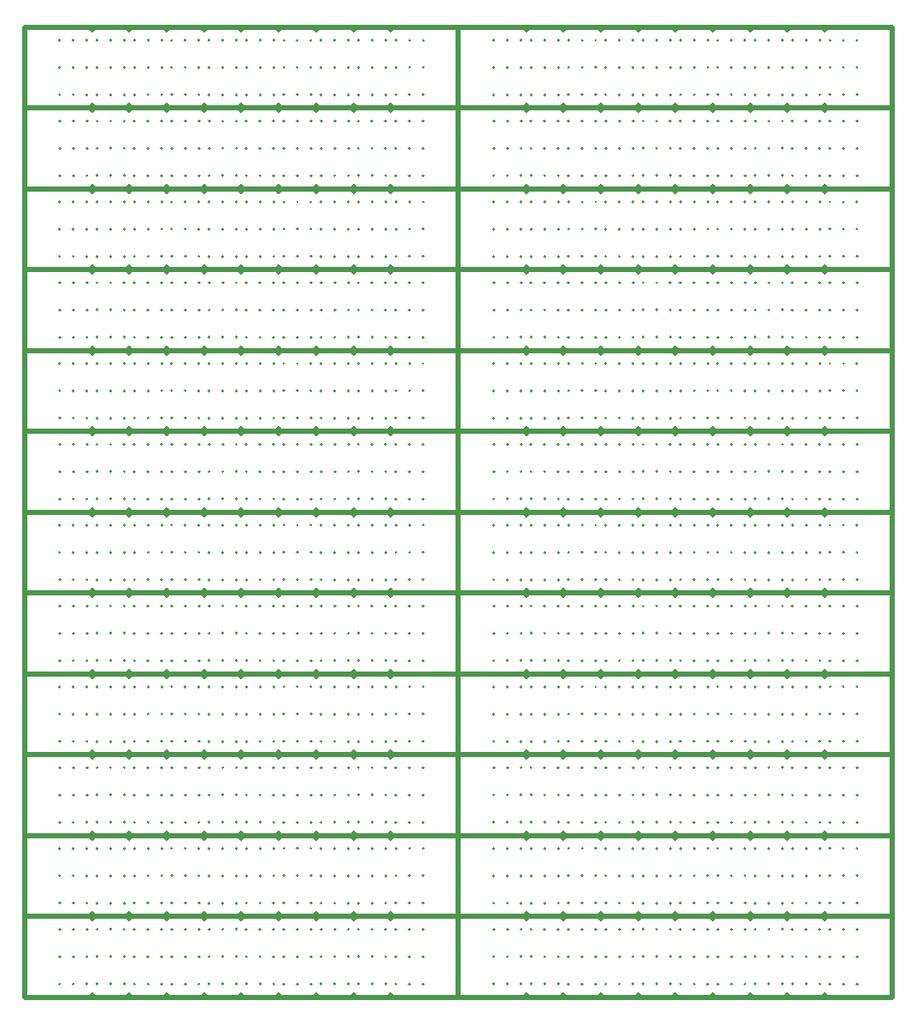
<source format=gbr>
%TF.GenerationSoftware,KiCad,Pcbnew,6.0.11-2627ca5db0~126~ubuntu20.04.1*%
%TF.CreationDate,2024-08-15T22:33:09-05:00*%
%TF.ProjectId,,58585858-5858-4585-9858-585858585858,rev?*%
%TF.SameCoordinates,Original*%
%TF.FileFunction,Legend,Top*%
%TF.FilePolarity,Positive*%
%FSLAX46Y46*%
G04 Gerber Fmt 4.6, Leading zero omitted, Abs format (unit mm)*
G04 Created by KiCad (PCBNEW 6.0.11-2627ca5db0~126~ubuntu20.04.1) date 2024-08-15 22:33:09*
%MOMM*%
%LPD*%
G01*
G04 APERTURE LIST*
%ADD10C,0.150000*%
%ADD11C,0.500000*%
G04 APERTURE END LIST*
D10*
X146249000Y-155787000D02*
G75*
G03*
X146249000Y-155787000I-80000J0D01*
G01*
D11*
X161469000Y-156837000D02*
X161469000Y-157087000D01*
X125169000Y-149087000D02*
X168169000Y-149087000D01*
D10*
X162049000Y-153087000D02*
G75*
G03*
X162049000Y-153087000I-80000J0D01*
G01*
D11*
X157769000Y-156837000D02*
X157769000Y-157087000D01*
D10*
X142549000Y-153087000D02*
G75*
G03*
X142549000Y-153087000I-80000J0D01*
G01*
X136149000Y-150387000D02*
G75*
G03*
X136149000Y-150387000I-80000J0D01*
G01*
X161049000Y-150387000D02*
G75*
G03*
X161049000Y-150387000I-80000J0D01*
G01*
X158349000Y-153087000D02*
G75*
G03*
X158349000Y-153087000I-80000J0D01*
G01*
D11*
X146669000Y-149087000D02*
X146669000Y-149337000D01*
X154069000Y-156837000D02*
X154069000Y-157087000D01*
D10*
X149949000Y-150387000D02*
G75*
G03*
X149949000Y-150387000I-80000J0D01*
G01*
X130099000Y-150387000D02*
G75*
G03*
X130099000Y-150387000I-80000J0D01*
G01*
D11*
X139269000Y-149087000D02*
X139269000Y-149337000D01*
D10*
X149949000Y-155787000D02*
G75*
G03*
X149949000Y-155787000I-80000J0D01*
G01*
X157349000Y-153087000D02*
G75*
G03*
X157349000Y-153087000I-80000J0D01*
G01*
X159699000Y-153087000D02*
G75*
G03*
X159699000Y-153087000I-80000J0D01*
G01*
X152299000Y-155787000D02*
G75*
G03*
X152299000Y-155787000I-80000J0D01*
G01*
X162049000Y-150387000D02*
G75*
G03*
X162049000Y-150387000I-80000J0D01*
G01*
X152299000Y-153087000D02*
G75*
G03*
X152299000Y-153087000I-80000J0D01*
G01*
D11*
X135569000Y-156837000D02*
X135569000Y-157087000D01*
D10*
X132449000Y-155787000D02*
G75*
G03*
X132449000Y-155787000I-80000J0D01*
G01*
D11*
X146669000Y-156837000D02*
X146669000Y-157087000D01*
D10*
X144899000Y-150387000D02*
G75*
G03*
X144899000Y-150387000I-80000J0D01*
G01*
X144899000Y-155787000D02*
G75*
G03*
X144899000Y-155787000I-80000J0D01*
G01*
D11*
X131869000Y-149087000D02*
X131869000Y-149337000D01*
D10*
X147249000Y-153087000D02*
G75*
G03*
X147249000Y-153087000I-80000J0D01*
G01*
X154649000Y-150387000D02*
G75*
G03*
X154649000Y-150387000I-80000J0D01*
G01*
D11*
X139269000Y-156837000D02*
X139269000Y-157087000D01*
D10*
X154649000Y-155787000D02*
G75*
G03*
X154649000Y-155787000I-80000J0D01*
G01*
X143549000Y-153087000D02*
G75*
G03*
X143549000Y-153087000I-80000J0D01*
G01*
X149949000Y-153087000D02*
G75*
G03*
X149949000Y-153087000I-80000J0D01*
G01*
X157349000Y-155787000D02*
G75*
G03*
X157349000Y-155787000I-80000J0D01*
G01*
X163399000Y-155787000D02*
G75*
G03*
X163399000Y-155787000I-80000J0D01*
G01*
X152299000Y-150387000D02*
G75*
G03*
X152299000Y-150387000I-80000J0D01*
G01*
D11*
X142969000Y-156837000D02*
X142969000Y-157087000D01*
D10*
X133799000Y-150387000D02*
G75*
G03*
X133799000Y-150387000I-80000J0D01*
G01*
X139849000Y-150387000D02*
G75*
G03*
X139849000Y-150387000I-80000J0D01*
G01*
X155999000Y-150387000D02*
G75*
G03*
X155999000Y-150387000I-80000J0D01*
G01*
X146249000Y-150387000D02*
G75*
G03*
X146249000Y-150387000I-80000J0D01*
G01*
X153649000Y-153087000D02*
G75*
G03*
X153649000Y-153087000I-80000J0D01*
G01*
X136149000Y-155787000D02*
G75*
G03*
X136149000Y-155787000I-80000J0D01*
G01*
X150949000Y-150387000D02*
G75*
G03*
X150949000Y-150387000I-80000J0D01*
G01*
X137499000Y-155787000D02*
G75*
G03*
X137499000Y-155787000I-80000J0D01*
G01*
X161049000Y-155787000D02*
G75*
G03*
X161049000Y-155787000I-80000J0D01*
G01*
X157349000Y-150387000D02*
G75*
G03*
X157349000Y-150387000I-80000J0D01*
G01*
X138849000Y-150387000D02*
G75*
G03*
X138849000Y-150387000I-80000J0D01*
G01*
X131449000Y-155787000D02*
G75*
G03*
X131449000Y-155787000I-80000J0D01*
G01*
X163399000Y-153087000D02*
G75*
G03*
X163399000Y-153087000I-80000J0D01*
G01*
X153649000Y-150387000D02*
G75*
G03*
X153649000Y-150387000I-80000J0D01*
G01*
D11*
X154069000Y-149087000D02*
X154069000Y-149337000D01*
D10*
X150949000Y-153087000D02*
G75*
G03*
X150949000Y-153087000I-80000J0D01*
G01*
D11*
X125169000Y-149087000D02*
X125169000Y-157087000D01*
D10*
X148599000Y-155787000D02*
G75*
G03*
X148599000Y-155787000I-80000J0D01*
G01*
D11*
X131869000Y-156837000D02*
X131869000Y-157087000D01*
D10*
X147249000Y-155787000D02*
G75*
G03*
X147249000Y-155787000I-80000J0D01*
G01*
X164749000Y-155787000D02*
G75*
G03*
X164749000Y-155787000I-80000J0D01*
G01*
X135149000Y-155787000D02*
G75*
G03*
X135149000Y-155787000I-80000J0D01*
G01*
X164749000Y-150387000D02*
G75*
G03*
X164749000Y-150387000I-80000J0D01*
G01*
X135149000Y-150387000D02*
G75*
G03*
X135149000Y-150387000I-80000J0D01*
G01*
D11*
X150369000Y-156837000D02*
X150369000Y-157087000D01*
D10*
X131449000Y-153087000D02*
G75*
G03*
X131449000Y-153087000I-80000J0D01*
G01*
D11*
X135569000Y-149087000D02*
X135569000Y-149337000D01*
D10*
X139849000Y-155787000D02*
G75*
G03*
X139849000Y-155787000I-80000J0D01*
G01*
D11*
X150369000Y-149087000D02*
X150369000Y-149337000D01*
D10*
X141199000Y-155787000D02*
G75*
G03*
X141199000Y-155787000I-80000J0D01*
G01*
X155999000Y-153087000D02*
G75*
G03*
X155999000Y-153087000I-80000J0D01*
G01*
X155999000Y-155787000D02*
G75*
G03*
X155999000Y-155787000I-80000J0D01*
G01*
X136149000Y-153087000D02*
G75*
G03*
X136149000Y-153087000I-80000J0D01*
G01*
X150949000Y-155787000D02*
G75*
G03*
X150949000Y-155787000I-80000J0D01*
G01*
D11*
X157769000Y-149087000D02*
X157769000Y-149337000D01*
D10*
X159699000Y-150387000D02*
G75*
G03*
X159699000Y-150387000I-80000J0D01*
G01*
X132449000Y-150387000D02*
G75*
G03*
X132449000Y-150387000I-80000J0D01*
G01*
X138849000Y-153087000D02*
G75*
G03*
X138849000Y-153087000I-80000J0D01*
G01*
X137499000Y-150387000D02*
G75*
G03*
X137499000Y-150387000I-80000J0D01*
G01*
D11*
X161469000Y-149087000D02*
X161469000Y-149337000D01*
D10*
X141199000Y-153087000D02*
G75*
G03*
X141199000Y-153087000I-80000J0D01*
G01*
X158349000Y-155787000D02*
G75*
G03*
X158349000Y-155787000I-80000J0D01*
G01*
X128749000Y-155787000D02*
G75*
G03*
X128749000Y-155787000I-80000J0D01*
G01*
X159699000Y-155787000D02*
G75*
G03*
X159699000Y-155787000I-80000J0D01*
G01*
X133799000Y-155787000D02*
G75*
G03*
X133799000Y-155787000I-80000J0D01*
G01*
X154649000Y-153087000D02*
G75*
G03*
X154649000Y-153087000I-80000J0D01*
G01*
X139849000Y-153087000D02*
G75*
G03*
X139849000Y-153087000I-80000J0D01*
G01*
X143549000Y-150387000D02*
G75*
G03*
X143549000Y-150387000I-80000J0D01*
G01*
X153649000Y-155787000D02*
G75*
G03*
X153649000Y-155787000I-80000J0D01*
G01*
X132449000Y-153087000D02*
G75*
G03*
X132449000Y-153087000I-80000J0D01*
G01*
X161049000Y-153087000D02*
G75*
G03*
X161049000Y-153087000I-80000J0D01*
G01*
X142549000Y-155787000D02*
G75*
G03*
X142549000Y-155787000I-80000J0D01*
G01*
X148599000Y-150387000D02*
G75*
G03*
X148599000Y-150387000I-80000J0D01*
G01*
X158349000Y-150387000D02*
G75*
G03*
X158349000Y-150387000I-80000J0D01*
G01*
X142549000Y-150387000D02*
G75*
G03*
X142549000Y-150387000I-80000J0D01*
G01*
X148599000Y-153087000D02*
G75*
G03*
X148599000Y-153087000I-80000J0D01*
G01*
X146249000Y-153087000D02*
G75*
G03*
X146249000Y-153087000I-80000J0D01*
G01*
D11*
X125169000Y-157087000D02*
X168169000Y-157087000D01*
D10*
X163399000Y-150387000D02*
G75*
G03*
X163399000Y-150387000I-80000J0D01*
G01*
D11*
X142969000Y-149087000D02*
X142969000Y-149337000D01*
D10*
X137499000Y-153087000D02*
G75*
G03*
X137499000Y-153087000I-80000J0D01*
G01*
X162049000Y-155787000D02*
G75*
G03*
X162049000Y-155787000I-80000J0D01*
G01*
X133799000Y-153087000D02*
G75*
G03*
X133799000Y-153087000I-80000J0D01*
G01*
D11*
X168169000Y-149087000D02*
X168169000Y-157087000D01*
D10*
X128749000Y-153087000D02*
G75*
G03*
X128749000Y-153087000I-80000J0D01*
G01*
X128749000Y-150387000D02*
G75*
G03*
X128749000Y-150387000I-80000J0D01*
G01*
X130099000Y-155787000D02*
G75*
G03*
X130099000Y-155787000I-80000J0D01*
G01*
X131449000Y-150387000D02*
G75*
G03*
X131449000Y-150387000I-80000J0D01*
G01*
X164749000Y-153087000D02*
G75*
G03*
X164749000Y-153087000I-80000J0D01*
G01*
X141199000Y-150387000D02*
G75*
G03*
X141199000Y-150387000I-80000J0D01*
G01*
X144899000Y-153087000D02*
G75*
G03*
X144899000Y-153087000I-80000J0D01*
G01*
X147249000Y-150387000D02*
G75*
G03*
X147249000Y-150387000I-80000J0D01*
G01*
X130099000Y-153087000D02*
G75*
G03*
X130099000Y-153087000I-80000J0D01*
G01*
X135149000Y-153087000D02*
G75*
G03*
X135149000Y-153087000I-80000J0D01*
G01*
X138849000Y-155787000D02*
G75*
G03*
X138849000Y-155787000I-80000J0D01*
G01*
X143549000Y-155787000D02*
G75*
G03*
X143549000Y-155787000I-80000J0D01*
G01*
X103249000Y-155787000D02*
G75*
G03*
X103249000Y-155787000I-80000J0D01*
G01*
D11*
X118469000Y-156837000D02*
X118469000Y-157087000D01*
X82169000Y-149087000D02*
X125169000Y-149087000D01*
D10*
X119049000Y-153087000D02*
G75*
G03*
X119049000Y-153087000I-80000J0D01*
G01*
D11*
X114769000Y-156837000D02*
X114769000Y-157087000D01*
D10*
X99549000Y-153087000D02*
G75*
G03*
X99549000Y-153087000I-80000J0D01*
G01*
X93149000Y-150387000D02*
G75*
G03*
X93149000Y-150387000I-80000J0D01*
G01*
X118049000Y-150387000D02*
G75*
G03*
X118049000Y-150387000I-80000J0D01*
G01*
X115349000Y-153087000D02*
G75*
G03*
X115349000Y-153087000I-80000J0D01*
G01*
D11*
X103669000Y-149087000D02*
X103669000Y-149337000D01*
X111069000Y-156837000D02*
X111069000Y-157087000D01*
D10*
X106949000Y-150387000D02*
G75*
G03*
X106949000Y-150387000I-80000J0D01*
G01*
X87099000Y-150387000D02*
G75*
G03*
X87099000Y-150387000I-80000J0D01*
G01*
D11*
X96269000Y-149087000D02*
X96269000Y-149337000D01*
D10*
X106949000Y-155787000D02*
G75*
G03*
X106949000Y-155787000I-80000J0D01*
G01*
X114349000Y-153087000D02*
G75*
G03*
X114349000Y-153087000I-80000J0D01*
G01*
X116699000Y-153087000D02*
G75*
G03*
X116699000Y-153087000I-80000J0D01*
G01*
X109299000Y-155787000D02*
G75*
G03*
X109299000Y-155787000I-80000J0D01*
G01*
X119049000Y-150387000D02*
G75*
G03*
X119049000Y-150387000I-80000J0D01*
G01*
X109299000Y-153087000D02*
G75*
G03*
X109299000Y-153087000I-80000J0D01*
G01*
D11*
X92569000Y-156837000D02*
X92569000Y-157087000D01*
D10*
X89449000Y-155787000D02*
G75*
G03*
X89449000Y-155787000I-80000J0D01*
G01*
D11*
X103669000Y-156837000D02*
X103669000Y-157087000D01*
D10*
X101899000Y-150387000D02*
G75*
G03*
X101899000Y-150387000I-80000J0D01*
G01*
X101899000Y-155787000D02*
G75*
G03*
X101899000Y-155787000I-80000J0D01*
G01*
D11*
X88869000Y-149087000D02*
X88869000Y-149337000D01*
D10*
X104249000Y-153087000D02*
G75*
G03*
X104249000Y-153087000I-80000J0D01*
G01*
X111649000Y-150387000D02*
G75*
G03*
X111649000Y-150387000I-80000J0D01*
G01*
D11*
X96269000Y-156837000D02*
X96269000Y-157087000D01*
D10*
X111649000Y-155787000D02*
G75*
G03*
X111649000Y-155787000I-80000J0D01*
G01*
X100549000Y-153087000D02*
G75*
G03*
X100549000Y-153087000I-80000J0D01*
G01*
X106949000Y-153087000D02*
G75*
G03*
X106949000Y-153087000I-80000J0D01*
G01*
X114349000Y-155787000D02*
G75*
G03*
X114349000Y-155787000I-80000J0D01*
G01*
X120399000Y-155787000D02*
G75*
G03*
X120399000Y-155787000I-80000J0D01*
G01*
X109299000Y-150387000D02*
G75*
G03*
X109299000Y-150387000I-80000J0D01*
G01*
D11*
X99969000Y-156837000D02*
X99969000Y-157087000D01*
D10*
X90799000Y-150387000D02*
G75*
G03*
X90799000Y-150387000I-80000J0D01*
G01*
X96849000Y-150387000D02*
G75*
G03*
X96849000Y-150387000I-80000J0D01*
G01*
X112999000Y-150387000D02*
G75*
G03*
X112999000Y-150387000I-80000J0D01*
G01*
X103249000Y-150387000D02*
G75*
G03*
X103249000Y-150387000I-80000J0D01*
G01*
X110649000Y-153087000D02*
G75*
G03*
X110649000Y-153087000I-80000J0D01*
G01*
X93149000Y-155787000D02*
G75*
G03*
X93149000Y-155787000I-80000J0D01*
G01*
X107949000Y-150387000D02*
G75*
G03*
X107949000Y-150387000I-80000J0D01*
G01*
X94499000Y-155787000D02*
G75*
G03*
X94499000Y-155787000I-80000J0D01*
G01*
X118049000Y-155787000D02*
G75*
G03*
X118049000Y-155787000I-80000J0D01*
G01*
X114349000Y-150387000D02*
G75*
G03*
X114349000Y-150387000I-80000J0D01*
G01*
X95849000Y-150387000D02*
G75*
G03*
X95849000Y-150387000I-80000J0D01*
G01*
X88449000Y-155787000D02*
G75*
G03*
X88449000Y-155787000I-80000J0D01*
G01*
X120399000Y-153087000D02*
G75*
G03*
X120399000Y-153087000I-80000J0D01*
G01*
X110649000Y-150387000D02*
G75*
G03*
X110649000Y-150387000I-80000J0D01*
G01*
D11*
X111069000Y-149087000D02*
X111069000Y-149337000D01*
D10*
X107949000Y-153087000D02*
G75*
G03*
X107949000Y-153087000I-80000J0D01*
G01*
D11*
X82169000Y-149087000D02*
X82169000Y-157087000D01*
D10*
X105599000Y-155787000D02*
G75*
G03*
X105599000Y-155787000I-80000J0D01*
G01*
D11*
X88869000Y-156837000D02*
X88869000Y-157087000D01*
D10*
X104249000Y-155787000D02*
G75*
G03*
X104249000Y-155787000I-80000J0D01*
G01*
X121749000Y-155787000D02*
G75*
G03*
X121749000Y-155787000I-80000J0D01*
G01*
X92149000Y-155787000D02*
G75*
G03*
X92149000Y-155787000I-80000J0D01*
G01*
X121749000Y-150387000D02*
G75*
G03*
X121749000Y-150387000I-80000J0D01*
G01*
X92149000Y-150387000D02*
G75*
G03*
X92149000Y-150387000I-80000J0D01*
G01*
D11*
X107369000Y-156837000D02*
X107369000Y-157087000D01*
D10*
X88449000Y-153087000D02*
G75*
G03*
X88449000Y-153087000I-80000J0D01*
G01*
D11*
X92569000Y-149087000D02*
X92569000Y-149337000D01*
D10*
X96849000Y-155787000D02*
G75*
G03*
X96849000Y-155787000I-80000J0D01*
G01*
D11*
X107369000Y-149087000D02*
X107369000Y-149337000D01*
D10*
X98199000Y-155787000D02*
G75*
G03*
X98199000Y-155787000I-80000J0D01*
G01*
X112999000Y-153087000D02*
G75*
G03*
X112999000Y-153087000I-80000J0D01*
G01*
X112999000Y-155787000D02*
G75*
G03*
X112999000Y-155787000I-80000J0D01*
G01*
X93149000Y-153087000D02*
G75*
G03*
X93149000Y-153087000I-80000J0D01*
G01*
X107949000Y-155787000D02*
G75*
G03*
X107949000Y-155787000I-80000J0D01*
G01*
D11*
X114769000Y-149087000D02*
X114769000Y-149337000D01*
D10*
X116699000Y-150387000D02*
G75*
G03*
X116699000Y-150387000I-80000J0D01*
G01*
X89449000Y-150387000D02*
G75*
G03*
X89449000Y-150387000I-80000J0D01*
G01*
X95849000Y-153087000D02*
G75*
G03*
X95849000Y-153087000I-80000J0D01*
G01*
X94499000Y-150387000D02*
G75*
G03*
X94499000Y-150387000I-80000J0D01*
G01*
D11*
X118469000Y-149087000D02*
X118469000Y-149337000D01*
D10*
X98199000Y-153087000D02*
G75*
G03*
X98199000Y-153087000I-80000J0D01*
G01*
X115349000Y-155787000D02*
G75*
G03*
X115349000Y-155787000I-80000J0D01*
G01*
X85749000Y-155787000D02*
G75*
G03*
X85749000Y-155787000I-80000J0D01*
G01*
X116699000Y-155787000D02*
G75*
G03*
X116699000Y-155787000I-80000J0D01*
G01*
X90799000Y-155787000D02*
G75*
G03*
X90799000Y-155787000I-80000J0D01*
G01*
X111649000Y-153087000D02*
G75*
G03*
X111649000Y-153087000I-80000J0D01*
G01*
X96849000Y-153087000D02*
G75*
G03*
X96849000Y-153087000I-80000J0D01*
G01*
X100549000Y-150387000D02*
G75*
G03*
X100549000Y-150387000I-80000J0D01*
G01*
X110649000Y-155787000D02*
G75*
G03*
X110649000Y-155787000I-80000J0D01*
G01*
X89449000Y-153087000D02*
G75*
G03*
X89449000Y-153087000I-80000J0D01*
G01*
X118049000Y-153087000D02*
G75*
G03*
X118049000Y-153087000I-80000J0D01*
G01*
X99549000Y-155787000D02*
G75*
G03*
X99549000Y-155787000I-80000J0D01*
G01*
X105599000Y-150387000D02*
G75*
G03*
X105599000Y-150387000I-80000J0D01*
G01*
X115349000Y-150387000D02*
G75*
G03*
X115349000Y-150387000I-80000J0D01*
G01*
X99549000Y-150387000D02*
G75*
G03*
X99549000Y-150387000I-80000J0D01*
G01*
X105599000Y-153087000D02*
G75*
G03*
X105599000Y-153087000I-80000J0D01*
G01*
X103249000Y-153087000D02*
G75*
G03*
X103249000Y-153087000I-80000J0D01*
G01*
D11*
X82169000Y-157087000D02*
X125169000Y-157087000D01*
D10*
X120399000Y-150387000D02*
G75*
G03*
X120399000Y-150387000I-80000J0D01*
G01*
D11*
X99969000Y-149087000D02*
X99969000Y-149337000D01*
D10*
X94499000Y-153087000D02*
G75*
G03*
X94499000Y-153087000I-80000J0D01*
G01*
X119049000Y-155787000D02*
G75*
G03*
X119049000Y-155787000I-80000J0D01*
G01*
X90799000Y-153087000D02*
G75*
G03*
X90799000Y-153087000I-80000J0D01*
G01*
D11*
X125169000Y-149087000D02*
X125169000Y-157087000D01*
D10*
X85749000Y-153087000D02*
G75*
G03*
X85749000Y-153087000I-80000J0D01*
G01*
X85749000Y-150387000D02*
G75*
G03*
X85749000Y-150387000I-80000J0D01*
G01*
X87099000Y-155787000D02*
G75*
G03*
X87099000Y-155787000I-80000J0D01*
G01*
X88449000Y-150387000D02*
G75*
G03*
X88449000Y-150387000I-80000J0D01*
G01*
X121749000Y-153087000D02*
G75*
G03*
X121749000Y-153087000I-80000J0D01*
G01*
X98199000Y-150387000D02*
G75*
G03*
X98199000Y-150387000I-80000J0D01*
G01*
X101899000Y-153087000D02*
G75*
G03*
X101899000Y-153087000I-80000J0D01*
G01*
X104249000Y-150387000D02*
G75*
G03*
X104249000Y-150387000I-80000J0D01*
G01*
X87099000Y-153087000D02*
G75*
G03*
X87099000Y-153087000I-80000J0D01*
G01*
X92149000Y-153087000D02*
G75*
G03*
X92149000Y-153087000I-80000J0D01*
G01*
X95849000Y-155787000D02*
G75*
G03*
X95849000Y-155787000I-80000J0D01*
G01*
X100549000Y-155787000D02*
G75*
G03*
X100549000Y-155787000I-80000J0D01*
G01*
X146249000Y-147787000D02*
G75*
G03*
X146249000Y-147787000I-80000J0D01*
G01*
D11*
X161469000Y-148837000D02*
X161469000Y-149087000D01*
X125169000Y-141087000D02*
X168169000Y-141087000D01*
D10*
X162049000Y-145087000D02*
G75*
G03*
X162049000Y-145087000I-80000J0D01*
G01*
D11*
X157769000Y-148837000D02*
X157769000Y-149087000D01*
D10*
X142549000Y-145087000D02*
G75*
G03*
X142549000Y-145087000I-80000J0D01*
G01*
X136149000Y-142387000D02*
G75*
G03*
X136149000Y-142387000I-80000J0D01*
G01*
X161049000Y-142387000D02*
G75*
G03*
X161049000Y-142387000I-80000J0D01*
G01*
X158349000Y-145087000D02*
G75*
G03*
X158349000Y-145087000I-80000J0D01*
G01*
D11*
X146669000Y-141087000D02*
X146669000Y-141337000D01*
X154069000Y-148837000D02*
X154069000Y-149087000D01*
D10*
X149949000Y-142387000D02*
G75*
G03*
X149949000Y-142387000I-80000J0D01*
G01*
X130099000Y-142387000D02*
G75*
G03*
X130099000Y-142387000I-80000J0D01*
G01*
D11*
X139269000Y-141087000D02*
X139269000Y-141337000D01*
D10*
X149949000Y-147787000D02*
G75*
G03*
X149949000Y-147787000I-80000J0D01*
G01*
X157349000Y-145087000D02*
G75*
G03*
X157349000Y-145087000I-80000J0D01*
G01*
X159699000Y-145087000D02*
G75*
G03*
X159699000Y-145087000I-80000J0D01*
G01*
X152299000Y-147787000D02*
G75*
G03*
X152299000Y-147787000I-80000J0D01*
G01*
X162049000Y-142387000D02*
G75*
G03*
X162049000Y-142387000I-80000J0D01*
G01*
X152299000Y-145087000D02*
G75*
G03*
X152299000Y-145087000I-80000J0D01*
G01*
D11*
X135569000Y-148837000D02*
X135569000Y-149087000D01*
D10*
X132449000Y-147787000D02*
G75*
G03*
X132449000Y-147787000I-80000J0D01*
G01*
D11*
X146669000Y-148837000D02*
X146669000Y-149087000D01*
D10*
X144899000Y-142387000D02*
G75*
G03*
X144899000Y-142387000I-80000J0D01*
G01*
X144899000Y-147787000D02*
G75*
G03*
X144899000Y-147787000I-80000J0D01*
G01*
D11*
X131869000Y-141087000D02*
X131869000Y-141337000D01*
D10*
X147249000Y-145087000D02*
G75*
G03*
X147249000Y-145087000I-80000J0D01*
G01*
X154649000Y-142387000D02*
G75*
G03*
X154649000Y-142387000I-80000J0D01*
G01*
D11*
X139269000Y-148837000D02*
X139269000Y-149087000D01*
D10*
X154649000Y-147787000D02*
G75*
G03*
X154649000Y-147787000I-80000J0D01*
G01*
X143549000Y-145087000D02*
G75*
G03*
X143549000Y-145087000I-80000J0D01*
G01*
X149949000Y-145087000D02*
G75*
G03*
X149949000Y-145087000I-80000J0D01*
G01*
X157349000Y-147787000D02*
G75*
G03*
X157349000Y-147787000I-80000J0D01*
G01*
X163399000Y-147787000D02*
G75*
G03*
X163399000Y-147787000I-80000J0D01*
G01*
X152299000Y-142387000D02*
G75*
G03*
X152299000Y-142387000I-80000J0D01*
G01*
D11*
X142969000Y-148837000D02*
X142969000Y-149087000D01*
D10*
X133799000Y-142387000D02*
G75*
G03*
X133799000Y-142387000I-80000J0D01*
G01*
X139849000Y-142387000D02*
G75*
G03*
X139849000Y-142387000I-80000J0D01*
G01*
X155999000Y-142387000D02*
G75*
G03*
X155999000Y-142387000I-80000J0D01*
G01*
X146249000Y-142387000D02*
G75*
G03*
X146249000Y-142387000I-80000J0D01*
G01*
X153649000Y-145087000D02*
G75*
G03*
X153649000Y-145087000I-80000J0D01*
G01*
X136149000Y-147787000D02*
G75*
G03*
X136149000Y-147787000I-80000J0D01*
G01*
X150949000Y-142387000D02*
G75*
G03*
X150949000Y-142387000I-80000J0D01*
G01*
X137499000Y-147787000D02*
G75*
G03*
X137499000Y-147787000I-80000J0D01*
G01*
X161049000Y-147787000D02*
G75*
G03*
X161049000Y-147787000I-80000J0D01*
G01*
X157349000Y-142387000D02*
G75*
G03*
X157349000Y-142387000I-80000J0D01*
G01*
X138849000Y-142387000D02*
G75*
G03*
X138849000Y-142387000I-80000J0D01*
G01*
X131449000Y-147787000D02*
G75*
G03*
X131449000Y-147787000I-80000J0D01*
G01*
X163399000Y-145087000D02*
G75*
G03*
X163399000Y-145087000I-80000J0D01*
G01*
X153649000Y-142387000D02*
G75*
G03*
X153649000Y-142387000I-80000J0D01*
G01*
D11*
X154069000Y-141087000D02*
X154069000Y-141337000D01*
D10*
X150949000Y-145087000D02*
G75*
G03*
X150949000Y-145087000I-80000J0D01*
G01*
D11*
X125169000Y-141087000D02*
X125169000Y-149087000D01*
D10*
X148599000Y-147787000D02*
G75*
G03*
X148599000Y-147787000I-80000J0D01*
G01*
D11*
X131869000Y-148837000D02*
X131869000Y-149087000D01*
D10*
X147249000Y-147787000D02*
G75*
G03*
X147249000Y-147787000I-80000J0D01*
G01*
X164749000Y-147787000D02*
G75*
G03*
X164749000Y-147787000I-80000J0D01*
G01*
X135149000Y-147787000D02*
G75*
G03*
X135149000Y-147787000I-80000J0D01*
G01*
X164749000Y-142387000D02*
G75*
G03*
X164749000Y-142387000I-80000J0D01*
G01*
X135149000Y-142387000D02*
G75*
G03*
X135149000Y-142387000I-80000J0D01*
G01*
D11*
X150369000Y-148837000D02*
X150369000Y-149087000D01*
D10*
X131449000Y-145087000D02*
G75*
G03*
X131449000Y-145087000I-80000J0D01*
G01*
D11*
X135569000Y-141087000D02*
X135569000Y-141337000D01*
D10*
X139849000Y-147787000D02*
G75*
G03*
X139849000Y-147787000I-80000J0D01*
G01*
D11*
X150369000Y-141087000D02*
X150369000Y-141337000D01*
D10*
X141199000Y-147787000D02*
G75*
G03*
X141199000Y-147787000I-80000J0D01*
G01*
X155999000Y-145087000D02*
G75*
G03*
X155999000Y-145087000I-80000J0D01*
G01*
X155999000Y-147787000D02*
G75*
G03*
X155999000Y-147787000I-80000J0D01*
G01*
X136149000Y-145087000D02*
G75*
G03*
X136149000Y-145087000I-80000J0D01*
G01*
X150949000Y-147787000D02*
G75*
G03*
X150949000Y-147787000I-80000J0D01*
G01*
D11*
X157769000Y-141087000D02*
X157769000Y-141337000D01*
D10*
X159699000Y-142387000D02*
G75*
G03*
X159699000Y-142387000I-80000J0D01*
G01*
X132449000Y-142387000D02*
G75*
G03*
X132449000Y-142387000I-80000J0D01*
G01*
X138849000Y-145087000D02*
G75*
G03*
X138849000Y-145087000I-80000J0D01*
G01*
X137499000Y-142387000D02*
G75*
G03*
X137499000Y-142387000I-80000J0D01*
G01*
D11*
X161469000Y-141087000D02*
X161469000Y-141337000D01*
D10*
X141199000Y-145087000D02*
G75*
G03*
X141199000Y-145087000I-80000J0D01*
G01*
X158349000Y-147787000D02*
G75*
G03*
X158349000Y-147787000I-80000J0D01*
G01*
X128749000Y-147787000D02*
G75*
G03*
X128749000Y-147787000I-80000J0D01*
G01*
X159699000Y-147787000D02*
G75*
G03*
X159699000Y-147787000I-80000J0D01*
G01*
X133799000Y-147787000D02*
G75*
G03*
X133799000Y-147787000I-80000J0D01*
G01*
X154649000Y-145087000D02*
G75*
G03*
X154649000Y-145087000I-80000J0D01*
G01*
X139849000Y-145087000D02*
G75*
G03*
X139849000Y-145087000I-80000J0D01*
G01*
X143549000Y-142387000D02*
G75*
G03*
X143549000Y-142387000I-80000J0D01*
G01*
X153649000Y-147787000D02*
G75*
G03*
X153649000Y-147787000I-80000J0D01*
G01*
X132449000Y-145087000D02*
G75*
G03*
X132449000Y-145087000I-80000J0D01*
G01*
X161049000Y-145087000D02*
G75*
G03*
X161049000Y-145087000I-80000J0D01*
G01*
X142549000Y-147787000D02*
G75*
G03*
X142549000Y-147787000I-80000J0D01*
G01*
X148599000Y-142387000D02*
G75*
G03*
X148599000Y-142387000I-80000J0D01*
G01*
X158349000Y-142387000D02*
G75*
G03*
X158349000Y-142387000I-80000J0D01*
G01*
X142549000Y-142387000D02*
G75*
G03*
X142549000Y-142387000I-80000J0D01*
G01*
X148599000Y-145087000D02*
G75*
G03*
X148599000Y-145087000I-80000J0D01*
G01*
X146249000Y-145087000D02*
G75*
G03*
X146249000Y-145087000I-80000J0D01*
G01*
D11*
X125169000Y-149087000D02*
X168169000Y-149087000D01*
D10*
X163399000Y-142387000D02*
G75*
G03*
X163399000Y-142387000I-80000J0D01*
G01*
D11*
X142969000Y-141087000D02*
X142969000Y-141337000D01*
D10*
X137499000Y-145087000D02*
G75*
G03*
X137499000Y-145087000I-80000J0D01*
G01*
X162049000Y-147787000D02*
G75*
G03*
X162049000Y-147787000I-80000J0D01*
G01*
X133799000Y-145087000D02*
G75*
G03*
X133799000Y-145087000I-80000J0D01*
G01*
D11*
X168169000Y-141087000D02*
X168169000Y-149087000D01*
D10*
X128749000Y-145087000D02*
G75*
G03*
X128749000Y-145087000I-80000J0D01*
G01*
X128749000Y-142387000D02*
G75*
G03*
X128749000Y-142387000I-80000J0D01*
G01*
X130099000Y-147787000D02*
G75*
G03*
X130099000Y-147787000I-80000J0D01*
G01*
X131449000Y-142387000D02*
G75*
G03*
X131449000Y-142387000I-80000J0D01*
G01*
X164749000Y-145087000D02*
G75*
G03*
X164749000Y-145087000I-80000J0D01*
G01*
X141199000Y-142387000D02*
G75*
G03*
X141199000Y-142387000I-80000J0D01*
G01*
X144899000Y-145087000D02*
G75*
G03*
X144899000Y-145087000I-80000J0D01*
G01*
X147249000Y-142387000D02*
G75*
G03*
X147249000Y-142387000I-80000J0D01*
G01*
X130099000Y-145087000D02*
G75*
G03*
X130099000Y-145087000I-80000J0D01*
G01*
X135149000Y-145087000D02*
G75*
G03*
X135149000Y-145087000I-80000J0D01*
G01*
X138849000Y-147787000D02*
G75*
G03*
X138849000Y-147787000I-80000J0D01*
G01*
X143549000Y-147787000D02*
G75*
G03*
X143549000Y-147787000I-80000J0D01*
G01*
X103249000Y-147787000D02*
G75*
G03*
X103249000Y-147787000I-80000J0D01*
G01*
D11*
X118469000Y-148837000D02*
X118469000Y-149087000D01*
X82169000Y-141087000D02*
X125169000Y-141087000D01*
D10*
X119049000Y-145087000D02*
G75*
G03*
X119049000Y-145087000I-80000J0D01*
G01*
D11*
X114769000Y-148837000D02*
X114769000Y-149087000D01*
D10*
X99549000Y-145087000D02*
G75*
G03*
X99549000Y-145087000I-80000J0D01*
G01*
X93149000Y-142387000D02*
G75*
G03*
X93149000Y-142387000I-80000J0D01*
G01*
X118049000Y-142387000D02*
G75*
G03*
X118049000Y-142387000I-80000J0D01*
G01*
X115349000Y-145087000D02*
G75*
G03*
X115349000Y-145087000I-80000J0D01*
G01*
D11*
X103669000Y-141087000D02*
X103669000Y-141337000D01*
X111069000Y-148837000D02*
X111069000Y-149087000D01*
D10*
X106949000Y-142387000D02*
G75*
G03*
X106949000Y-142387000I-80000J0D01*
G01*
X87099000Y-142387000D02*
G75*
G03*
X87099000Y-142387000I-80000J0D01*
G01*
D11*
X96269000Y-141087000D02*
X96269000Y-141337000D01*
D10*
X106949000Y-147787000D02*
G75*
G03*
X106949000Y-147787000I-80000J0D01*
G01*
X114349000Y-145087000D02*
G75*
G03*
X114349000Y-145087000I-80000J0D01*
G01*
X116699000Y-145087000D02*
G75*
G03*
X116699000Y-145087000I-80000J0D01*
G01*
X109299000Y-147787000D02*
G75*
G03*
X109299000Y-147787000I-80000J0D01*
G01*
X119049000Y-142387000D02*
G75*
G03*
X119049000Y-142387000I-80000J0D01*
G01*
X109299000Y-145087000D02*
G75*
G03*
X109299000Y-145087000I-80000J0D01*
G01*
D11*
X92569000Y-148837000D02*
X92569000Y-149087000D01*
D10*
X89449000Y-147787000D02*
G75*
G03*
X89449000Y-147787000I-80000J0D01*
G01*
D11*
X103669000Y-148837000D02*
X103669000Y-149087000D01*
D10*
X101899000Y-142387000D02*
G75*
G03*
X101899000Y-142387000I-80000J0D01*
G01*
X101899000Y-147787000D02*
G75*
G03*
X101899000Y-147787000I-80000J0D01*
G01*
D11*
X88869000Y-141087000D02*
X88869000Y-141337000D01*
D10*
X104249000Y-145087000D02*
G75*
G03*
X104249000Y-145087000I-80000J0D01*
G01*
X111649000Y-142387000D02*
G75*
G03*
X111649000Y-142387000I-80000J0D01*
G01*
D11*
X96269000Y-148837000D02*
X96269000Y-149087000D01*
D10*
X111649000Y-147787000D02*
G75*
G03*
X111649000Y-147787000I-80000J0D01*
G01*
X100549000Y-145087000D02*
G75*
G03*
X100549000Y-145087000I-80000J0D01*
G01*
X106949000Y-145087000D02*
G75*
G03*
X106949000Y-145087000I-80000J0D01*
G01*
X114349000Y-147787000D02*
G75*
G03*
X114349000Y-147787000I-80000J0D01*
G01*
X120399000Y-147787000D02*
G75*
G03*
X120399000Y-147787000I-80000J0D01*
G01*
X109299000Y-142387000D02*
G75*
G03*
X109299000Y-142387000I-80000J0D01*
G01*
D11*
X99969000Y-148837000D02*
X99969000Y-149087000D01*
D10*
X90799000Y-142387000D02*
G75*
G03*
X90799000Y-142387000I-80000J0D01*
G01*
X96849000Y-142387000D02*
G75*
G03*
X96849000Y-142387000I-80000J0D01*
G01*
X112999000Y-142387000D02*
G75*
G03*
X112999000Y-142387000I-80000J0D01*
G01*
X103249000Y-142387000D02*
G75*
G03*
X103249000Y-142387000I-80000J0D01*
G01*
X110649000Y-145087000D02*
G75*
G03*
X110649000Y-145087000I-80000J0D01*
G01*
X93149000Y-147787000D02*
G75*
G03*
X93149000Y-147787000I-80000J0D01*
G01*
X107949000Y-142387000D02*
G75*
G03*
X107949000Y-142387000I-80000J0D01*
G01*
X94499000Y-147787000D02*
G75*
G03*
X94499000Y-147787000I-80000J0D01*
G01*
X118049000Y-147787000D02*
G75*
G03*
X118049000Y-147787000I-80000J0D01*
G01*
X114349000Y-142387000D02*
G75*
G03*
X114349000Y-142387000I-80000J0D01*
G01*
X95849000Y-142387000D02*
G75*
G03*
X95849000Y-142387000I-80000J0D01*
G01*
X88449000Y-147787000D02*
G75*
G03*
X88449000Y-147787000I-80000J0D01*
G01*
X120399000Y-145087000D02*
G75*
G03*
X120399000Y-145087000I-80000J0D01*
G01*
X110649000Y-142387000D02*
G75*
G03*
X110649000Y-142387000I-80000J0D01*
G01*
D11*
X111069000Y-141087000D02*
X111069000Y-141337000D01*
D10*
X107949000Y-145087000D02*
G75*
G03*
X107949000Y-145087000I-80000J0D01*
G01*
D11*
X82169000Y-141087000D02*
X82169000Y-149087000D01*
D10*
X105599000Y-147787000D02*
G75*
G03*
X105599000Y-147787000I-80000J0D01*
G01*
D11*
X88869000Y-148837000D02*
X88869000Y-149087000D01*
D10*
X104249000Y-147787000D02*
G75*
G03*
X104249000Y-147787000I-80000J0D01*
G01*
X121749000Y-147787000D02*
G75*
G03*
X121749000Y-147787000I-80000J0D01*
G01*
X92149000Y-147787000D02*
G75*
G03*
X92149000Y-147787000I-80000J0D01*
G01*
X121749000Y-142387000D02*
G75*
G03*
X121749000Y-142387000I-80000J0D01*
G01*
X92149000Y-142387000D02*
G75*
G03*
X92149000Y-142387000I-80000J0D01*
G01*
D11*
X107369000Y-148837000D02*
X107369000Y-149087000D01*
D10*
X88449000Y-145087000D02*
G75*
G03*
X88449000Y-145087000I-80000J0D01*
G01*
D11*
X92569000Y-141087000D02*
X92569000Y-141337000D01*
D10*
X96849000Y-147787000D02*
G75*
G03*
X96849000Y-147787000I-80000J0D01*
G01*
D11*
X107369000Y-141087000D02*
X107369000Y-141337000D01*
D10*
X98199000Y-147787000D02*
G75*
G03*
X98199000Y-147787000I-80000J0D01*
G01*
X112999000Y-145087000D02*
G75*
G03*
X112999000Y-145087000I-80000J0D01*
G01*
X112999000Y-147787000D02*
G75*
G03*
X112999000Y-147787000I-80000J0D01*
G01*
X93149000Y-145087000D02*
G75*
G03*
X93149000Y-145087000I-80000J0D01*
G01*
X107949000Y-147787000D02*
G75*
G03*
X107949000Y-147787000I-80000J0D01*
G01*
D11*
X114769000Y-141087000D02*
X114769000Y-141337000D01*
D10*
X116699000Y-142387000D02*
G75*
G03*
X116699000Y-142387000I-80000J0D01*
G01*
X89449000Y-142387000D02*
G75*
G03*
X89449000Y-142387000I-80000J0D01*
G01*
X95849000Y-145087000D02*
G75*
G03*
X95849000Y-145087000I-80000J0D01*
G01*
X94499000Y-142387000D02*
G75*
G03*
X94499000Y-142387000I-80000J0D01*
G01*
D11*
X118469000Y-141087000D02*
X118469000Y-141337000D01*
D10*
X98199000Y-145087000D02*
G75*
G03*
X98199000Y-145087000I-80000J0D01*
G01*
X115349000Y-147787000D02*
G75*
G03*
X115349000Y-147787000I-80000J0D01*
G01*
X85749000Y-147787000D02*
G75*
G03*
X85749000Y-147787000I-80000J0D01*
G01*
X116699000Y-147787000D02*
G75*
G03*
X116699000Y-147787000I-80000J0D01*
G01*
X90799000Y-147787000D02*
G75*
G03*
X90799000Y-147787000I-80000J0D01*
G01*
X111649000Y-145087000D02*
G75*
G03*
X111649000Y-145087000I-80000J0D01*
G01*
X96849000Y-145087000D02*
G75*
G03*
X96849000Y-145087000I-80000J0D01*
G01*
X100549000Y-142387000D02*
G75*
G03*
X100549000Y-142387000I-80000J0D01*
G01*
X110649000Y-147787000D02*
G75*
G03*
X110649000Y-147787000I-80000J0D01*
G01*
X89449000Y-145087000D02*
G75*
G03*
X89449000Y-145087000I-80000J0D01*
G01*
X118049000Y-145087000D02*
G75*
G03*
X118049000Y-145087000I-80000J0D01*
G01*
X99549000Y-147787000D02*
G75*
G03*
X99549000Y-147787000I-80000J0D01*
G01*
X105599000Y-142387000D02*
G75*
G03*
X105599000Y-142387000I-80000J0D01*
G01*
X115349000Y-142387000D02*
G75*
G03*
X115349000Y-142387000I-80000J0D01*
G01*
X99549000Y-142387000D02*
G75*
G03*
X99549000Y-142387000I-80000J0D01*
G01*
X105599000Y-145087000D02*
G75*
G03*
X105599000Y-145087000I-80000J0D01*
G01*
X103249000Y-145087000D02*
G75*
G03*
X103249000Y-145087000I-80000J0D01*
G01*
D11*
X82169000Y-149087000D02*
X125169000Y-149087000D01*
D10*
X120399000Y-142387000D02*
G75*
G03*
X120399000Y-142387000I-80000J0D01*
G01*
D11*
X99969000Y-141087000D02*
X99969000Y-141337000D01*
D10*
X94499000Y-145087000D02*
G75*
G03*
X94499000Y-145087000I-80000J0D01*
G01*
X119049000Y-147787000D02*
G75*
G03*
X119049000Y-147787000I-80000J0D01*
G01*
X90799000Y-145087000D02*
G75*
G03*
X90799000Y-145087000I-80000J0D01*
G01*
D11*
X125169000Y-141087000D02*
X125169000Y-149087000D01*
D10*
X85749000Y-145087000D02*
G75*
G03*
X85749000Y-145087000I-80000J0D01*
G01*
X85749000Y-142387000D02*
G75*
G03*
X85749000Y-142387000I-80000J0D01*
G01*
X87099000Y-147787000D02*
G75*
G03*
X87099000Y-147787000I-80000J0D01*
G01*
X88449000Y-142387000D02*
G75*
G03*
X88449000Y-142387000I-80000J0D01*
G01*
X121749000Y-145087000D02*
G75*
G03*
X121749000Y-145087000I-80000J0D01*
G01*
X98199000Y-142387000D02*
G75*
G03*
X98199000Y-142387000I-80000J0D01*
G01*
X101899000Y-145087000D02*
G75*
G03*
X101899000Y-145087000I-80000J0D01*
G01*
X104249000Y-142387000D02*
G75*
G03*
X104249000Y-142387000I-80000J0D01*
G01*
X87099000Y-145087000D02*
G75*
G03*
X87099000Y-145087000I-80000J0D01*
G01*
X92149000Y-145087000D02*
G75*
G03*
X92149000Y-145087000I-80000J0D01*
G01*
X95849000Y-147787000D02*
G75*
G03*
X95849000Y-147787000I-80000J0D01*
G01*
X100549000Y-147787000D02*
G75*
G03*
X100549000Y-147787000I-80000J0D01*
G01*
X146249000Y-139787000D02*
G75*
G03*
X146249000Y-139787000I-80000J0D01*
G01*
D11*
X161469000Y-140837000D02*
X161469000Y-141087000D01*
X125169000Y-133087000D02*
X168169000Y-133087000D01*
D10*
X162049000Y-137087000D02*
G75*
G03*
X162049000Y-137087000I-80000J0D01*
G01*
D11*
X157769000Y-140837000D02*
X157769000Y-141087000D01*
D10*
X142549000Y-137087000D02*
G75*
G03*
X142549000Y-137087000I-80000J0D01*
G01*
X136149000Y-134387000D02*
G75*
G03*
X136149000Y-134387000I-80000J0D01*
G01*
X161049000Y-134387000D02*
G75*
G03*
X161049000Y-134387000I-80000J0D01*
G01*
X158349000Y-137087000D02*
G75*
G03*
X158349000Y-137087000I-80000J0D01*
G01*
D11*
X146669000Y-133087000D02*
X146669000Y-133337000D01*
X154069000Y-140837000D02*
X154069000Y-141087000D01*
D10*
X149949000Y-134387000D02*
G75*
G03*
X149949000Y-134387000I-80000J0D01*
G01*
X130099000Y-134387000D02*
G75*
G03*
X130099000Y-134387000I-80000J0D01*
G01*
D11*
X139269000Y-133087000D02*
X139269000Y-133337000D01*
D10*
X149949000Y-139787000D02*
G75*
G03*
X149949000Y-139787000I-80000J0D01*
G01*
X157349000Y-137087000D02*
G75*
G03*
X157349000Y-137087000I-80000J0D01*
G01*
X159699000Y-137087000D02*
G75*
G03*
X159699000Y-137087000I-80000J0D01*
G01*
X152299000Y-139787000D02*
G75*
G03*
X152299000Y-139787000I-80000J0D01*
G01*
X162049000Y-134387000D02*
G75*
G03*
X162049000Y-134387000I-80000J0D01*
G01*
X152299000Y-137087000D02*
G75*
G03*
X152299000Y-137087000I-80000J0D01*
G01*
D11*
X135569000Y-140837000D02*
X135569000Y-141087000D01*
D10*
X132449000Y-139787000D02*
G75*
G03*
X132449000Y-139787000I-80000J0D01*
G01*
D11*
X146669000Y-140837000D02*
X146669000Y-141087000D01*
D10*
X144899000Y-134387000D02*
G75*
G03*
X144899000Y-134387000I-80000J0D01*
G01*
X144899000Y-139787000D02*
G75*
G03*
X144899000Y-139787000I-80000J0D01*
G01*
D11*
X131869000Y-133087000D02*
X131869000Y-133337000D01*
D10*
X147249000Y-137087000D02*
G75*
G03*
X147249000Y-137087000I-80000J0D01*
G01*
X154649000Y-134387000D02*
G75*
G03*
X154649000Y-134387000I-80000J0D01*
G01*
D11*
X139269000Y-140837000D02*
X139269000Y-141087000D01*
D10*
X154649000Y-139787000D02*
G75*
G03*
X154649000Y-139787000I-80000J0D01*
G01*
X143549000Y-137087000D02*
G75*
G03*
X143549000Y-137087000I-80000J0D01*
G01*
X149949000Y-137087000D02*
G75*
G03*
X149949000Y-137087000I-80000J0D01*
G01*
X157349000Y-139787000D02*
G75*
G03*
X157349000Y-139787000I-80000J0D01*
G01*
X163399000Y-139787000D02*
G75*
G03*
X163399000Y-139787000I-80000J0D01*
G01*
X152299000Y-134387000D02*
G75*
G03*
X152299000Y-134387000I-80000J0D01*
G01*
D11*
X142969000Y-140837000D02*
X142969000Y-141087000D01*
D10*
X133799000Y-134387000D02*
G75*
G03*
X133799000Y-134387000I-80000J0D01*
G01*
X139849000Y-134387000D02*
G75*
G03*
X139849000Y-134387000I-80000J0D01*
G01*
X155999000Y-134387000D02*
G75*
G03*
X155999000Y-134387000I-80000J0D01*
G01*
X146249000Y-134387000D02*
G75*
G03*
X146249000Y-134387000I-80000J0D01*
G01*
X153649000Y-137087000D02*
G75*
G03*
X153649000Y-137087000I-80000J0D01*
G01*
X136149000Y-139787000D02*
G75*
G03*
X136149000Y-139787000I-80000J0D01*
G01*
X150949000Y-134387000D02*
G75*
G03*
X150949000Y-134387000I-80000J0D01*
G01*
X137499000Y-139787000D02*
G75*
G03*
X137499000Y-139787000I-80000J0D01*
G01*
X161049000Y-139787000D02*
G75*
G03*
X161049000Y-139787000I-80000J0D01*
G01*
X157349000Y-134387000D02*
G75*
G03*
X157349000Y-134387000I-80000J0D01*
G01*
X138849000Y-134387000D02*
G75*
G03*
X138849000Y-134387000I-80000J0D01*
G01*
X131449000Y-139787000D02*
G75*
G03*
X131449000Y-139787000I-80000J0D01*
G01*
X163399000Y-137087000D02*
G75*
G03*
X163399000Y-137087000I-80000J0D01*
G01*
X153649000Y-134387000D02*
G75*
G03*
X153649000Y-134387000I-80000J0D01*
G01*
D11*
X154069000Y-133087000D02*
X154069000Y-133337000D01*
D10*
X150949000Y-137087000D02*
G75*
G03*
X150949000Y-137087000I-80000J0D01*
G01*
D11*
X125169000Y-133087000D02*
X125169000Y-141087000D01*
D10*
X148599000Y-139787000D02*
G75*
G03*
X148599000Y-139787000I-80000J0D01*
G01*
D11*
X131869000Y-140837000D02*
X131869000Y-141087000D01*
D10*
X147249000Y-139787000D02*
G75*
G03*
X147249000Y-139787000I-80000J0D01*
G01*
X164749000Y-139787000D02*
G75*
G03*
X164749000Y-139787000I-80000J0D01*
G01*
X135149000Y-139787000D02*
G75*
G03*
X135149000Y-139787000I-80000J0D01*
G01*
X164749000Y-134387000D02*
G75*
G03*
X164749000Y-134387000I-80000J0D01*
G01*
X135149000Y-134387000D02*
G75*
G03*
X135149000Y-134387000I-80000J0D01*
G01*
D11*
X150369000Y-140837000D02*
X150369000Y-141087000D01*
D10*
X131449000Y-137087000D02*
G75*
G03*
X131449000Y-137087000I-80000J0D01*
G01*
D11*
X135569000Y-133087000D02*
X135569000Y-133337000D01*
D10*
X139849000Y-139787000D02*
G75*
G03*
X139849000Y-139787000I-80000J0D01*
G01*
D11*
X150369000Y-133087000D02*
X150369000Y-133337000D01*
D10*
X141199000Y-139787000D02*
G75*
G03*
X141199000Y-139787000I-80000J0D01*
G01*
X155999000Y-137087000D02*
G75*
G03*
X155999000Y-137087000I-80000J0D01*
G01*
X155999000Y-139787000D02*
G75*
G03*
X155999000Y-139787000I-80000J0D01*
G01*
X136149000Y-137087000D02*
G75*
G03*
X136149000Y-137087000I-80000J0D01*
G01*
X150949000Y-139787000D02*
G75*
G03*
X150949000Y-139787000I-80000J0D01*
G01*
D11*
X157769000Y-133087000D02*
X157769000Y-133337000D01*
D10*
X159699000Y-134387000D02*
G75*
G03*
X159699000Y-134387000I-80000J0D01*
G01*
X132449000Y-134387000D02*
G75*
G03*
X132449000Y-134387000I-80000J0D01*
G01*
X138849000Y-137087000D02*
G75*
G03*
X138849000Y-137087000I-80000J0D01*
G01*
X137499000Y-134387000D02*
G75*
G03*
X137499000Y-134387000I-80000J0D01*
G01*
D11*
X161469000Y-133087000D02*
X161469000Y-133337000D01*
D10*
X141199000Y-137087000D02*
G75*
G03*
X141199000Y-137087000I-80000J0D01*
G01*
X158349000Y-139787000D02*
G75*
G03*
X158349000Y-139787000I-80000J0D01*
G01*
X128749000Y-139787000D02*
G75*
G03*
X128749000Y-139787000I-80000J0D01*
G01*
X159699000Y-139787000D02*
G75*
G03*
X159699000Y-139787000I-80000J0D01*
G01*
X133799000Y-139787000D02*
G75*
G03*
X133799000Y-139787000I-80000J0D01*
G01*
X154649000Y-137087000D02*
G75*
G03*
X154649000Y-137087000I-80000J0D01*
G01*
X139849000Y-137087000D02*
G75*
G03*
X139849000Y-137087000I-80000J0D01*
G01*
X143549000Y-134387000D02*
G75*
G03*
X143549000Y-134387000I-80000J0D01*
G01*
X153649000Y-139787000D02*
G75*
G03*
X153649000Y-139787000I-80000J0D01*
G01*
X132449000Y-137087000D02*
G75*
G03*
X132449000Y-137087000I-80000J0D01*
G01*
X161049000Y-137087000D02*
G75*
G03*
X161049000Y-137087000I-80000J0D01*
G01*
X142549000Y-139787000D02*
G75*
G03*
X142549000Y-139787000I-80000J0D01*
G01*
X148599000Y-134387000D02*
G75*
G03*
X148599000Y-134387000I-80000J0D01*
G01*
X158349000Y-134387000D02*
G75*
G03*
X158349000Y-134387000I-80000J0D01*
G01*
X142549000Y-134387000D02*
G75*
G03*
X142549000Y-134387000I-80000J0D01*
G01*
X148599000Y-137087000D02*
G75*
G03*
X148599000Y-137087000I-80000J0D01*
G01*
X146249000Y-137087000D02*
G75*
G03*
X146249000Y-137087000I-80000J0D01*
G01*
D11*
X125169000Y-141087000D02*
X168169000Y-141087000D01*
D10*
X163399000Y-134387000D02*
G75*
G03*
X163399000Y-134387000I-80000J0D01*
G01*
D11*
X142969000Y-133087000D02*
X142969000Y-133337000D01*
D10*
X137499000Y-137087000D02*
G75*
G03*
X137499000Y-137087000I-80000J0D01*
G01*
X162049000Y-139787000D02*
G75*
G03*
X162049000Y-139787000I-80000J0D01*
G01*
X133799000Y-137087000D02*
G75*
G03*
X133799000Y-137087000I-80000J0D01*
G01*
D11*
X168169000Y-133087000D02*
X168169000Y-141087000D01*
D10*
X128749000Y-137087000D02*
G75*
G03*
X128749000Y-137087000I-80000J0D01*
G01*
X128749000Y-134387000D02*
G75*
G03*
X128749000Y-134387000I-80000J0D01*
G01*
X130099000Y-139787000D02*
G75*
G03*
X130099000Y-139787000I-80000J0D01*
G01*
X131449000Y-134387000D02*
G75*
G03*
X131449000Y-134387000I-80000J0D01*
G01*
X164749000Y-137087000D02*
G75*
G03*
X164749000Y-137087000I-80000J0D01*
G01*
X141199000Y-134387000D02*
G75*
G03*
X141199000Y-134387000I-80000J0D01*
G01*
X144899000Y-137087000D02*
G75*
G03*
X144899000Y-137087000I-80000J0D01*
G01*
X147249000Y-134387000D02*
G75*
G03*
X147249000Y-134387000I-80000J0D01*
G01*
X130099000Y-137087000D02*
G75*
G03*
X130099000Y-137087000I-80000J0D01*
G01*
X135149000Y-137087000D02*
G75*
G03*
X135149000Y-137087000I-80000J0D01*
G01*
X138849000Y-139787000D02*
G75*
G03*
X138849000Y-139787000I-80000J0D01*
G01*
X143549000Y-139787000D02*
G75*
G03*
X143549000Y-139787000I-80000J0D01*
G01*
X103249000Y-139787000D02*
G75*
G03*
X103249000Y-139787000I-80000J0D01*
G01*
D11*
X118469000Y-140837000D02*
X118469000Y-141087000D01*
X82169000Y-133087000D02*
X125169000Y-133087000D01*
D10*
X119049000Y-137087000D02*
G75*
G03*
X119049000Y-137087000I-80000J0D01*
G01*
D11*
X114769000Y-140837000D02*
X114769000Y-141087000D01*
D10*
X99549000Y-137087000D02*
G75*
G03*
X99549000Y-137087000I-80000J0D01*
G01*
X93149000Y-134387000D02*
G75*
G03*
X93149000Y-134387000I-80000J0D01*
G01*
X118049000Y-134387000D02*
G75*
G03*
X118049000Y-134387000I-80000J0D01*
G01*
X115349000Y-137087000D02*
G75*
G03*
X115349000Y-137087000I-80000J0D01*
G01*
D11*
X103669000Y-133087000D02*
X103669000Y-133337000D01*
X111069000Y-140837000D02*
X111069000Y-141087000D01*
D10*
X106949000Y-134387000D02*
G75*
G03*
X106949000Y-134387000I-80000J0D01*
G01*
X87099000Y-134387000D02*
G75*
G03*
X87099000Y-134387000I-80000J0D01*
G01*
D11*
X96269000Y-133087000D02*
X96269000Y-133337000D01*
D10*
X106949000Y-139787000D02*
G75*
G03*
X106949000Y-139787000I-80000J0D01*
G01*
X114349000Y-137087000D02*
G75*
G03*
X114349000Y-137087000I-80000J0D01*
G01*
X116699000Y-137087000D02*
G75*
G03*
X116699000Y-137087000I-80000J0D01*
G01*
X109299000Y-139787000D02*
G75*
G03*
X109299000Y-139787000I-80000J0D01*
G01*
X119049000Y-134387000D02*
G75*
G03*
X119049000Y-134387000I-80000J0D01*
G01*
X109299000Y-137087000D02*
G75*
G03*
X109299000Y-137087000I-80000J0D01*
G01*
D11*
X92569000Y-140837000D02*
X92569000Y-141087000D01*
D10*
X89449000Y-139787000D02*
G75*
G03*
X89449000Y-139787000I-80000J0D01*
G01*
D11*
X103669000Y-140837000D02*
X103669000Y-141087000D01*
D10*
X101899000Y-134387000D02*
G75*
G03*
X101899000Y-134387000I-80000J0D01*
G01*
X101899000Y-139787000D02*
G75*
G03*
X101899000Y-139787000I-80000J0D01*
G01*
D11*
X88869000Y-133087000D02*
X88869000Y-133337000D01*
D10*
X104249000Y-137087000D02*
G75*
G03*
X104249000Y-137087000I-80000J0D01*
G01*
X111649000Y-134387000D02*
G75*
G03*
X111649000Y-134387000I-80000J0D01*
G01*
D11*
X96269000Y-140837000D02*
X96269000Y-141087000D01*
D10*
X111649000Y-139787000D02*
G75*
G03*
X111649000Y-139787000I-80000J0D01*
G01*
X100549000Y-137087000D02*
G75*
G03*
X100549000Y-137087000I-80000J0D01*
G01*
X106949000Y-137087000D02*
G75*
G03*
X106949000Y-137087000I-80000J0D01*
G01*
X114349000Y-139787000D02*
G75*
G03*
X114349000Y-139787000I-80000J0D01*
G01*
X120399000Y-139787000D02*
G75*
G03*
X120399000Y-139787000I-80000J0D01*
G01*
X109299000Y-134387000D02*
G75*
G03*
X109299000Y-134387000I-80000J0D01*
G01*
D11*
X99969000Y-140837000D02*
X99969000Y-141087000D01*
D10*
X90799000Y-134387000D02*
G75*
G03*
X90799000Y-134387000I-80000J0D01*
G01*
X96849000Y-134387000D02*
G75*
G03*
X96849000Y-134387000I-80000J0D01*
G01*
X112999000Y-134387000D02*
G75*
G03*
X112999000Y-134387000I-80000J0D01*
G01*
X103249000Y-134387000D02*
G75*
G03*
X103249000Y-134387000I-80000J0D01*
G01*
X110649000Y-137087000D02*
G75*
G03*
X110649000Y-137087000I-80000J0D01*
G01*
X93149000Y-139787000D02*
G75*
G03*
X93149000Y-139787000I-80000J0D01*
G01*
X107949000Y-134387000D02*
G75*
G03*
X107949000Y-134387000I-80000J0D01*
G01*
X94499000Y-139787000D02*
G75*
G03*
X94499000Y-139787000I-80000J0D01*
G01*
X118049000Y-139787000D02*
G75*
G03*
X118049000Y-139787000I-80000J0D01*
G01*
X114349000Y-134387000D02*
G75*
G03*
X114349000Y-134387000I-80000J0D01*
G01*
X95849000Y-134387000D02*
G75*
G03*
X95849000Y-134387000I-80000J0D01*
G01*
X88449000Y-139787000D02*
G75*
G03*
X88449000Y-139787000I-80000J0D01*
G01*
X120399000Y-137087000D02*
G75*
G03*
X120399000Y-137087000I-80000J0D01*
G01*
X110649000Y-134387000D02*
G75*
G03*
X110649000Y-134387000I-80000J0D01*
G01*
D11*
X111069000Y-133087000D02*
X111069000Y-133337000D01*
D10*
X107949000Y-137087000D02*
G75*
G03*
X107949000Y-137087000I-80000J0D01*
G01*
D11*
X82169000Y-133087000D02*
X82169000Y-141087000D01*
D10*
X105599000Y-139787000D02*
G75*
G03*
X105599000Y-139787000I-80000J0D01*
G01*
D11*
X88869000Y-140837000D02*
X88869000Y-141087000D01*
D10*
X104249000Y-139787000D02*
G75*
G03*
X104249000Y-139787000I-80000J0D01*
G01*
X121749000Y-139787000D02*
G75*
G03*
X121749000Y-139787000I-80000J0D01*
G01*
X92149000Y-139787000D02*
G75*
G03*
X92149000Y-139787000I-80000J0D01*
G01*
X121749000Y-134387000D02*
G75*
G03*
X121749000Y-134387000I-80000J0D01*
G01*
X92149000Y-134387000D02*
G75*
G03*
X92149000Y-134387000I-80000J0D01*
G01*
D11*
X107369000Y-140837000D02*
X107369000Y-141087000D01*
D10*
X88449000Y-137087000D02*
G75*
G03*
X88449000Y-137087000I-80000J0D01*
G01*
D11*
X92569000Y-133087000D02*
X92569000Y-133337000D01*
D10*
X96849000Y-139787000D02*
G75*
G03*
X96849000Y-139787000I-80000J0D01*
G01*
D11*
X107369000Y-133087000D02*
X107369000Y-133337000D01*
D10*
X98199000Y-139787000D02*
G75*
G03*
X98199000Y-139787000I-80000J0D01*
G01*
X112999000Y-137087000D02*
G75*
G03*
X112999000Y-137087000I-80000J0D01*
G01*
X112999000Y-139787000D02*
G75*
G03*
X112999000Y-139787000I-80000J0D01*
G01*
X93149000Y-137087000D02*
G75*
G03*
X93149000Y-137087000I-80000J0D01*
G01*
X107949000Y-139787000D02*
G75*
G03*
X107949000Y-139787000I-80000J0D01*
G01*
D11*
X114769000Y-133087000D02*
X114769000Y-133337000D01*
D10*
X116699000Y-134387000D02*
G75*
G03*
X116699000Y-134387000I-80000J0D01*
G01*
X89449000Y-134387000D02*
G75*
G03*
X89449000Y-134387000I-80000J0D01*
G01*
X95849000Y-137087000D02*
G75*
G03*
X95849000Y-137087000I-80000J0D01*
G01*
X94499000Y-134387000D02*
G75*
G03*
X94499000Y-134387000I-80000J0D01*
G01*
D11*
X118469000Y-133087000D02*
X118469000Y-133337000D01*
D10*
X98199000Y-137087000D02*
G75*
G03*
X98199000Y-137087000I-80000J0D01*
G01*
X115349000Y-139787000D02*
G75*
G03*
X115349000Y-139787000I-80000J0D01*
G01*
X85749000Y-139787000D02*
G75*
G03*
X85749000Y-139787000I-80000J0D01*
G01*
X116699000Y-139787000D02*
G75*
G03*
X116699000Y-139787000I-80000J0D01*
G01*
X90799000Y-139787000D02*
G75*
G03*
X90799000Y-139787000I-80000J0D01*
G01*
X111649000Y-137087000D02*
G75*
G03*
X111649000Y-137087000I-80000J0D01*
G01*
X96849000Y-137087000D02*
G75*
G03*
X96849000Y-137087000I-80000J0D01*
G01*
X100549000Y-134387000D02*
G75*
G03*
X100549000Y-134387000I-80000J0D01*
G01*
X110649000Y-139787000D02*
G75*
G03*
X110649000Y-139787000I-80000J0D01*
G01*
X89449000Y-137087000D02*
G75*
G03*
X89449000Y-137087000I-80000J0D01*
G01*
X118049000Y-137087000D02*
G75*
G03*
X118049000Y-137087000I-80000J0D01*
G01*
X99549000Y-139787000D02*
G75*
G03*
X99549000Y-139787000I-80000J0D01*
G01*
X105599000Y-134387000D02*
G75*
G03*
X105599000Y-134387000I-80000J0D01*
G01*
X115349000Y-134387000D02*
G75*
G03*
X115349000Y-134387000I-80000J0D01*
G01*
X99549000Y-134387000D02*
G75*
G03*
X99549000Y-134387000I-80000J0D01*
G01*
X105599000Y-137087000D02*
G75*
G03*
X105599000Y-137087000I-80000J0D01*
G01*
X103249000Y-137087000D02*
G75*
G03*
X103249000Y-137087000I-80000J0D01*
G01*
D11*
X82169000Y-141087000D02*
X125169000Y-141087000D01*
D10*
X120399000Y-134387000D02*
G75*
G03*
X120399000Y-134387000I-80000J0D01*
G01*
D11*
X99969000Y-133087000D02*
X99969000Y-133337000D01*
D10*
X94499000Y-137087000D02*
G75*
G03*
X94499000Y-137087000I-80000J0D01*
G01*
X119049000Y-139787000D02*
G75*
G03*
X119049000Y-139787000I-80000J0D01*
G01*
X90799000Y-137087000D02*
G75*
G03*
X90799000Y-137087000I-80000J0D01*
G01*
D11*
X125169000Y-133087000D02*
X125169000Y-141087000D01*
D10*
X85749000Y-137087000D02*
G75*
G03*
X85749000Y-137087000I-80000J0D01*
G01*
X85749000Y-134387000D02*
G75*
G03*
X85749000Y-134387000I-80000J0D01*
G01*
X87099000Y-139787000D02*
G75*
G03*
X87099000Y-139787000I-80000J0D01*
G01*
X88449000Y-134387000D02*
G75*
G03*
X88449000Y-134387000I-80000J0D01*
G01*
X121749000Y-137087000D02*
G75*
G03*
X121749000Y-137087000I-80000J0D01*
G01*
X98199000Y-134387000D02*
G75*
G03*
X98199000Y-134387000I-80000J0D01*
G01*
X101899000Y-137087000D02*
G75*
G03*
X101899000Y-137087000I-80000J0D01*
G01*
X104249000Y-134387000D02*
G75*
G03*
X104249000Y-134387000I-80000J0D01*
G01*
X87099000Y-137087000D02*
G75*
G03*
X87099000Y-137087000I-80000J0D01*
G01*
X92149000Y-137087000D02*
G75*
G03*
X92149000Y-137087000I-80000J0D01*
G01*
X95849000Y-139787000D02*
G75*
G03*
X95849000Y-139787000I-80000J0D01*
G01*
X100549000Y-139787000D02*
G75*
G03*
X100549000Y-139787000I-80000J0D01*
G01*
X146249000Y-131787000D02*
G75*
G03*
X146249000Y-131787000I-80000J0D01*
G01*
D11*
X161469000Y-132837000D02*
X161469000Y-133087000D01*
X125169000Y-125087000D02*
X168169000Y-125087000D01*
D10*
X162049000Y-129087000D02*
G75*
G03*
X162049000Y-129087000I-80000J0D01*
G01*
D11*
X157769000Y-132837000D02*
X157769000Y-133087000D01*
D10*
X142549000Y-129087000D02*
G75*
G03*
X142549000Y-129087000I-80000J0D01*
G01*
X136149000Y-126387000D02*
G75*
G03*
X136149000Y-126387000I-80000J0D01*
G01*
X161049000Y-126387000D02*
G75*
G03*
X161049000Y-126387000I-80000J0D01*
G01*
X158349000Y-129087000D02*
G75*
G03*
X158349000Y-129087000I-80000J0D01*
G01*
D11*
X146669000Y-125087000D02*
X146669000Y-125337000D01*
X154069000Y-132837000D02*
X154069000Y-133087000D01*
D10*
X149949000Y-126387000D02*
G75*
G03*
X149949000Y-126387000I-80000J0D01*
G01*
X130099000Y-126387000D02*
G75*
G03*
X130099000Y-126387000I-80000J0D01*
G01*
D11*
X139269000Y-125087000D02*
X139269000Y-125337000D01*
D10*
X149949000Y-131787000D02*
G75*
G03*
X149949000Y-131787000I-80000J0D01*
G01*
X157349000Y-129087000D02*
G75*
G03*
X157349000Y-129087000I-80000J0D01*
G01*
X159699000Y-129087000D02*
G75*
G03*
X159699000Y-129087000I-80000J0D01*
G01*
X152299000Y-131787000D02*
G75*
G03*
X152299000Y-131787000I-80000J0D01*
G01*
X162049000Y-126387000D02*
G75*
G03*
X162049000Y-126387000I-80000J0D01*
G01*
X152299000Y-129087000D02*
G75*
G03*
X152299000Y-129087000I-80000J0D01*
G01*
D11*
X135569000Y-132837000D02*
X135569000Y-133087000D01*
D10*
X132449000Y-131787000D02*
G75*
G03*
X132449000Y-131787000I-80000J0D01*
G01*
D11*
X146669000Y-132837000D02*
X146669000Y-133087000D01*
D10*
X144899000Y-126387000D02*
G75*
G03*
X144899000Y-126387000I-80000J0D01*
G01*
X144899000Y-131787000D02*
G75*
G03*
X144899000Y-131787000I-80000J0D01*
G01*
D11*
X131869000Y-125087000D02*
X131869000Y-125337000D01*
D10*
X147249000Y-129087000D02*
G75*
G03*
X147249000Y-129087000I-80000J0D01*
G01*
X154649000Y-126387000D02*
G75*
G03*
X154649000Y-126387000I-80000J0D01*
G01*
D11*
X139269000Y-132837000D02*
X139269000Y-133087000D01*
D10*
X154649000Y-131787000D02*
G75*
G03*
X154649000Y-131787000I-80000J0D01*
G01*
X143549000Y-129087000D02*
G75*
G03*
X143549000Y-129087000I-80000J0D01*
G01*
X149949000Y-129087000D02*
G75*
G03*
X149949000Y-129087000I-80000J0D01*
G01*
X157349000Y-131787000D02*
G75*
G03*
X157349000Y-131787000I-80000J0D01*
G01*
X163399000Y-131787000D02*
G75*
G03*
X163399000Y-131787000I-80000J0D01*
G01*
X152299000Y-126387000D02*
G75*
G03*
X152299000Y-126387000I-80000J0D01*
G01*
D11*
X142969000Y-132837000D02*
X142969000Y-133087000D01*
D10*
X133799000Y-126387000D02*
G75*
G03*
X133799000Y-126387000I-80000J0D01*
G01*
X139849000Y-126387000D02*
G75*
G03*
X139849000Y-126387000I-80000J0D01*
G01*
X155999000Y-126387000D02*
G75*
G03*
X155999000Y-126387000I-80000J0D01*
G01*
X146249000Y-126387000D02*
G75*
G03*
X146249000Y-126387000I-80000J0D01*
G01*
X153649000Y-129087000D02*
G75*
G03*
X153649000Y-129087000I-80000J0D01*
G01*
X136149000Y-131787000D02*
G75*
G03*
X136149000Y-131787000I-80000J0D01*
G01*
X150949000Y-126387000D02*
G75*
G03*
X150949000Y-126387000I-80000J0D01*
G01*
X137499000Y-131787000D02*
G75*
G03*
X137499000Y-131787000I-80000J0D01*
G01*
X161049000Y-131787000D02*
G75*
G03*
X161049000Y-131787000I-80000J0D01*
G01*
X157349000Y-126387000D02*
G75*
G03*
X157349000Y-126387000I-80000J0D01*
G01*
X138849000Y-126387000D02*
G75*
G03*
X138849000Y-126387000I-80000J0D01*
G01*
X131449000Y-131787000D02*
G75*
G03*
X131449000Y-131787000I-80000J0D01*
G01*
X163399000Y-129087000D02*
G75*
G03*
X163399000Y-129087000I-80000J0D01*
G01*
X153649000Y-126387000D02*
G75*
G03*
X153649000Y-126387000I-80000J0D01*
G01*
D11*
X154069000Y-125087000D02*
X154069000Y-125337000D01*
D10*
X150949000Y-129087000D02*
G75*
G03*
X150949000Y-129087000I-80000J0D01*
G01*
D11*
X125169000Y-125087000D02*
X125169000Y-133087000D01*
D10*
X148599000Y-131787000D02*
G75*
G03*
X148599000Y-131787000I-80000J0D01*
G01*
D11*
X131869000Y-132837000D02*
X131869000Y-133087000D01*
D10*
X147249000Y-131787000D02*
G75*
G03*
X147249000Y-131787000I-80000J0D01*
G01*
X164749000Y-131787000D02*
G75*
G03*
X164749000Y-131787000I-80000J0D01*
G01*
X135149000Y-131787000D02*
G75*
G03*
X135149000Y-131787000I-80000J0D01*
G01*
X164749000Y-126387000D02*
G75*
G03*
X164749000Y-126387000I-80000J0D01*
G01*
X135149000Y-126387000D02*
G75*
G03*
X135149000Y-126387000I-80000J0D01*
G01*
D11*
X150369000Y-132837000D02*
X150369000Y-133087000D01*
D10*
X131449000Y-129087000D02*
G75*
G03*
X131449000Y-129087000I-80000J0D01*
G01*
D11*
X135569000Y-125087000D02*
X135569000Y-125337000D01*
D10*
X139849000Y-131787000D02*
G75*
G03*
X139849000Y-131787000I-80000J0D01*
G01*
D11*
X150369000Y-125087000D02*
X150369000Y-125337000D01*
D10*
X141199000Y-131787000D02*
G75*
G03*
X141199000Y-131787000I-80000J0D01*
G01*
X155999000Y-129087000D02*
G75*
G03*
X155999000Y-129087000I-80000J0D01*
G01*
X155999000Y-131787000D02*
G75*
G03*
X155999000Y-131787000I-80000J0D01*
G01*
X136149000Y-129087000D02*
G75*
G03*
X136149000Y-129087000I-80000J0D01*
G01*
X150949000Y-131787000D02*
G75*
G03*
X150949000Y-131787000I-80000J0D01*
G01*
D11*
X157769000Y-125087000D02*
X157769000Y-125337000D01*
D10*
X159699000Y-126387000D02*
G75*
G03*
X159699000Y-126387000I-80000J0D01*
G01*
X132449000Y-126387000D02*
G75*
G03*
X132449000Y-126387000I-80000J0D01*
G01*
X138849000Y-129087000D02*
G75*
G03*
X138849000Y-129087000I-80000J0D01*
G01*
X137499000Y-126387000D02*
G75*
G03*
X137499000Y-126387000I-80000J0D01*
G01*
D11*
X161469000Y-125087000D02*
X161469000Y-125337000D01*
D10*
X141199000Y-129087000D02*
G75*
G03*
X141199000Y-129087000I-80000J0D01*
G01*
X158349000Y-131787000D02*
G75*
G03*
X158349000Y-131787000I-80000J0D01*
G01*
X128749000Y-131787000D02*
G75*
G03*
X128749000Y-131787000I-80000J0D01*
G01*
X159699000Y-131787000D02*
G75*
G03*
X159699000Y-131787000I-80000J0D01*
G01*
X133799000Y-131787000D02*
G75*
G03*
X133799000Y-131787000I-80000J0D01*
G01*
X154649000Y-129087000D02*
G75*
G03*
X154649000Y-129087000I-80000J0D01*
G01*
X139849000Y-129087000D02*
G75*
G03*
X139849000Y-129087000I-80000J0D01*
G01*
X143549000Y-126387000D02*
G75*
G03*
X143549000Y-126387000I-80000J0D01*
G01*
X153649000Y-131787000D02*
G75*
G03*
X153649000Y-131787000I-80000J0D01*
G01*
X132449000Y-129087000D02*
G75*
G03*
X132449000Y-129087000I-80000J0D01*
G01*
X161049000Y-129087000D02*
G75*
G03*
X161049000Y-129087000I-80000J0D01*
G01*
X142549000Y-131787000D02*
G75*
G03*
X142549000Y-131787000I-80000J0D01*
G01*
X148599000Y-126387000D02*
G75*
G03*
X148599000Y-126387000I-80000J0D01*
G01*
X158349000Y-126387000D02*
G75*
G03*
X158349000Y-126387000I-80000J0D01*
G01*
X142549000Y-126387000D02*
G75*
G03*
X142549000Y-126387000I-80000J0D01*
G01*
X148599000Y-129087000D02*
G75*
G03*
X148599000Y-129087000I-80000J0D01*
G01*
X146249000Y-129087000D02*
G75*
G03*
X146249000Y-129087000I-80000J0D01*
G01*
D11*
X125169000Y-133087000D02*
X168169000Y-133087000D01*
D10*
X163399000Y-126387000D02*
G75*
G03*
X163399000Y-126387000I-80000J0D01*
G01*
D11*
X142969000Y-125087000D02*
X142969000Y-125337000D01*
D10*
X137499000Y-129087000D02*
G75*
G03*
X137499000Y-129087000I-80000J0D01*
G01*
X162049000Y-131787000D02*
G75*
G03*
X162049000Y-131787000I-80000J0D01*
G01*
X133799000Y-129087000D02*
G75*
G03*
X133799000Y-129087000I-80000J0D01*
G01*
D11*
X168169000Y-125087000D02*
X168169000Y-133087000D01*
D10*
X128749000Y-129087000D02*
G75*
G03*
X128749000Y-129087000I-80000J0D01*
G01*
X128749000Y-126387000D02*
G75*
G03*
X128749000Y-126387000I-80000J0D01*
G01*
X130099000Y-131787000D02*
G75*
G03*
X130099000Y-131787000I-80000J0D01*
G01*
X131449000Y-126387000D02*
G75*
G03*
X131449000Y-126387000I-80000J0D01*
G01*
X164749000Y-129087000D02*
G75*
G03*
X164749000Y-129087000I-80000J0D01*
G01*
X141199000Y-126387000D02*
G75*
G03*
X141199000Y-126387000I-80000J0D01*
G01*
X144899000Y-129087000D02*
G75*
G03*
X144899000Y-129087000I-80000J0D01*
G01*
X147249000Y-126387000D02*
G75*
G03*
X147249000Y-126387000I-80000J0D01*
G01*
X130099000Y-129087000D02*
G75*
G03*
X130099000Y-129087000I-80000J0D01*
G01*
X135149000Y-129087000D02*
G75*
G03*
X135149000Y-129087000I-80000J0D01*
G01*
X138849000Y-131787000D02*
G75*
G03*
X138849000Y-131787000I-80000J0D01*
G01*
X143549000Y-131787000D02*
G75*
G03*
X143549000Y-131787000I-80000J0D01*
G01*
X103249000Y-131787000D02*
G75*
G03*
X103249000Y-131787000I-80000J0D01*
G01*
D11*
X118469000Y-132837000D02*
X118469000Y-133087000D01*
X82169000Y-125087000D02*
X125169000Y-125087000D01*
D10*
X119049000Y-129087000D02*
G75*
G03*
X119049000Y-129087000I-80000J0D01*
G01*
D11*
X114769000Y-132837000D02*
X114769000Y-133087000D01*
D10*
X99549000Y-129087000D02*
G75*
G03*
X99549000Y-129087000I-80000J0D01*
G01*
X93149000Y-126387000D02*
G75*
G03*
X93149000Y-126387000I-80000J0D01*
G01*
X118049000Y-126387000D02*
G75*
G03*
X118049000Y-126387000I-80000J0D01*
G01*
X115349000Y-129087000D02*
G75*
G03*
X115349000Y-129087000I-80000J0D01*
G01*
D11*
X103669000Y-125087000D02*
X103669000Y-125337000D01*
X111069000Y-132837000D02*
X111069000Y-133087000D01*
D10*
X106949000Y-126387000D02*
G75*
G03*
X106949000Y-126387000I-80000J0D01*
G01*
X87099000Y-126387000D02*
G75*
G03*
X87099000Y-126387000I-80000J0D01*
G01*
D11*
X96269000Y-125087000D02*
X96269000Y-125337000D01*
D10*
X106949000Y-131787000D02*
G75*
G03*
X106949000Y-131787000I-80000J0D01*
G01*
X114349000Y-129087000D02*
G75*
G03*
X114349000Y-129087000I-80000J0D01*
G01*
X116699000Y-129087000D02*
G75*
G03*
X116699000Y-129087000I-80000J0D01*
G01*
X109299000Y-131787000D02*
G75*
G03*
X109299000Y-131787000I-80000J0D01*
G01*
X119049000Y-126387000D02*
G75*
G03*
X119049000Y-126387000I-80000J0D01*
G01*
X109299000Y-129087000D02*
G75*
G03*
X109299000Y-129087000I-80000J0D01*
G01*
D11*
X92569000Y-132837000D02*
X92569000Y-133087000D01*
D10*
X89449000Y-131787000D02*
G75*
G03*
X89449000Y-131787000I-80000J0D01*
G01*
D11*
X103669000Y-132837000D02*
X103669000Y-133087000D01*
D10*
X101899000Y-126387000D02*
G75*
G03*
X101899000Y-126387000I-80000J0D01*
G01*
X101899000Y-131787000D02*
G75*
G03*
X101899000Y-131787000I-80000J0D01*
G01*
D11*
X88869000Y-125087000D02*
X88869000Y-125337000D01*
D10*
X104249000Y-129087000D02*
G75*
G03*
X104249000Y-129087000I-80000J0D01*
G01*
X111649000Y-126387000D02*
G75*
G03*
X111649000Y-126387000I-80000J0D01*
G01*
D11*
X96269000Y-132837000D02*
X96269000Y-133087000D01*
D10*
X111649000Y-131787000D02*
G75*
G03*
X111649000Y-131787000I-80000J0D01*
G01*
X100549000Y-129087000D02*
G75*
G03*
X100549000Y-129087000I-80000J0D01*
G01*
X106949000Y-129087000D02*
G75*
G03*
X106949000Y-129087000I-80000J0D01*
G01*
X114349000Y-131787000D02*
G75*
G03*
X114349000Y-131787000I-80000J0D01*
G01*
X120399000Y-131787000D02*
G75*
G03*
X120399000Y-131787000I-80000J0D01*
G01*
X109299000Y-126387000D02*
G75*
G03*
X109299000Y-126387000I-80000J0D01*
G01*
D11*
X99969000Y-132837000D02*
X99969000Y-133087000D01*
D10*
X90799000Y-126387000D02*
G75*
G03*
X90799000Y-126387000I-80000J0D01*
G01*
X96849000Y-126387000D02*
G75*
G03*
X96849000Y-126387000I-80000J0D01*
G01*
X112999000Y-126387000D02*
G75*
G03*
X112999000Y-126387000I-80000J0D01*
G01*
X103249000Y-126387000D02*
G75*
G03*
X103249000Y-126387000I-80000J0D01*
G01*
X110649000Y-129087000D02*
G75*
G03*
X110649000Y-129087000I-80000J0D01*
G01*
X93149000Y-131787000D02*
G75*
G03*
X93149000Y-131787000I-80000J0D01*
G01*
X107949000Y-126387000D02*
G75*
G03*
X107949000Y-126387000I-80000J0D01*
G01*
X94499000Y-131787000D02*
G75*
G03*
X94499000Y-131787000I-80000J0D01*
G01*
X118049000Y-131787000D02*
G75*
G03*
X118049000Y-131787000I-80000J0D01*
G01*
X114349000Y-126387000D02*
G75*
G03*
X114349000Y-126387000I-80000J0D01*
G01*
X95849000Y-126387000D02*
G75*
G03*
X95849000Y-126387000I-80000J0D01*
G01*
X88449000Y-131787000D02*
G75*
G03*
X88449000Y-131787000I-80000J0D01*
G01*
X120399000Y-129087000D02*
G75*
G03*
X120399000Y-129087000I-80000J0D01*
G01*
X110649000Y-126387000D02*
G75*
G03*
X110649000Y-126387000I-80000J0D01*
G01*
D11*
X111069000Y-125087000D02*
X111069000Y-125337000D01*
D10*
X107949000Y-129087000D02*
G75*
G03*
X107949000Y-129087000I-80000J0D01*
G01*
D11*
X82169000Y-125087000D02*
X82169000Y-133087000D01*
D10*
X105599000Y-131787000D02*
G75*
G03*
X105599000Y-131787000I-80000J0D01*
G01*
D11*
X88869000Y-132837000D02*
X88869000Y-133087000D01*
D10*
X104249000Y-131787000D02*
G75*
G03*
X104249000Y-131787000I-80000J0D01*
G01*
X121749000Y-131787000D02*
G75*
G03*
X121749000Y-131787000I-80000J0D01*
G01*
X92149000Y-131787000D02*
G75*
G03*
X92149000Y-131787000I-80000J0D01*
G01*
X121749000Y-126387000D02*
G75*
G03*
X121749000Y-126387000I-80000J0D01*
G01*
X92149000Y-126387000D02*
G75*
G03*
X92149000Y-126387000I-80000J0D01*
G01*
D11*
X107369000Y-132837000D02*
X107369000Y-133087000D01*
D10*
X88449000Y-129087000D02*
G75*
G03*
X88449000Y-129087000I-80000J0D01*
G01*
D11*
X92569000Y-125087000D02*
X92569000Y-125337000D01*
D10*
X96849000Y-131787000D02*
G75*
G03*
X96849000Y-131787000I-80000J0D01*
G01*
D11*
X107369000Y-125087000D02*
X107369000Y-125337000D01*
D10*
X98199000Y-131787000D02*
G75*
G03*
X98199000Y-131787000I-80000J0D01*
G01*
X112999000Y-129087000D02*
G75*
G03*
X112999000Y-129087000I-80000J0D01*
G01*
X112999000Y-131787000D02*
G75*
G03*
X112999000Y-131787000I-80000J0D01*
G01*
X93149000Y-129087000D02*
G75*
G03*
X93149000Y-129087000I-80000J0D01*
G01*
X107949000Y-131787000D02*
G75*
G03*
X107949000Y-131787000I-80000J0D01*
G01*
D11*
X114769000Y-125087000D02*
X114769000Y-125337000D01*
D10*
X116699000Y-126387000D02*
G75*
G03*
X116699000Y-126387000I-80000J0D01*
G01*
X89449000Y-126387000D02*
G75*
G03*
X89449000Y-126387000I-80000J0D01*
G01*
X95849000Y-129087000D02*
G75*
G03*
X95849000Y-129087000I-80000J0D01*
G01*
X94499000Y-126387000D02*
G75*
G03*
X94499000Y-126387000I-80000J0D01*
G01*
D11*
X118469000Y-125087000D02*
X118469000Y-125337000D01*
D10*
X98199000Y-129087000D02*
G75*
G03*
X98199000Y-129087000I-80000J0D01*
G01*
X115349000Y-131787000D02*
G75*
G03*
X115349000Y-131787000I-80000J0D01*
G01*
X85749000Y-131787000D02*
G75*
G03*
X85749000Y-131787000I-80000J0D01*
G01*
X116699000Y-131787000D02*
G75*
G03*
X116699000Y-131787000I-80000J0D01*
G01*
X90799000Y-131787000D02*
G75*
G03*
X90799000Y-131787000I-80000J0D01*
G01*
X111649000Y-129087000D02*
G75*
G03*
X111649000Y-129087000I-80000J0D01*
G01*
X96849000Y-129087000D02*
G75*
G03*
X96849000Y-129087000I-80000J0D01*
G01*
X100549000Y-126387000D02*
G75*
G03*
X100549000Y-126387000I-80000J0D01*
G01*
X110649000Y-131787000D02*
G75*
G03*
X110649000Y-131787000I-80000J0D01*
G01*
X89449000Y-129087000D02*
G75*
G03*
X89449000Y-129087000I-80000J0D01*
G01*
X118049000Y-129087000D02*
G75*
G03*
X118049000Y-129087000I-80000J0D01*
G01*
X99549000Y-131787000D02*
G75*
G03*
X99549000Y-131787000I-80000J0D01*
G01*
X105599000Y-126387000D02*
G75*
G03*
X105599000Y-126387000I-80000J0D01*
G01*
X115349000Y-126387000D02*
G75*
G03*
X115349000Y-126387000I-80000J0D01*
G01*
X99549000Y-126387000D02*
G75*
G03*
X99549000Y-126387000I-80000J0D01*
G01*
X105599000Y-129087000D02*
G75*
G03*
X105599000Y-129087000I-80000J0D01*
G01*
X103249000Y-129087000D02*
G75*
G03*
X103249000Y-129087000I-80000J0D01*
G01*
D11*
X82169000Y-133087000D02*
X125169000Y-133087000D01*
D10*
X120399000Y-126387000D02*
G75*
G03*
X120399000Y-126387000I-80000J0D01*
G01*
D11*
X99969000Y-125087000D02*
X99969000Y-125337000D01*
D10*
X94499000Y-129087000D02*
G75*
G03*
X94499000Y-129087000I-80000J0D01*
G01*
X119049000Y-131787000D02*
G75*
G03*
X119049000Y-131787000I-80000J0D01*
G01*
X90799000Y-129087000D02*
G75*
G03*
X90799000Y-129087000I-80000J0D01*
G01*
D11*
X125169000Y-125087000D02*
X125169000Y-133087000D01*
D10*
X85749000Y-129087000D02*
G75*
G03*
X85749000Y-129087000I-80000J0D01*
G01*
X85749000Y-126387000D02*
G75*
G03*
X85749000Y-126387000I-80000J0D01*
G01*
X87099000Y-131787000D02*
G75*
G03*
X87099000Y-131787000I-80000J0D01*
G01*
X88449000Y-126387000D02*
G75*
G03*
X88449000Y-126387000I-80000J0D01*
G01*
X121749000Y-129087000D02*
G75*
G03*
X121749000Y-129087000I-80000J0D01*
G01*
X98199000Y-126387000D02*
G75*
G03*
X98199000Y-126387000I-80000J0D01*
G01*
X101899000Y-129087000D02*
G75*
G03*
X101899000Y-129087000I-80000J0D01*
G01*
X104249000Y-126387000D02*
G75*
G03*
X104249000Y-126387000I-80000J0D01*
G01*
X87099000Y-129087000D02*
G75*
G03*
X87099000Y-129087000I-80000J0D01*
G01*
X92149000Y-129087000D02*
G75*
G03*
X92149000Y-129087000I-80000J0D01*
G01*
X95849000Y-131787000D02*
G75*
G03*
X95849000Y-131787000I-80000J0D01*
G01*
X100549000Y-131787000D02*
G75*
G03*
X100549000Y-131787000I-80000J0D01*
G01*
X146249000Y-123787000D02*
G75*
G03*
X146249000Y-123787000I-80000J0D01*
G01*
D11*
X161469000Y-124837000D02*
X161469000Y-125087000D01*
X125169000Y-117087000D02*
X168169000Y-117087000D01*
D10*
X162049000Y-121087000D02*
G75*
G03*
X162049000Y-121087000I-80000J0D01*
G01*
D11*
X157769000Y-124837000D02*
X157769000Y-125087000D01*
D10*
X142549000Y-121087000D02*
G75*
G03*
X142549000Y-121087000I-80000J0D01*
G01*
X136149000Y-118387000D02*
G75*
G03*
X136149000Y-118387000I-80000J0D01*
G01*
X161049000Y-118387000D02*
G75*
G03*
X161049000Y-118387000I-80000J0D01*
G01*
X158349000Y-121087000D02*
G75*
G03*
X158349000Y-121087000I-80000J0D01*
G01*
D11*
X146669000Y-117087000D02*
X146669000Y-117337000D01*
X154069000Y-124837000D02*
X154069000Y-125087000D01*
D10*
X149949000Y-118387000D02*
G75*
G03*
X149949000Y-118387000I-80000J0D01*
G01*
X130099000Y-118387000D02*
G75*
G03*
X130099000Y-118387000I-80000J0D01*
G01*
D11*
X139269000Y-117087000D02*
X139269000Y-117337000D01*
D10*
X149949000Y-123787000D02*
G75*
G03*
X149949000Y-123787000I-80000J0D01*
G01*
X157349000Y-121087000D02*
G75*
G03*
X157349000Y-121087000I-80000J0D01*
G01*
X159699000Y-121087000D02*
G75*
G03*
X159699000Y-121087000I-80000J0D01*
G01*
X152299000Y-123787000D02*
G75*
G03*
X152299000Y-123787000I-80000J0D01*
G01*
X162049000Y-118387000D02*
G75*
G03*
X162049000Y-118387000I-80000J0D01*
G01*
X152299000Y-121087000D02*
G75*
G03*
X152299000Y-121087000I-80000J0D01*
G01*
D11*
X135569000Y-124837000D02*
X135569000Y-125087000D01*
D10*
X132449000Y-123787000D02*
G75*
G03*
X132449000Y-123787000I-80000J0D01*
G01*
D11*
X146669000Y-124837000D02*
X146669000Y-125087000D01*
D10*
X144899000Y-118387000D02*
G75*
G03*
X144899000Y-118387000I-80000J0D01*
G01*
X144899000Y-123787000D02*
G75*
G03*
X144899000Y-123787000I-80000J0D01*
G01*
D11*
X131869000Y-117087000D02*
X131869000Y-117337000D01*
D10*
X147249000Y-121087000D02*
G75*
G03*
X147249000Y-121087000I-80000J0D01*
G01*
X154649000Y-118387000D02*
G75*
G03*
X154649000Y-118387000I-80000J0D01*
G01*
D11*
X139269000Y-124837000D02*
X139269000Y-125087000D01*
D10*
X154649000Y-123787000D02*
G75*
G03*
X154649000Y-123787000I-80000J0D01*
G01*
X143549000Y-121087000D02*
G75*
G03*
X143549000Y-121087000I-80000J0D01*
G01*
X149949000Y-121087000D02*
G75*
G03*
X149949000Y-121087000I-80000J0D01*
G01*
X157349000Y-123787000D02*
G75*
G03*
X157349000Y-123787000I-80000J0D01*
G01*
X163399000Y-123787000D02*
G75*
G03*
X163399000Y-123787000I-80000J0D01*
G01*
X152299000Y-118387000D02*
G75*
G03*
X152299000Y-118387000I-80000J0D01*
G01*
D11*
X142969000Y-124837000D02*
X142969000Y-125087000D01*
D10*
X133799000Y-118387000D02*
G75*
G03*
X133799000Y-118387000I-80000J0D01*
G01*
X139849000Y-118387000D02*
G75*
G03*
X139849000Y-118387000I-80000J0D01*
G01*
X155999000Y-118387000D02*
G75*
G03*
X155999000Y-118387000I-80000J0D01*
G01*
X146249000Y-118387000D02*
G75*
G03*
X146249000Y-118387000I-80000J0D01*
G01*
X153649000Y-121087000D02*
G75*
G03*
X153649000Y-121087000I-80000J0D01*
G01*
X136149000Y-123787000D02*
G75*
G03*
X136149000Y-123787000I-80000J0D01*
G01*
X150949000Y-118387000D02*
G75*
G03*
X150949000Y-118387000I-80000J0D01*
G01*
X137499000Y-123787000D02*
G75*
G03*
X137499000Y-123787000I-80000J0D01*
G01*
X161049000Y-123787000D02*
G75*
G03*
X161049000Y-123787000I-80000J0D01*
G01*
X157349000Y-118387000D02*
G75*
G03*
X157349000Y-118387000I-80000J0D01*
G01*
X138849000Y-118387000D02*
G75*
G03*
X138849000Y-118387000I-80000J0D01*
G01*
X131449000Y-123787000D02*
G75*
G03*
X131449000Y-123787000I-80000J0D01*
G01*
X163399000Y-121087000D02*
G75*
G03*
X163399000Y-121087000I-80000J0D01*
G01*
X153649000Y-118387000D02*
G75*
G03*
X153649000Y-118387000I-80000J0D01*
G01*
D11*
X154069000Y-117087000D02*
X154069000Y-117337000D01*
D10*
X150949000Y-121087000D02*
G75*
G03*
X150949000Y-121087000I-80000J0D01*
G01*
D11*
X125169000Y-117087000D02*
X125169000Y-125087000D01*
D10*
X148599000Y-123787000D02*
G75*
G03*
X148599000Y-123787000I-80000J0D01*
G01*
D11*
X131869000Y-124837000D02*
X131869000Y-125087000D01*
D10*
X147249000Y-123787000D02*
G75*
G03*
X147249000Y-123787000I-80000J0D01*
G01*
X164749000Y-123787000D02*
G75*
G03*
X164749000Y-123787000I-80000J0D01*
G01*
X135149000Y-123787000D02*
G75*
G03*
X135149000Y-123787000I-80000J0D01*
G01*
X164749000Y-118387000D02*
G75*
G03*
X164749000Y-118387000I-80000J0D01*
G01*
X135149000Y-118387000D02*
G75*
G03*
X135149000Y-118387000I-80000J0D01*
G01*
D11*
X150369000Y-124837000D02*
X150369000Y-125087000D01*
D10*
X131449000Y-121087000D02*
G75*
G03*
X131449000Y-121087000I-80000J0D01*
G01*
D11*
X135569000Y-117087000D02*
X135569000Y-117337000D01*
D10*
X139849000Y-123787000D02*
G75*
G03*
X139849000Y-123787000I-80000J0D01*
G01*
D11*
X150369000Y-117087000D02*
X150369000Y-117337000D01*
D10*
X141199000Y-123787000D02*
G75*
G03*
X141199000Y-123787000I-80000J0D01*
G01*
X155999000Y-121087000D02*
G75*
G03*
X155999000Y-121087000I-80000J0D01*
G01*
X155999000Y-123787000D02*
G75*
G03*
X155999000Y-123787000I-80000J0D01*
G01*
X136149000Y-121087000D02*
G75*
G03*
X136149000Y-121087000I-80000J0D01*
G01*
X150949000Y-123787000D02*
G75*
G03*
X150949000Y-123787000I-80000J0D01*
G01*
D11*
X157769000Y-117087000D02*
X157769000Y-117337000D01*
D10*
X159699000Y-118387000D02*
G75*
G03*
X159699000Y-118387000I-80000J0D01*
G01*
X132449000Y-118387000D02*
G75*
G03*
X132449000Y-118387000I-80000J0D01*
G01*
X138849000Y-121087000D02*
G75*
G03*
X138849000Y-121087000I-80000J0D01*
G01*
X137499000Y-118387000D02*
G75*
G03*
X137499000Y-118387000I-80000J0D01*
G01*
D11*
X161469000Y-117087000D02*
X161469000Y-117337000D01*
D10*
X141199000Y-121087000D02*
G75*
G03*
X141199000Y-121087000I-80000J0D01*
G01*
X158349000Y-123787000D02*
G75*
G03*
X158349000Y-123787000I-80000J0D01*
G01*
X128749000Y-123787000D02*
G75*
G03*
X128749000Y-123787000I-80000J0D01*
G01*
X159699000Y-123787000D02*
G75*
G03*
X159699000Y-123787000I-80000J0D01*
G01*
X133799000Y-123787000D02*
G75*
G03*
X133799000Y-123787000I-80000J0D01*
G01*
X154649000Y-121087000D02*
G75*
G03*
X154649000Y-121087000I-80000J0D01*
G01*
X139849000Y-121087000D02*
G75*
G03*
X139849000Y-121087000I-80000J0D01*
G01*
X143549000Y-118387000D02*
G75*
G03*
X143549000Y-118387000I-80000J0D01*
G01*
X153649000Y-123787000D02*
G75*
G03*
X153649000Y-123787000I-80000J0D01*
G01*
X132449000Y-121087000D02*
G75*
G03*
X132449000Y-121087000I-80000J0D01*
G01*
X161049000Y-121087000D02*
G75*
G03*
X161049000Y-121087000I-80000J0D01*
G01*
X142549000Y-123787000D02*
G75*
G03*
X142549000Y-123787000I-80000J0D01*
G01*
X148599000Y-118387000D02*
G75*
G03*
X148599000Y-118387000I-80000J0D01*
G01*
X158349000Y-118387000D02*
G75*
G03*
X158349000Y-118387000I-80000J0D01*
G01*
X142549000Y-118387000D02*
G75*
G03*
X142549000Y-118387000I-80000J0D01*
G01*
X148599000Y-121087000D02*
G75*
G03*
X148599000Y-121087000I-80000J0D01*
G01*
X146249000Y-121087000D02*
G75*
G03*
X146249000Y-121087000I-80000J0D01*
G01*
D11*
X125169000Y-125087000D02*
X168169000Y-125087000D01*
D10*
X163399000Y-118387000D02*
G75*
G03*
X163399000Y-118387000I-80000J0D01*
G01*
D11*
X142969000Y-117087000D02*
X142969000Y-117337000D01*
D10*
X137499000Y-121087000D02*
G75*
G03*
X137499000Y-121087000I-80000J0D01*
G01*
X162049000Y-123787000D02*
G75*
G03*
X162049000Y-123787000I-80000J0D01*
G01*
X133799000Y-121087000D02*
G75*
G03*
X133799000Y-121087000I-80000J0D01*
G01*
D11*
X168169000Y-117087000D02*
X168169000Y-125087000D01*
D10*
X128749000Y-121087000D02*
G75*
G03*
X128749000Y-121087000I-80000J0D01*
G01*
X128749000Y-118387000D02*
G75*
G03*
X128749000Y-118387000I-80000J0D01*
G01*
X130099000Y-123787000D02*
G75*
G03*
X130099000Y-123787000I-80000J0D01*
G01*
X131449000Y-118387000D02*
G75*
G03*
X131449000Y-118387000I-80000J0D01*
G01*
X164749000Y-121087000D02*
G75*
G03*
X164749000Y-121087000I-80000J0D01*
G01*
X141199000Y-118387000D02*
G75*
G03*
X141199000Y-118387000I-80000J0D01*
G01*
X144899000Y-121087000D02*
G75*
G03*
X144899000Y-121087000I-80000J0D01*
G01*
X147249000Y-118387000D02*
G75*
G03*
X147249000Y-118387000I-80000J0D01*
G01*
X130099000Y-121087000D02*
G75*
G03*
X130099000Y-121087000I-80000J0D01*
G01*
X135149000Y-121087000D02*
G75*
G03*
X135149000Y-121087000I-80000J0D01*
G01*
X138849000Y-123787000D02*
G75*
G03*
X138849000Y-123787000I-80000J0D01*
G01*
X143549000Y-123787000D02*
G75*
G03*
X143549000Y-123787000I-80000J0D01*
G01*
X103249000Y-123787000D02*
G75*
G03*
X103249000Y-123787000I-80000J0D01*
G01*
D11*
X118469000Y-124837000D02*
X118469000Y-125087000D01*
X82169000Y-117087000D02*
X125169000Y-117087000D01*
D10*
X119049000Y-121087000D02*
G75*
G03*
X119049000Y-121087000I-80000J0D01*
G01*
D11*
X114769000Y-124837000D02*
X114769000Y-125087000D01*
D10*
X99549000Y-121087000D02*
G75*
G03*
X99549000Y-121087000I-80000J0D01*
G01*
X93149000Y-118387000D02*
G75*
G03*
X93149000Y-118387000I-80000J0D01*
G01*
X118049000Y-118387000D02*
G75*
G03*
X118049000Y-118387000I-80000J0D01*
G01*
X115349000Y-121087000D02*
G75*
G03*
X115349000Y-121087000I-80000J0D01*
G01*
D11*
X103669000Y-117087000D02*
X103669000Y-117337000D01*
X111069000Y-124837000D02*
X111069000Y-125087000D01*
D10*
X106949000Y-118387000D02*
G75*
G03*
X106949000Y-118387000I-80000J0D01*
G01*
X87099000Y-118387000D02*
G75*
G03*
X87099000Y-118387000I-80000J0D01*
G01*
D11*
X96269000Y-117087000D02*
X96269000Y-117337000D01*
D10*
X106949000Y-123787000D02*
G75*
G03*
X106949000Y-123787000I-80000J0D01*
G01*
X114349000Y-121087000D02*
G75*
G03*
X114349000Y-121087000I-80000J0D01*
G01*
X116699000Y-121087000D02*
G75*
G03*
X116699000Y-121087000I-80000J0D01*
G01*
X109299000Y-123787000D02*
G75*
G03*
X109299000Y-123787000I-80000J0D01*
G01*
X119049000Y-118387000D02*
G75*
G03*
X119049000Y-118387000I-80000J0D01*
G01*
X109299000Y-121087000D02*
G75*
G03*
X109299000Y-121087000I-80000J0D01*
G01*
D11*
X92569000Y-124837000D02*
X92569000Y-125087000D01*
D10*
X89449000Y-123787000D02*
G75*
G03*
X89449000Y-123787000I-80000J0D01*
G01*
D11*
X103669000Y-124837000D02*
X103669000Y-125087000D01*
D10*
X101899000Y-118387000D02*
G75*
G03*
X101899000Y-118387000I-80000J0D01*
G01*
X101899000Y-123787000D02*
G75*
G03*
X101899000Y-123787000I-80000J0D01*
G01*
D11*
X88869000Y-117087000D02*
X88869000Y-117337000D01*
D10*
X104249000Y-121087000D02*
G75*
G03*
X104249000Y-121087000I-80000J0D01*
G01*
X111649000Y-118387000D02*
G75*
G03*
X111649000Y-118387000I-80000J0D01*
G01*
D11*
X96269000Y-124837000D02*
X96269000Y-125087000D01*
D10*
X111649000Y-123787000D02*
G75*
G03*
X111649000Y-123787000I-80000J0D01*
G01*
X100549000Y-121087000D02*
G75*
G03*
X100549000Y-121087000I-80000J0D01*
G01*
X106949000Y-121087000D02*
G75*
G03*
X106949000Y-121087000I-80000J0D01*
G01*
X114349000Y-123787000D02*
G75*
G03*
X114349000Y-123787000I-80000J0D01*
G01*
X120399000Y-123787000D02*
G75*
G03*
X120399000Y-123787000I-80000J0D01*
G01*
X109299000Y-118387000D02*
G75*
G03*
X109299000Y-118387000I-80000J0D01*
G01*
D11*
X99969000Y-124837000D02*
X99969000Y-125087000D01*
D10*
X90799000Y-118387000D02*
G75*
G03*
X90799000Y-118387000I-80000J0D01*
G01*
X96849000Y-118387000D02*
G75*
G03*
X96849000Y-118387000I-80000J0D01*
G01*
X112999000Y-118387000D02*
G75*
G03*
X112999000Y-118387000I-80000J0D01*
G01*
X103249000Y-118387000D02*
G75*
G03*
X103249000Y-118387000I-80000J0D01*
G01*
X110649000Y-121087000D02*
G75*
G03*
X110649000Y-121087000I-80000J0D01*
G01*
X93149000Y-123787000D02*
G75*
G03*
X93149000Y-123787000I-80000J0D01*
G01*
X107949000Y-118387000D02*
G75*
G03*
X107949000Y-118387000I-80000J0D01*
G01*
X94499000Y-123787000D02*
G75*
G03*
X94499000Y-123787000I-80000J0D01*
G01*
X118049000Y-123787000D02*
G75*
G03*
X118049000Y-123787000I-80000J0D01*
G01*
X114349000Y-118387000D02*
G75*
G03*
X114349000Y-118387000I-80000J0D01*
G01*
X95849000Y-118387000D02*
G75*
G03*
X95849000Y-118387000I-80000J0D01*
G01*
X88449000Y-123787000D02*
G75*
G03*
X88449000Y-123787000I-80000J0D01*
G01*
X120399000Y-121087000D02*
G75*
G03*
X120399000Y-121087000I-80000J0D01*
G01*
X110649000Y-118387000D02*
G75*
G03*
X110649000Y-118387000I-80000J0D01*
G01*
D11*
X111069000Y-117087000D02*
X111069000Y-117337000D01*
D10*
X107949000Y-121087000D02*
G75*
G03*
X107949000Y-121087000I-80000J0D01*
G01*
D11*
X82169000Y-117087000D02*
X82169000Y-125087000D01*
D10*
X105599000Y-123787000D02*
G75*
G03*
X105599000Y-123787000I-80000J0D01*
G01*
D11*
X88869000Y-124837000D02*
X88869000Y-125087000D01*
D10*
X104249000Y-123787000D02*
G75*
G03*
X104249000Y-123787000I-80000J0D01*
G01*
X121749000Y-123787000D02*
G75*
G03*
X121749000Y-123787000I-80000J0D01*
G01*
X92149000Y-123787000D02*
G75*
G03*
X92149000Y-123787000I-80000J0D01*
G01*
X121749000Y-118387000D02*
G75*
G03*
X121749000Y-118387000I-80000J0D01*
G01*
X92149000Y-118387000D02*
G75*
G03*
X92149000Y-118387000I-80000J0D01*
G01*
D11*
X107369000Y-124837000D02*
X107369000Y-125087000D01*
D10*
X88449000Y-121087000D02*
G75*
G03*
X88449000Y-121087000I-80000J0D01*
G01*
D11*
X92569000Y-117087000D02*
X92569000Y-117337000D01*
D10*
X96849000Y-123787000D02*
G75*
G03*
X96849000Y-123787000I-80000J0D01*
G01*
D11*
X107369000Y-117087000D02*
X107369000Y-117337000D01*
D10*
X98199000Y-123787000D02*
G75*
G03*
X98199000Y-123787000I-80000J0D01*
G01*
X112999000Y-121087000D02*
G75*
G03*
X112999000Y-121087000I-80000J0D01*
G01*
X112999000Y-123787000D02*
G75*
G03*
X112999000Y-123787000I-80000J0D01*
G01*
X93149000Y-121087000D02*
G75*
G03*
X93149000Y-121087000I-80000J0D01*
G01*
X107949000Y-123787000D02*
G75*
G03*
X107949000Y-123787000I-80000J0D01*
G01*
D11*
X114769000Y-117087000D02*
X114769000Y-117337000D01*
D10*
X116699000Y-118387000D02*
G75*
G03*
X116699000Y-118387000I-80000J0D01*
G01*
X89449000Y-118387000D02*
G75*
G03*
X89449000Y-118387000I-80000J0D01*
G01*
X95849000Y-121087000D02*
G75*
G03*
X95849000Y-121087000I-80000J0D01*
G01*
X94499000Y-118387000D02*
G75*
G03*
X94499000Y-118387000I-80000J0D01*
G01*
D11*
X118469000Y-117087000D02*
X118469000Y-117337000D01*
D10*
X98199000Y-121087000D02*
G75*
G03*
X98199000Y-121087000I-80000J0D01*
G01*
X115349000Y-123787000D02*
G75*
G03*
X115349000Y-123787000I-80000J0D01*
G01*
X85749000Y-123787000D02*
G75*
G03*
X85749000Y-123787000I-80000J0D01*
G01*
X116699000Y-123787000D02*
G75*
G03*
X116699000Y-123787000I-80000J0D01*
G01*
X90799000Y-123787000D02*
G75*
G03*
X90799000Y-123787000I-80000J0D01*
G01*
X111649000Y-121087000D02*
G75*
G03*
X111649000Y-121087000I-80000J0D01*
G01*
X96849000Y-121087000D02*
G75*
G03*
X96849000Y-121087000I-80000J0D01*
G01*
X100549000Y-118387000D02*
G75*
G03*
X100549000Y-118387000I-80000J0D01*
G01*
X110649000Y-123787000D02*
G75*
G03*
X110649000Y-123787000I-80000J0D01*
G01*
X89449000Y-121087000D02*
G75*
G03*
X89449000Y-121087000I-80000J0D01*
G01*
X118049000Y-121087000D02*
G75*
G03*
X118049000Y-121087000I-80000J0D01*
G01*
X99549000Y-123787000D02*
G75*
G03*
X99549000Y-123787000I-80000J0D01*
G01*
X105599000Y-118387000D02*
G75*
G03*
X105599000Y-118387000I-80000J0D01*
G01*
X115349000Y-118387000D02*
G75*
G03*
X115349000Y-118387000I-80000J0D01*
G01*
X99549000Y-118387000D02*
G75*
G03*
X99549000Y-118387000I-80000J0D01*
G01*
X105599000Y-121087000D02*
G75*
G03*
X105599000Y-121087000I-80000J0D01*
G01*
X103249000Y-121087000D02*
G75*
G03*
X103249000Y-121087000I-80000J0D01*
G01*
D11*
X82169000Y-125087000D02*
X125169000Y-125087000D01*
D10*
X120399000Y-118387000D02*
G75*
G03*
X120399000Y-118387000I-80000J0D01*
G01*
D11*
X99969000Y-117087000D02*
X99969000Y-117337000D01*
D10*
X94499000Y-121087000D02*
G75*
G03*
X94499000Y-121087000I-80000J0D01*
G01*
X119049000Y-123787000D02*
G75*
G03*
X119049000Y-123787000I-80000J0D01*
G01*
X90799000Y-121087000D02*
G75*
G03*
X90799000Y-121087000I-80000J0D01*
G01*
D11*
X125169000Y-117087000D02*
X125169000Y-125087000D01*
D10*
X85749000Y-121087000D02*
G75*
G03*
X85749000Y-121087000I-80000J0D01*
G01*
X85749000Y-118387000D02*
G75*
G03*
X85749000Y-118387000I-80000J0D01*
G01*
X87099000Y-123787000D02*
G75*
G03*
X87099000Y-123787000I-80000J0D01*
G01*
X88449000Y-118387000D02*
G75*
G03*
X88449000Y-118387000I-80000J0D01*
G01*
X121749000Y-121087000D02*
G75*
G03*
X121749000Y-121087000I-80000J0D01*
G01*
X98199000Y-118387000D02*
G75*
G03*
X98199000Y-118387000I-80000J0D01*
G01*
X101899000Y-121087000D02*
G75*
G03*
X101899000Y-121087000I-80000J0D01*
G01*
X104249000Y-118387000D02*
G75*
G03*
X104249000Y-118387000I-80000J0D01*
G01*
X87099000Y-121087000D02*
G75*
G03*
X87099000Y-121087000I-80000J0D01*
G01*
X92149000Y-121087000D02*
G75*
G03*
X92149000Y-121087000I-80000J0D01*
G01*
X95849000Y-123787000D02*
G75*
G03*
X95849000Y-123787000I-80000J0D01*
G01*
X100549000Y-123787000D02*
G75*
G03*
X100549000Y-123787000I-80000J0D01*
G01*
X146249000Y-115787000D02*
G75*
G03*
X146249000Y-115787000I-80000J0D01*
G01*
D11*
X161469000Y-116837000D02*
X161469000Y-117087000D01*
X125169000Y-109087000D02*
X168169000Y-109087000D01*
D10*
X162049000Y-113087000D02*
G75*
G03*
X162049000Y-113087000I-80000J0D01*
G01*
D11*
X157769000Y-116837000D02*
X157769000Y-117087000D01*
D10*
X142549000Y-113087000D02*
G75*
G03*
X142549000Y-113087000I-80000J0D01*
G01*
X136149000Y-110387000D02*
G75*
G03*
X136149000Y-110387000I-80000J0D01*
G01*
X161049000Y-110387000D02*
G75*
G03*
X161049000Y-110387000I-80000J0D01*
G01*
X158349000Y-113087000D02*
G75*
G03*
X158349000Y-113087000I-80000J0D01*
G01*
D11*
X146669000Y-109087000D02*
X146669000Y-109337000D01*
X154069000Y-116837000D02*
X154069000Y-117087000D01*
D10*
X149949000Y-110387000D02*
G75*
G03*
X149949000Y-110387000I-80000J0D01*
G01*
X130099000Y-110387000D02*
G75*
G03*
X130099000Y-110387000I-80000J0D01*
G01*
D11*
X139269000Y-109087000D02*
X139269000Y-109337000D01*
D10*
X149949000Y-115787000D02*
G75*
G03*
X149949000Y-115787000I-80000J0D01*
G01*
X157349000Y-113087000D02*
G75*
G03*
X157349000Y-113087000I-80000J0D01*
G01*
X159699000Y-113087000D02*
G75*
G03*
X159699000Y-113087000I-80000J0D01*
G01*
X152299000Y-115787000D02*
G75*
G03*
X152299000Y-115787000I-80000J0D01*
G01*
X162049000Y-110387000D02*
G75*
G03*
X162049000Y-110387000I-80000J0D01*
G01*
X152299000Y-113087000D02*
G75*
G03*
X152299000Y-113087000I-80000J0D01*
G01*
D11*
X135569000Y-116837000D02*
X135569000Y-117087000D01*
D10*
X132449000Y-115787000D02*
G75*
G03*
X132449000Y-115787000I-80000J0D01*
G01*
D11*
X146669000Y-116837000D02*
X146669000Y-117087000D01*
D10*
X144899000Y-110387000D02*
G75*
G03*
X144899000Y-110387000I-80000J0D01*
G01*
X144899000Y-115787000D02*
G75*
G03*
X144899000Y-115787000I-80000J0D01*
G01*
D11*
X131869000Y-109087000D02*
X131869000Y-109337000D01*
D10*
X147249000Y-113087000D02*
G75*
G03*
X147249000Y-113087000I-80000J0D01*
G01*
X154649000Y-110387000D02*
G75*
G03*
X154649000Y-110387000I-80000J0D01*
G01*
D11*
X139269000Y-116837000D02*
X139269000Y-117087000D01*
D10*
X154649000Y-115787000D02*
G75*
G03*
X154649000Y-115787000I-80000J0D01*
G01*
X143549000Y-113087000D02*
G75*
G03*
X143549000Y-113087000I-80000J0D01*
G01*
X149949000Y-113087000D02*
G75*
G03*
X149949000Y-113087000I-80000J0D01*
G01*
X157349000Y-115787000D02*
G75*
G03*
X157349000Y-115787000I-80000J0D01*
G01*
X163399000Y-115787000D02*
G75*
G03*
X163399000Y-115787000I-80000J0D01*
G01*
X152299000Y-110387000D02*
G75*
G03*
X152299000Y-110387000I-80000J0D01*
G01*
D11*
X142969000Y-116837000D02*
X142969000Y-117087000D01*
D10*
X133799000Y-110387000D02*
G75*
G03*
X133799000Y-110387000I-80000J0D01*
G01*
X139849000Y-110387000D02*
G75*
G03*
X139849000Y-110387000I-80000J0D01*
G01*
X155999000Y-110387000D02*
G75*
G03*
X155999000Y-110387000I-80000J0D01*
G01*
X146249000Y-110387000D02*
G75*
G03*
X146249000Y-110387000I-80000J0D01*
G01*
X153649000Y-113087000D02*
G75*
G03*
X153649000Y-113087000I-80000J0D01*
G01*
X136149000Y-115787000D02*
G75*
G03*
X136149000Y-115787000I-80000J0D01*
G01*
X150949000Y-110387000D02*
G75*
G03*
X150949000Y-110387000I-80000J0D01*
G01*
X137499000Y-115787000D02*
G75*
G03*
X137499000Y-115787000I-80000J0D01*
G01*
X161049000Y-115787000D02*
G75*
G03*
X161049000Y-115787000I-80000J0D01*
G01*
X157349000Y-110387000D02*
G75*
G03*
X157349000Y-110387000I-80000J0D01*
G01*
X138849000Y-110387000D02*
G75*
G03*
X138849000Y-110387000I-80000J0D01*
G01*
X131449000Y-115787000D02*
G75*
G03*
X131449000Y-115787000I-80000J0D01*
G01*
X163399000Y-113087000D02*
G75*
G03*
X163399000Y-113087000I-80000J0D01*
G01*
X153649000Y-110387000D02*
G75*
G03*
X153649000Y-110387000I-80000J0D01*
G01*
D11*
X154069000Y-109087000D02*
X154069000Y-109337000D01*
D10*
X150949000Y-113087000D02*
G75*
G03*
X150949000Y-113087000I-80000J0D01*
G01*
D11*
X125169000Y-109087000D02*
X125169000Y-117087000D01*
D10*
X148599000Y-115787000D02*
G75*
G03*
X148599000Y-115787000I-80000J0D01*
G01*
D11*
X131869000Y-116837000D02*
X131869000Y-117087000D01*
D10*
X147249000Y-115787000D02*
G75*
G03*
X147249000Y-115787000I-80000J0D01*
G01*
X164749000Y-115787000D02*
G75*
G03*
X164749000Y-115787000I-80000J0D01*
G01*
X135149000Y-115787000D02*
G75*
G03*
X135149000Y-115787000I-80000J0D01*
G01*
X164749000Y-110387000D02*
G75*
G03*
X164749000Y-110387000I-80000J0D01*
G01*
X135149000Y-110387000D02*
G75*
G03*
X135149000Y-110387000I-80000J0D01*
G01*
D11*
X150369000Y-116837000D02*
X150369000Y-117087000D01*
D10*
X131449000Y-113087000D02*
G75*
G03*
X131449000Y-113087000I-80000J0D01*
G01*
D11*
X135569000Y-109087000D02*
X135569000Y-109337000D01*
D10*
X139849000Y-115787000D02*
G75*
G03*
X139849000Y-115787000I-80000J0D01*
G01*
D11*
X150369000Y-109087000D02*
X150369000Y-109337000D01*
D10*
X141199000Y-115787000D02*
G75*
G03*
X141199000Y-115787000I-80000J0D01*
G01*
X155999000Y-113087000D02*
G75*
G03*
X155999000Y-113087000I-80000J0D01*
G01*
X155999000Y-115787000D02*
G75*
G03*
X155999000Y-115787000I-80000J0D01*
G01*
X136149000Y-113087000D02*
G75*
G03*
X136149000Y-113087000I-80000J0D01*
G01*
X150949000Y-115787000D02*
G75*
G03*
X150949000Y-115787000I-80000J0D01*
G01*
D11*
X157769000Y-109087000D02*
X157769000Y-109337000D01*
D10*
X159699000Y-110387000D02*
G75*
G03*
X159699000Y-110387000I-80000J0D01*
G01*
X132449000Y-110387000D02*
G75*
G03*
X132449000Y-110387000I-80000J0D01*
G01*
X138849000Y-113087000D02*
G75*
G03*
X138849000Y-113087000I-80000J0D01*
G01*
X137499000Y-110387000D02*
G75*
G03*
X137499000Y-110387000I-80000J0D01*
G01*
D11*
X161469000Y-109087000D02*
X161469000Y-109337000D01*
D10*
X141199000Y-113087000D02*
G75*
G03*
X141199000Y-113087000I-80000J0D01*
G01*
X158349000Y-115787000D02*
G75*
G03*
X158349000Y-115787000I-80000J0D01*
G01*
X128749000Y-115787000D02*
G75*
G03*
X128749000Y-115787000I-80000J0D01*
G01*
X159699000Y-115787000D02*
G75*
G03*
X159699000Y-115787000I-80000J0D01*
G01*
X133799000Y-115787000D02*
G75*
G03*
X133799000Y-115787000I-80000J0D01*
G01*
X154649000Y-113087000D02*
G75*
G03*
X154649000Y-113087000I-80000J0D01*
G01*
X139849000Y-113087000D02*
G75*
G03*
X139849000Y-113087000I-80000J0D01*
G01*
X143549000Y-110387000D02*
G75*
G03*
X143549000Y-110387000I-80000J0D01*
G01*
X153649000Y-115787000D02*
G75*
G03*
X153649000Y-115787000I-80000J0D01*
G01*
X132449000Y-113087000D02*
G75*
G03*
X132449000Y-113087000I-80000J0D01*
G01*
X161049000Y-113087000D02*
G75*
G03*
X161049000Y-113087000I-80000J0D01*
G01*
X142549000Y-115787000D02*
G75*
G03*
X142549000Y-115787000I-80000J0D01*
G01*
X148599000Y-110387000D02*
G75*
G03*
X148599000Y-110387000I-80000J0D01*
G01*
X158349000Y-110387000D02*
G75*
G03*
X158349000Y-110387000I-80000J0D01*
G01*
X142549000Y-110387000D02*
G75*
G03*
X142549000Y-110387000I-80000J0D01*
G01*
X148599000Y-113087000D02*
G75*
G03*
X148599000Y-113087000I-80000J0D01*
G01*
X146249000Y-113087000D02*
G75*
G03*
X146249000Y-113087000I-80000J0D01*
G01*
D11*
X125169000Y-117087000D02*
X168169000Y-117087000D01*
D10*
X163399000Y-110387000D02*
G75*
G03*
X163399000Y-110387000I-80000J0D01*
G01*
D11*
X142969000Y-109087000D02*
X142969000Y-109337000D01*
D10*
X137499000Y-113087000D02*
G75*
G03*
X137499000Y-113087000I-80000J0D01*
G01*
X162049000Y-115787000D02*
G75*
G03*
X162049000Y-115787000I-80000J0D01*
G01*
X133799000Y-113087000D02*
G75*
G03*
X133799000Y-113087000I-80000J0D01*
G01*
D11*
X168169000Y-109087000D02*
X168169000Y-117087000D01*
D10*
X128749000Y-113087000D02*
G75*
G03*
X128749000Y-113087000I-80000J0D01*
G01*
X128749000Y-110387000D02*
G75*
G03*
X128749000Y-110387000I-80000J0D01*
G01*
X130099000Y-115787000D02*
G75*
G03*
X130099000Y-115787000I-80000J0D01*
G01*
X131449000Y-110387000D02*
G75*
G03*
X131449000Y-110387000I-80000J0D01*
G01*
X164749000Y-113087000D02*
G75*
G03*
X164749000Y-113087000I-80000J0D01*
G01*
X141199000Y-110387000D02*
G75*
G03*
X141199000Y-110387000I-80000J0D01*
G01*
X144899000Y-113087000D02*
G75*
G03*
X144899000Y-113087000I-80000J0D01*
G01*
X147249000Y-110387000D02*
G75*
G03*
X147249000Y-110387000I-80000J0D01*
G01*
X130099000Y-113087000D02*
G75*
G03*
X130099000Y-113087000I-80000J0D01*
G01*
X135149000Y-113087000D02*
G75*
G03*
X135149000Y-113087000I-80000J0D01*
G01*
X138849000Y-115787000D02*
G75*
G03*
X138849000Y-115787000I-80000J0D01*
G01*
X143549000Y-115787000D02*
G75*
G03*
X143549000Y-115787000I-80000J0D01*
G01*
X103249000Y-115787000D02*
G75*
G03*
X103249000Y-115787000I-80000J0D01*
G01*
D11*
X118469000Y-116837000D02*
X118469000Y-117087000D01*
X82169000Y-109087000D02*
X125169000Y-109087000D01*
D10*
X119049000Y-113087000D02*
G75*
G03*
X119049000Y-113087000I-80000J0D01*
G01*
D11*
X114769000Y-116837000D02*
X114769000Y-117087000D01*
D10*
X99549000Y-113087000D02*
G75*
G03*
X99549000Y-113087000I-80000J0D01*
G01*
X93149000Y-110387000D02*
G75*
G03*
X93149000Y-110387000I-80000J0D01*
G01*
X118049000Y-110387000D02*
G75*
G03*
X118049000Y-110387000I-80000J0D01*
G01*
X115349000Y-113087000D02*
G75*
G03*
X115349000Y-113087000I-80000J0D01*
G01*
D11*
X103669000Y-109087000D02*
X103669000Y-109337000D01*
X111069000Y-116837000D02*
X111069000Y-117087000D01*
D10*
X106949000Y-110387000D02*
G75*
G03*
X106949000Y-110387000I-80000J0D01*
G01*
X87099000Y-110387000D02*
G75*
G03*
X87099000Y-110387000I-80000J0D01*
G01*
D11*
X96269000Y-109087000D02*
X96269000Y-109337000D01*
D10*
X106949000Y-115787000D02*
G75*
G03*
X106949000Y-115787000I-80000J0D01*
G01*
X114349000Y-113087000D02*
G75*
G03*
X114349000Y-113087000I-80000J0D01*
G01*
X116699000Y-113087000D02*
G75*
G03*
X116699000Y-113087000I-80000J0D01*
G01*
X109299000Y-115787000D02*
G75*
G03*
X109299000Y-115787000I-80000J0D01*
G01*
X119049000Y-110387000D02*
G75*
G03*
X119049000Y-110387000I-80000J0D01*
G01*
X109299000Y-113087000D02*
G75*
G03*
X109299000Y-113087000I-80000J0D01*
G01*
D11*
X92569000Y-116837000D02*
X92569000Y-117087000D01*
D10*
X89449000Y-115787000D02*
G75*
G03*
X89449000Y-115787000I-80000J0D01*
G01*
D11*
X103669000Y-116837000D02*
X103669000Y-117087000D01*
D10*
X101899000Y-110387000D02*
G75*
G03*
X101899000Y-110387000I-80000J0D01*
G01*
X101899000Y-115787000D02*
G75*
G03*
X101899000Y-115787000I-80000J0D01*
G01*
D11*
X88869000Y-109087000D02*
X88869000Y-109337000D01*
D10*
X104249000Y-113087000D02*
G75*
G03*
X104249000Y-113087000I-80000J0D01*
G01*
X111649000Y-110387000D02*
G75*
G03*
X111649000Y-110387000I-80000J0D01*
G01*
D11*
X96269000Y-116837000D02*
X96269000Y-117087000D01*
D10*
X111649000Y-115787000D02*
G75*
G03*
X111649000Y-115787000I-80000J0D01*
G01*
X100549000Y-113087000D02*
G75*
G03*
X100549000Y-113087000I-80000J0D01*
G01*
X106949000Y-113087000D02*
G75*
G03*
X106949000Y-113087000I-80000J0D01*
G01*
X114349000Y-115787000D02*
G75*
G03*
X114349000Y-115787000I-80000J0D01*
G01*
X120399000Y-115787000D02*
G75*
G03*
X120399000Y-115787000I-80000J0D01*
G01*
X109299000Y-110387000D02*
G75*
G03*
X109299000Y-110387000I-80000J0D01*
G01*
D11*
X99969000Y-116837000D02*
X99969000Y-117087000D01*
D10*
X90799000Y-110387000D02*
G75*
G03*
X90799000Y-110387000I-80000J0D01*
G01*
X96849000Y-110387000D02*
G75*
G03*
X96849000Y-110387000I-80000J0D01*
G01*
X112999000Y-110387000D02*
G75*
G03*
X112999000Y-110387000I-80000J0D01*
G01*
X103249000Y-110387000D02*
G75*
G03*
X103249000Y-110387000I-80000J0D01*
G01*
X110649000Y-113087000D02*
G75*
G03*
X110649000Y-113087000I-80000J0D01*
G01*
X93149000Y-115787000D02*
G75*
G03*
X93149000Y-115787000I-80000J0D01*
G01*
X107949000Y-110387000D02*
G75*
G03*
X107949000Y-110387000I-80000J0D01*
G01*
X94499000Y-115787000D02*
G75*
G03*
X94499000Y-115787000I-80000J0D01*
G01*
X118049000Y-115787000D02*
G75*
G03*
X118049000Y-115787000I-80000J0D01*
G01*
X114349000Y-110387000D02*
G75*
G03*
X114349000Y-110387000I-80000J0D01*
G01*
X95849000Y-110387000D02*
G75*
G03*
X95849000Y-110387000I-80000J0D01*
G01*
X88449000Y-115787000D02*
G75*
G03*
X88449000Y-115787000I-80000J0D01*
G01*
X120399000Y-113087000D02*
G75*
G03*
X120399000Y-113087000I-80000J0D01*
G01*
X110649000Y-110387000D02*
G75*
G03*
X110649000Y-110387000I-80000J0D01*
G01*
D11*
X111069000Y-109087000D02*
X111069000Y-109337000D01*
D10*
X107949000Y-113087000D02*
G75*
G03*
X107949000Y-113087000I-80000J0D01*
G01*
D11*
X82169000Y-109087000D02*
X82169000Y-117087000D01*
D10*
X105599000Y-115787000D02*
G75*
G03*
X105599000Y-115787000I-80000J0D01*
G01*
D11*
X88869000Y-116837000D02*
X88869000Y-117087000D01*
D10*
X104249000Y-115787000D02*
G75*
G03*
X104249000Y-115787000I-80000J0D01*
G01*
X121749000Y-115787000D02*
G75*
G03*
X121749000Y-115787000I-80000J0D01*
G01*
X92149000Y-115787000D02*
G75*
G03*
X92149000Y-115787000I-80000J0D01*
G01*
X121749000Y-110387000D02*
G75*
G03*
X121749000Y-110387000I-80000J0D01*
G01*
X92149000Y-110387000D02*
G75*
G03*
X92149000Y-110387000I-80000J0D01*
G01*
D11*
X107369000Y-116837000D02*
X107369000Y-117087000D01*
D10*
X88449000Y-113087000D02*
G75*
G03*
X88449000Y-113087000I-80000J0D01*
G01*
D11*
X92569000Y-109087000D02*
X92569000Y-109337000D01*
D10*
X96849000Y-115787000D02*
G75*
G03*
X96849000Y-115787000I-80000J0D01*
G01*
D11*
X107369000Y-109087000D02*
X107369000Y-109337000D01*
D10*
X98199000Y-115787000D02*
G75*
G03*
X98199000Y-115787000I-80000J0D01*
G01*
X112999000Y-113087000D02*
G75*
G03*
X112999000Y-113087000I-80000J0D01*
G01*
X112999000Y-115787000D02*
G75*
G03*
X112999000Y-115787000I-80000J0D01*
G01*
X93149000Y-113087000D02*
G75*
G03*
X93149000Y-113087000I-80000J0D01*
G01*
X107949000Y-115787000D02*
G75*
G03*
X107949000Y-115787000I-80000J0D01*
G01*
D11*
X114769000Y-109087000D02*
X114769000Y-109337000D01*
D10*
X116699000Y-110387000D02*
G75*
G03*
X116699000Y-110387000I-80000J0D01*
G01*
X89449000Y-110387000D02*
G75*
G03*
X89449000Y-110387000I-80000J0D01*
G01*
X95849000Y-113087000D02*
G75*
G03*
X95849000Y-113087000I-80000J0D01*
G01*
X94499000Y-110387000D02*
G75*
G03*
X94499000Y-110387000I-80000J0D01*
G01*
D11*
X118469000Y-109087000D02*
X118469000Y-109337000D01*
D10*
X98199000Y-113087000D02*
G75*
G03*
X98199000Y-113087000I-80000J0D01*
G01*
X115349000Y-115787000D02*
G75*
G03*
X115349000Y-115787000I-80000J0D01*
G01*
X85749000Y-115787000D02*
G75*
G03*
X85749000Y-115787000I-80000J0D01*
G01*
X116699000Y-115787000D02*
G75*
G03*
X116699000Y-115787000I-80000J0D01*
G01*
X90799000Y-115787000D02*
G75*
G03*
X90799000Y-115787000I-80000J0D01*
G01*
X111649000Y-113087000D02*
G75*
G03*
X111649000Y-113087000I-80000J0D01*
G01*
X96849000Y-113087000D02*
G75*
G03*
X96849000Y-113087000I-80000J0D01*
G01*
X100549000Y-110387000D02*
G75*
G03*
X100549000Y-110387000I-80000J0D01*
G01*
X110649000Y-115787000D02*
G75*
G03*
X110649000Y-115787000I-80000J0D01*
G01*
X89449000Y-113087000D02*
G75*
G03*
X89449000Y-113087000I-80000J0D01*
G01*
X118049000Y-113087000D02*
G75*
G03*
X118049000Y-113087000I-80000J0D01*
G01*
X99549000Y-115787000D02*
G75*
G03*
X99549000Y-115787000I-80000J0D01*
G01*
X105599000Y-110387000D02*
G75*
G03*
X105599000Y-110387000I-80000J0D01*
G01*
X115349000Y-110387000D02*
G75*
G03*
X115349000Y-110387000I-80000J0D01*
G01*
X99549000Y-110387000D02*
G75*
G03*
X99549000Y-110387000I-80000J0D01*
G01*
X105599000Y-113087000D02*
G75*
G03*
X105599000Y-113087000I-80000J0D01*
G01*
X103249000Y-113087000D02*
G75*
G03*
X103249000Y-113087000I-80000J0D01*
G01*
D11*
X82169000Y-117087000D02*
X125169000Y-117087000D01*
D10*
X120399000Y-110387000D02*
G75*
G03*
X120399000Y-110387000I-80000J0D01*
G01*
D11*
X99969000Y-109087000D02*
X99969000Y-109337000D01*
D10*
X94499000Y-113087000D02*
G75*
G03*
X94499000Y-113087000I-80000J0D01*
G01*
X119049000Y-115787000D02*
G75*
G03*
X119049000Y-115787000I-80000J0D01*
G01*
X90799000Y-113087000D02*
G75*
G03*
X90799000Y-113087000I-80000J0D01*
G01*
D11*
X125169000Y-109087000D02*
X125169000Y-117087000D01*
D10*
X85749000Y-113087000D02*
G75*
G03*
X85749000Y-113087000I-80000J0D01*
G01*
X85749000Y-110387000D02*
G75*
G03*
X85749000Y-110387000I-80000J0D01*
G01*
X87099000Y-115787000D02*
G75*
G03*
X87099000Y-115787000I-80000J0D01*
G01*
X88449000Y-110387000D02*
G75*
G03*
X88449000Y-110387000I-80000J0D01*
G01*
X121749000Y-113087000D02*
G75*
G03*
X121749000Y-113087000I-80000J0D01*
G01*
X98199000Y-110387000D02*
G75*
G03*
X98199000Y-110387000I-80000J0D01*
G01*
X101899000Y-113087000D02*
G75*
G03*
X101899000Y-113087000I-80000J0D01*
G01*
X104249000Y-110387000D02*
G75*
G03*
X104249000Y-110387000I-80000J0D01*
G01*
X87099000Y-113087000D02*
G75*
G03*
X87099000Y-113087000I-80000J0D01*
G01*
X92149000Y-113087000D02*
G75*
G03*
X92149000Y-113087000I-80000J0D01*
G01*
X95849000Y-115787000D02*
G75*
G03*
X95849000Y-115787000I-80000J0D01*
G01*
X100549000Y-115787000D02*
G75*
G03*
X100549000Y-115787000I-80000J0D01*
G01*
X146249000Y-107787000D02*
G75*
G03*
X146249000Y-107787000I-80000J0D01*
G01*
D11*
X161469000Y-108837000D02*
X161469000Y-109087000D01*
X125169000Y-101087000D02*
X168169000Y-101087000D01*
D10*
X162049000Y-105087000D02*
G75*
G03*
X162049000Y-105087000I-80000J0D01*
G01*
D11*
X157769000Y-108837000D02*
X157769000Y-109087000D01*
D10*
X142549000Y-105087000D02*
G75*
G03*
X142549000Y-105087000I-80000J0D01*
G01*
X136149000Y-102387000D02*
G75*
G03*
X136149000Y-102387000I-80000J0D01*
G01*
X161049000Y-102387000D02*
G75*
G03*
X161049000Y-102387000I-80000J0D01*
G01*
X158349000Y-105087000D02*
G75*
G03*
X158349000Y-105087000I-80000J0D01*
G01*
D11*
X146669000Y-101087000D02*
X146669000Y-101337000D01*
X154069000Y-108837000D02*
X154069000Y-109087000D01*
D10*
X149949000Y-102387000D02*
G75*
G03*
X149949000Y-102387000I-80000J0D01*
G01*
X130099000Y-102387000D02*
G75*
G03*
X130099000Y-102387000I-80000J0D01*
G01*
D11*
X139269000Y-101087000D02*
X139269000Y-101337000D01*
D10*
X149949000Y-107787000D02*
G75*
G03*
X149949000Y-107787000I-80000J0D01*
G01*
X157349000Y-105087000D02*
G75*
G03*
X157349000Y-105087000I-80000J0D01*
G01*
X159699000Y-105087000D02*
G75*
G03*
X159699000Y-105087000I-80000J0D01*
G01*
X152299000Y-107787000D02*
G75*
G03*
X152299000Y-107787000I-80000J0D01*
G01*
X162049000Y-102387000D02*
G75*
G03*
X162049000Y-102387000I-80000J0D01*
G01*
X152299000Y-105087000D02*
G75*
G03*
X152299000Y-105087000I-80000J0D01*
G01*
D11*
X135569000Y-108837000D02*
X135569000Y-109087000D01*
D10*
X132449000Y-107787000D02*
G75*
G03*
X132449000Y-107787000I-80000J0D01*
G01*
D11*
X146669000Y-108837000D02*
X146669000Y-109087000D01*
D10*
X144899000Y-102387000D02*
G75*
G03*
X144899000Y-102387000I-80000J0D01*
G01*
X144899000Y-107787000D02*
G75*
G03*
X144899000Y-107787000I-80000J0D01*
G01*
D11*
X131869000Y-101087000D02*
X131869000Y-101337000D01*
D10*
X147249000Y-105087000D02*
G75*
G03*
X147249000Y-105087000I-80000J0D01*
G01*
X154649000Y-102387000D02*
G75*
G03*
X154649000Y-102387000I-80000J0D01*
G01*
D11*
X139269000Y-108837000D02*
X139269000Y-109087000D01*
D10*
X154649000Y-107787000D02*
G75*
G03*
X154649000Y-107787000I-80000J0D01*
G01*
X143549000Y-105087000D02*
G75*
G03*
X143549000Y-105087000I-80000J0D01*
G01*
X149949000Y-105087000D02*
G75*
G03*
X149949000Y-105087000I-80000J0D01*
G01*
X157349000Y-107787000D02*
G75*
G03*
X157349000Y-107787000I-80000J0D01*
G01*
X163399000Y-107787000D02*
G75*
G03*
X163399000Y-107787000I-80000J0D01*
G01*
X152299000Y-102387000D02*
G75*
G03*
X152299000Y-102387000I-80000J0D01*
G01*
D11*
X142969000Y-108837000D02*
X142969000Y-109087000D01*
D10*
X133799000Y-102387000D02*
G75*
G03*
X133799000Y-102387000I-80000J0D01*
G01*
X139849000Y-102387000D02*
G75*
G03*
X139849000Y-102387000I-80000J0D01*
G01*
X155999000Y-102387000D02*
G75*
G03*
X155999000Y-102387000I-80000J0D01*
G01*
X146249000Y-102387000D02*
G75*
G03*
X146249000Y-102387000I-80000J0D01*
G01*
X153649000Y-105087000D02*
G75*
G03*
X153649000Y-105087000I-80000J0D01*
G01*
X136149000Y-107787000D02*
G75*
G03*
X136149000Y-107787000I-80000J0D01*
G01*
X150949000Y-102387000D02*
G75*
G03*
X150949000Y-102387000I-80000J0D01*
G01*
X137499000Y-107787000D02*
G75*
G03*
X137499000Y-107787000I-80000J0D01*
G01*
X161049000Y-107787000D02*
G75*
G03*
X161049000Y-107787000I-80000J0D01*
G01*
X157349000Y-102387000D02*
G75*
G03*
X157349000Y-102387000I-80000J0D01*
G01*
X138849000Y-102387000D02*
G75*
G03*
X138849000Y-102387000I-80000J0D01*
G01*
X131449000Y-107787000D02*
G75*
G03*
X131449000Y-107787000I-80000J0D01*
G01*
X163399000Y-105087000D02*
G75*
G03*
X163399000Y-105087000I-80000J0D01*
G01*
X153649000Y-102387000D02*
G75*
G03*
X153649000Y-102387000I-80000J0D01*
G01*
D11*
X154069000Y-101087000D02*
X154069000Y-101337000D01*
D10*
X150949000Y-105087000D02*
G75*
G03*
X150949000Y-105087000I-80000J0D01*
G01*
D11*
X125169000Y-101087000D02*
X125169000Y-109087000D01*
D10*
X148599000Y-107787000D02*
G75*
G03*
X148599000Y-107787000I-80000J0D01*
G01*
D11*
X131869000Y-108837000D02*
X131869000Y-109087000D01*
D10*
X147249000Y-107787000D02*
G75*
G03*
X147249000Y-107787000I-80000J0D01*
G01*
X164749000Y-107787000D02*
G75*
G03*
X164749000Y-107787000I-80000J0D01*
G01*
X135149000Y-107787000D02*
G75*
G03*
X135149000Y-107787000I-80000J0D01*
G01*
X164749000Y-102387000D02*
G75*
G03*
X164749000Y-102387000I-80000J0D01*
G01*
X135149000Y-102387000D02*
G75*
G03*
X135149000Y-102387000I-80000J0D01*
G01*
D11*
X150369000Y-108837000D02*
X150369000Y-109087000D01*
D10*
X131449000Y-105087000D02*
G75*
G03*
X131449000Y-105087000I-80000J0D01*
G01*
D11*
X135569000Y-101087000D02*
X135569000Y-101337000D01*
D10*
X139849000Y-107787000D02*
G75*
G03*
X139849000Y-107787000I-80000J0D01*
G01*
D11*
X150369000Y-101087000D02*
X150369000Y-101337000D01*
D10*
X141199000Y-107787000D02*
G75*
G03*
X141199000Y-107787000I-80000J0D01*
G01*
X155999000Y-105087000D02*
G75*
G03*
X155999000Y-105087000I-80000J0D01*
G01*
X155999000Y-107787000D02*
G75*
G03*
X155999000Y-107787000I-80000J0D01*
G01*
X136149000Y-105087000D02*
G75*
G03*
X136149000Y-105087000I-80000J0D01*
G01*
X150949000Y-107787000D02*
G75*
G03*
X150949000Y-107787000I-80000J0D01*
G01*
D11*
X157769000Y-101087000D02*
X157769000Y-101337000D01*
D10*
X159699000Y-102387000D02*
G75*
G03*
X159699000Y-102387000I-80000J0D01*
G01*
X132449000Y-102387000D02*
G75*
G03*
X132449000Y-102387000I-80000J0D01*
G01*
X138849000Y-105087000D02*
G75*
G03*
X138849000Y-105087000I-80000J0D01*
G01*
X137499000Y-102387000D02*
G75*
G03*
X137499000Y-102387000I-80000J0D01*
G01*
D11*
X161469000Y-101087000D02*
X161469000Y-101337000D01*
D10*
X141199000Y-105087000D02*
G75*
G03*
X141199000Y-105087000I-80000J0D01*
G01*
X158349000Y-107787000D02*
G75*
G03*
X158349000Y-107787000I-80000J0D01*
G01*
X128749000Y-107787000D02*
G75*
G03*
X128749000Y-107787000I-80000J0D01*
G01*
X159699000Y-107787000D02*
G75*
G03*
X159699000Y-107787000I-80000J0D01*
G01*
X133799000Y-107787000D02*
G75*
G03*
X133799000Y-107787000I-80000J0D01*
G01*
X154649000Y-105087000D02*
G75*
G03*
X154649000Y-105087000I-80000J0D01*
G01*
X139849000Y-105087000D02*
G75*
G03*
X139849000Y-105087000I-80000J0D01*
G01*
X143549000Y-102387000D02*
G75*
G03*
X143549000Y-102387000I-80000J0D01*
G01*
X153649000Y-107787000D02*
G75*
G03*
X153649000Y-107787000I-80000J0D01*
G01*
X132449000Y-105087000D02*
G75*
G03*
X132449000Y-105087000I-80000J0D01*
G01*
X161049000Y-105087000D02*
G75*
G03*
X161049000Y-105087000I-80000J0D01*
G01*
X142549000Y-107787000D02*
G75*
G03*
X142549000Y-107787000I-80000J0D01*
G01*
X148599000Y-102387000D02*
G75*
G03*
X148599000Y-102387000I-80000J0D01*
G01*
X158349000Y-102387000D02*
G75*
G03*
X158349000Y-102387000I-80000J0D01*
G01*
X142549000Y-102387000D02*
G75*
G03*
X142549000Y-102387000I-80000J0D01*
G01*
X148599000Y-105087000D02*
G75*
G03*
X148599000Y-105087000I-80000J0D01*
G01*
X146249000Y-105087000D02*
G75*
G03*
X146249000Y-105087000I-80000J0D01*
G01*
D11*
X125169000Y-109087000D02*
X168169000Y-109087000D01*
D10*
X163399000Y-102387000D02*
G75*
G03*
X163399000Y-102387000I-80000J0D01*
G01*
D11*
X142969000Y-101087000D02*
X142969000Y-101337000D01*
D10*
X137499000Y-105087000D02*
G75*
G03*
X137499000Y-105087000I-80000J0D01*
G01*
X162049000Y-107787000D02*
G75*
G03*
X162049000Y-107787000I-80000J0D01*
G01*
X133799000Y-105087000D02*
G75*
G03*
X133799000Y-105087000I-80000J0D01*
G01*
D11*
X168169000Y-101087000D02*
X168169000Y-109087000D01*
D10*
X128749000Y-105087000D02*
G75*
G03*
X128749000Y-105087000I-80000J0D01*
G01*
X128749000Y-102387000D02*
G75*
G03*
X128749000Y-102387000I-80000J0D01*
G01*
X130099000Y-107787000D02*
G75*
G03*
X130099000Y-107787000I-80000J0D01*
G01*
X131449000Y-102387000D02*
G75*
G03*
X131449000Y-102387000I-80000J0D01*
G01*
X164749000Y-105087000D02*
G75*
G03*
X164749000Y-105087000I-80000J0D01*
G01*
X141199000Y-102387000D02*
G75*
G03*
X141199000Y-102387000I-80000J0D01*
G01*
X144899000Y-105087000D02*
G75*
G03*
X144899000Y-105087000I-80000J0D01*
G01*
X147249000Y-102387000D02*
G75*
G03*
X147249000Y-102387000I-80000J0D01*
G01*
X130099000Y-105087000D02*
G75*
G03*
X130099000Y-105087000I-80000J0D01*
G01*
X135149000Y-105087000D02*
G75*
G03*
X135149000Y-105087000I-80000J0D01*
G01*
X138849000Y-107787000D02*
G75*
G03*
X138849000Y-107787000I-80000J0D01*
G01*
X143549000Y-107787000D02*
G75*
G03*
X143549000Y-107787000I-80000J0D01*
G01*
X103249000Y-107787000D02*
G75*
G03*
X103249000Y-107787000I-80000J0D01*
G01*
D11*
X118469000Y-108837000D02*
X118469000Y-109087000D01*
X82169000Y-101087000D02*
X125169000Y-101087000D01*
D10*
X119049000Y-105087000D02*
G75*
G03*
X119049000Y-105087000I-80000J0D01*
G01*
D11*
X114769000Y-108837000D02*
X114769000Y-109087000D01*
D10*
X99549000Y-105087000D02*
G75*
G03*
X99549000Y-105087000I-80000J0D01*
G01*
X93149000Y-102387000D02*
G75*
G03*
X93149000Y-102387000I-80000J0D01*
G01*
X118049000Y-102387000D02*
G75*
G03*
X118049000Y-102387000I-80000J0D01*
G01*
X115349000Y-105087000D02*
G75*
G03*
X115349000Y-105087000I-80000J0D01*
G01*
D11*
X103669000Y-101087000D02*
X103669000Y-101337000D01*
X111069000Y-108837000D02*
X111069000Y-109087000D01*
D10*
X106949000Y-102387000D02*
G75*
G03*
X106949000Y-102387000I-80000J0D01*
G01*
X87099000Y-102387000D02*
G75*
G03*
X87099000Y-102387000I-80000J0D01*
G01*
D11*
X96269000Y-101087000D02*
X96269000Y-101337000D01*
D10*
X106949000Y-107787000D02*
G75*
G03*
X106949000Y-107787000I-80000J0D01*
G01*
X114349000Y-105087000D02*
G75*
G03*
X114349000Y-105087000I-80000J0D01*
G01*
X116699000Y-105087000D02*
G75*
G03*
X116699000Y-105087000I-80000J0D01*
G01*
X109299000Y-107787000D02*
G75*
G03*
X109299000Y-107787000I-80000J0D01*
G01*
X119049000Y-102387000D02*
G75*
G03*
X119049000Y-102387000I-80000J0D01*
G01*
X109299000Y-105087000D02*
G75*
G03*
X109299000Y-105087000I-80000J0D01*
G01*
D11*
X92569000Y-108837000D02*
X92569000Y-109087000D01*
D10*
X89449000Y-107787000D02*
G75*
G03*
X89449000Y-107787000I-80000J0D01*
G01*
D11*
X103669000Y-108837000D02*
X103669000Y-109087000D01*
D10*
X101899000Y-102387000D02*
G75*
G03*
X101899000Y-102387000I-80000J0D01*
G01*
X101899000Y-107787000D02*
G75*
G03*
X101899000Y-107787000I-80000J0D01*
G01*
D11*
X88869000Y-101087000D02*
X88869000Y-101337000D01*
D10*
X104249000Y-105087000D02*
G75*
G03*
X104249000Y-105087000I-80000J0D01*
G01*
X111649000Y-102387000D02*
G75*
G03*
X111649000Y-102387000I-80000J0D01*
G01*
D11*
X96269000Y-108837000D02*
X96269000Y-109087000D01*
D10*
X111649000Y-107787000D02*
G75*
G03*
X111649000Y-107787000I-80000J0D01*
G01*
X100549000Y-105087000D02*
G75*
G03*
X100549000Y-105087000I-80000J0D01*
G01*
X106949000Y-105087000D02*
G75*
G03*
X106949000Y-105087000I-80000J0D01*
G01*
X114349000Y-107787000D02*
G75*
G03*
X114349000Y-107787000I-80000J0D01*
G01*
X120399000Y-107787000D02*
G75*
G03*
X120399000Y-107787000I-80000J0D01*
G01*
X109299000Y-102387000D02*
G75*
G03*
X109299000Y-102387000I-80000J0D01*
G01*
D11*
X99969000Y-108837000D02*
X99969000Y-109087000D01*
D10*
X90799000Y-102387000D02*
G75*
G03*
X90799000Y-102387000I-80000J0D01*
G01*
X96849000Y-102387000D02*
G75*
G03*
X96849000Y-102387000I-80000J0D01*
G01*
X112999000Y-102387000D02*
G75*
G03*
X112999000Y-102387000I-80000J0D01*
G01*
X103249000Y-102387000D02*
G75*
G03*
X103249000Y-102387000I-80000J0D01*
G01*
X110649000Y-105087000D02*
G75*
G03*
X110649000Y-105087000I-80000J0D01*
G01*
X93149000Y-107787000D02*
G75*
G03*
X93149000Y-107787000I-80000J0D01*
G01*
X107949000Y-102387000D02*
G75*
G03*
X107949000Y-102387000I-80000J0D01*
G01*
X94499000Y-107787000D02*
G75*
G03*
X94499000Y-107787000I-80000J0D01*
G01*
X118049000Y-107787000D02*
G75*
G03*
X118049000Y-107787000I-80000J0D01*
G01*
X114349000Y-102387000D02*
G75*
G03*
X114349000Y-102387000I-80000J0D01*
G01*
X95849000Y-102387000D02*
G75*
G03*
X95849000Y-102387000I-80000J0D01*
G01*
X88449000Y-107787000D02*
G75*
G03*
X88449000Y-107787000I-80000J0D01*
G01*
X120399000Y-105087000D02*
G75*
G03*
X120399000Y-105087000I-80000J0D01*
G01*
X110649000Y-102387000D02*
G75*
G03*
X110649000Y-102387000I-80000J0D01*
G01*
D11*
X111069000Y-101087000D02*
X111069000Y-101337000D01*
D10*
X107949000Y-105087000D02*
G75*
G03*
X107949000Y-105087000I-80000J0D01*
G01*
D11*
X82169000Y-101087000D02*
X82169000Y-109087000D01*
D10*
X105599000Y-107787000D02*
G75*
G03*
X105599000Y-107787000I-80000J0D01*
G01*
D11*
X88869000Y-108837000D02*
X88869000Y-109087000D01*
D10*
X104249000Y-107787000D02*
G75*
G03*
X104249000Y-107787000I-80000J0D01*
G01*
X121749000Y-107787000D02*
G75*
G03*
X121749000Y-107787000I-80000J0D01*
G01*
X92149000Y-107787000D02*
G75*
G03*
X92149000Y-107787000I-80000J0D01*
G01*
X121749000Y-102387000D02*
G75*
G03*
X121749000Y-102387000I-80000J0D01*
G01*
X92149000Y-102387000D02*
G75*
G03*
X92149000Y-102387000I-80000J0D01*
G01*
D11*
X107369000Y-108837000D02*
X107369000Y-109087000D01*
D10*
X88449000Y-105087000D02*
G75*
G03*
X88449000Y-105087000I-80000J0D01*
G01*
D11*
X92569000Y-101087000D02*
X92569000Y-101337000D01*
D10*
X96849000Y-107787000D02*
G75*
G03*
X96849000Y-107787000I-80000J0D01*
G01*
D11*
X107369000Y-101087000D02*
X107369000Y-101337000D01*
D10*
X98199000Y-107787000D02*
G75*
G03*
X98199000Y-107787000I-80000J0D01*
G01*
X112999000Y-105087000D02*
G75*
G03*
X112999000Y-105087000I-80000J0D01*
G01*
X112999000Y-107787000D02*
G75*
G03*
X112999000Y-107787000I-80000J0D01*
G01*
X93149000Y-105087000D02*
G75*
G03*
X93149000Y-105087000I-80000J0D01*
G01*
X107949000Y-107787000D02*
G75*
G03*
X107949000Y-107787000I-80000J0D01*
G01*
D11*
X114769000Y-101087000D02*
X114769000Y-101337000D01*
D10*
X116699000Y-102387000D02*
G75*
G03*
X116699000Y-102387000I-80000J0D01*
G01*
X89449000Y-102387000D02*
G75*
G03*
X89449000Y-102387000I-80000J0D01*
G01*
X95849000Y-105087000D02*
G75*
G03*
X95849000Y-105087000I-80000J0D01*
G01*
X94499000Y-102387000D02*
G75*
G03*
X94499000Y-102387000I-80000J0D01*
G01*
D11*
X118469000Y-101087000D02*
X118469000Y-101337000D01*
D10*
X98199000Y-105087000D02*
G75*
G03*
X98199000Y-105087000I-80000J0D01*
G01*
X115349000Y-107787000D02*
G75*
G03*
X115349000Y-107787000I-80000J0D01*
G01*
X85749000Y-107787000D02*
G75*
G03*
X85749000Y-107787000I-80000J0D01*
G01*
X116699000Y-107787000D02*
G75*
G03*
X116699000Y-107787000I-80000J0D01*
G01*
X90799000Y-107787000D02*
G75*
G03*
X90799000Y-107787000I-80000J0D01*
G01*
X111649000Y-105087000D02*
G75*
G03*
X111649000Y-105087000I-80000J0D01*
G01*
X96849000Y-105087000D02*
G75*
G03*
X96849000Y-105087000I-80000J0D01*
G01*
X100549000Y-102387000D02*
G75*
G03*
X100549000Y-102387000I-80000J0D01*
G01*
X110649000Y-107787000D02*
G75*
G03*
X110649000Y-107787000I-80000J0D01*
G01*
X89449000Y-105087000D02*
G75*
G03*
X89449000Y-105087000I-80000J0D01*
G01*
X118049000Y-105087000D02*
G75*
G03*
X118049000Y-105087000I-80000J0D01*
G01*
X99549000Y-107787000D02*
G75*
G03*
X99549000Y-107787000I-80000J0D01*
G01*
X105599000Y-102387000D02*
G75*
G03*
X105599000Y-102387000I-80000J0D01*
G01*
X115349000Y-102387000D02*
G75*
G03*
X115349000Y-102387000I-80000J0D01*
G01*
X99549000Y-102387000D02*
G75*
G03*
X99549000Y-102387000I-80000J0D01*
G01*
X105599000Y-105087000D02*
G75*
G03*
X105599000Y-105087000I-80000J0D01*
G01*
X103249000Y-105087000D02*
G75*
G03*
X103249000Y-105087000I-80000J0D01*
G01*
D11*
X82169000Y-109087000D02*
X125169000Y-109087000D01*
D10*
X120399000Y-102387000D02*
G75*
G03*
X120399000Y-102387000I-80000J0D01*
G01*
D11*
X99969000Y-101087000D02*
X99969000Y-101337000D01*
D10*
X94499000Y-105087000D02*
G75*
G03*
X94499000Y-105087000I-80000J0D01*
G01*
X119049000Y-107787000D02*
G75*
G03*
X119049000Y-107787000I-80000J0D01*
G01*
X90799000Y-105087000D02*
G75*
G03*
X90799000Y-105087000I-80000J0D01*
G01*
D11*
X125169000Y-101087000D02*
X125169000Y-109087000D01*
D10*
X85749000Y-105087000D02*
G75*
G03*
X85749000Y-105087000I-80000J0D01*
G01*
X85749000Y-102387000D02*
G75*
G03*
X85749000Y-102387000I-80000J0D01*
G01*
X87099000Y-107787000D02*
G75*
G03*
X87099000Y-107787000I-80000J0D01*
G01*
X88449000Y-102387000D02*
G75*
G03*
X88449000Y-102387000I-80000J0D01*
G01*
X121749000Y-105087000D02*
G75*
G03*
X121749000Y-105087000I-80000J0D01*
G01*
X98199000Y-102387000D02*
G75*
G03*
X98199000Y-102387000I-80000J0D01*
G01*
X101899000Y-105087000D02*
G75*
G03*
X101899000Y-105087000I-80000J0D01*
G01*
X104249000Y-102387000D02*
G75*
G03*
X104249000Y-102387000I-80000J0D01*
G01*
X87099000Y-105087000D02*
G75*
G03*
X87099000Y-105087000I-80000J0D01*
G01*
X92149000Y-105087000D02*
G75*
G03*
X92149000Y-105087000I-80000J0D01*
G01*
X95849000Y-107787000D02*
G75*
G03*
X95849000Y-107787000I-80000J0D01*
G01*
X100549000Y-107787000D02*
G75*
G03*
X100549000Y-107787000I-80000J0D01*
G01*
X146249000Y-99787000D02*
G75*
G03*
X146249000Y-99787000I-80000J0D01*
G01*
D11*
X161469000Y-100837000D02*
X161469000Y-101087000D01*
X125169000Y-93087000D02*
X168169000Y-93087000D01*
D10*
X162049000Y-97087000D02*
G75*
G03*
X162049000Y-97087000I-80000J0D01*
G01*
D11*
X157769000Y-100837000D02*
X157769000Y-101087000D01*
D10*
X142549000Y-97087000D02*
G75*
G03*
X142549000Y-97087000I-80000J0D01*
G01*
X136149000Y-94387000D02*
G75*
G03*
X136149000Y-94387000I-80000J0D01*
G01*
X161049000Y-94387000D02*
G75*
G03*
X161049000Y-94387000I-80000J0D01*
G01*
X158349000Y-97087000D02*
G75*
G03*
X158349000Y-97087000I-80000J0D01*
G01*
D11*
X146669000Y-93087000D02*
X146669000Y-93337000D01*
X154069000Y-100837000D02*
X154069000Y-101087000D01*
D10*
X149949000Y-94387000D02*
G75*
G03*
X149949000Y-94387000I-80000J0D01*
G01*
X130099000Y-94387000D02*
G75*
G03*
X130099000Y-94387000I-80000J0D01*
G01*
D11*
X139269000Y-93087000D02*
X139269000Y-93337000D01*
D10*
X149949000Y-99787000D02*
G75*
G03*
X149949000Y-99787000I-80000J0D01*
G01*
X157349000Y-97087000D02*
G75*
G03*
X157349000Y-97087000I-80000J0D01*
G01*
X159699000Y-97087000D02*
G75*
G03*
X159699000Y-97087000I-80000J0D01*
G01*
X152299000Y-99787000D02*
G75*
G03*
X152299000Y-99787000I-80000J0D01*
G01*
X162049000Y-94387000D02*
G75*
G03*
X162049000Y-94387000I-80000J0D01*
G01*
X152299000Y-97087000D02*
G75*
G03*
X152299000Y-97087000I-80000J0D01*
G01*
D11*
X135569000Y-100837000D02*
X135569000Y-101087000D01*
D10*
X132449000Y-99787000D02*
G75*
G03*
X132449000Y-99787000I-80000J0D01*
G01*
D11*
X146669000Y-100837000D02*
X146669000Y-101087000D01*
D10*
X144899000Y-94387000D02*
G75*
G03*
X144899000Y-94387000I-80000J0D01*
G01*
X144899000Y-99787000D02*
G75*
G03*
X144899000Y-99787000I-80000J0D01*
G01*
D11*
X131869000Y-93087000D02*
X131869000Y-93337000D01*
D10*
X147249000Y-97087000D02*
G75*
G03*
X147249000Y-97087000I-80000J0D01*
G01*
X154649000Y-94387000D02*
G75*
G03*
X154649000Y-94387000I-80000J0D01*
G01*
D11*
X139269000Y-100837000D02*
X139269000Y-101087000D01*
D10*
X154649000Y-99787000D02*
G75*
G03*
X154649000Y-99787000I-80000J0D01*
G01*
X143549000Y-97087000D02*
G75*
G03*
X143549000Y-97087000I-80000J0D01*
G01*
X149949000Y-97087000D02*
G75*
G03*
X149949000Y-97087000I-80000J0D01*
G01*
X157349000Y-99787000D02*
G75*
G03*
X157349000Y-99787000I-80000J0D01*
G01*
X163399000Y-99787000D02*
G75*
G03*
X163399000Y-99787000I-80000J0D01*
G01*
X152299000Y-94387000D02*
G75*
G03*
X152299000Y-94387000I-80000J0D01*
G01*
D11*
X142969000Y-100837000D02*
X142969000Y-101087000D01*
D10*
X133799000Y-94387000D02*
G75*
G03*
X133799000Y-94387000I-80000J0D01*
G01*
X139849000Y-94387000D02*
G75*
G03*
X139849000Y-94387000I-80000J0D01*
G01*
X155999000Y-94387000D02*
G75*
G03*
X155999000Y-94387000I-80000J0D01*
G01*
X146249000Y-94387000D02*
G75*
G03*
X146249000Y-94387000I-80000J0D01*
G01*
X153649000Y-97087000D02*
G75*
G03*
X153649000Y-97087000I-80000J0D01*
G01*
X136149000Y-99787000D02*
G75*
G03*
X136149000Y-99787000I-80000J0D01*
G01*
X150949000Y-94387000D02*
G75*
G03*
X150949000Y-94387000I-80000J0D01*
G01*
X137499000Y-99787000D02*
G75*
G03*
X137499000Y-99787000I-80000J0D01*
G01*
X161049000Y-99787000D02*
G75*
G03*
X161049000Y-99787000I-80000J0D01*
G01*
X157349000Y-94387000D02*
G75*
G03*
X157349000Y-94387000I-80000J0D01*
G01*
X138849000Y-94387000D02*
G75*
G03*
X138849000Y-94387000I-80000J0D01*
G01*
X131449000Y-99787000D02*
G75*
G03*
X131449000Y-99787000I-80000J0D01*
G01*
X163399000Y-97087000D02*
G75*
G03*
X163399000Y-97087000I-80000J0D01*
G01*
X153649000Y-94387000D02*
G75*
G03*
X153649000Y-94387000I-80000J0D01*
G01*
D11*
X154069000Y-93087000D02*
X154069000Y-93337000D01*
D10*
X150949000Y-97087000D02*
G75*
G03*
X150949000Y-97087000I-80000J0D01*
G01*
D11*
X125169000Y-93087000D02*
X125169000Y-101087000D01*
D10*
X148599000Y-99787000D02*
G75*
G03*
X148599000Y-99787000I-80000J0D01*
G01*
D11*
X131869000Y-100837000D02*
X131869000Y-101087000D01*
D10*
X147249000Y-99787000D02*
G75*
G03*
X147249000Y-99787000I-80000J0D01*
G01*
X164749000Y-99787000D02*
G75*
G03*
X164749000Y-99787000I-80000J0D01*
G01*
X135149000Y-99787000D02*
G75*
G03*
X135149000Y-99787000I-80000J0D01*
G01*
X164749000Y-94387000D02*
G75*
G03*
X164749000Y-94387000I-80000J0D01*
G01*
X135149000Y-94387000D02*
G75*
G03*
X135149000Y-94387000I-80000J0D01*
G01*
D11*
X150369000Y-100837000D02*
X150369000Y-101087000D01*
D10*
X131449000Y-97087000D02*
G75*
G03*
X131449000Y-97087000I-80000J0D01*
G01*
D11*
X135569000Y-93087000D02*
X135569000Y-93337000D01*
D10*
X139849000Y-99787000D02*
G75*
G03*
X139849000Y-99787000I-80000J0D01*
G01*
D11*
X150369000Y-93087000D02*
X150369000Y-93337000D01*
D10*
X141199000Y-99787000D02*
G75*
G03*
X141199000Y-99787000I-80000J0D01*
G01*
X155999000Y-97087000D02*
G75*
G03*
X155999000Y-97087000I-80000J0D01*
G01*
X155999000Y-99787000D02*
G75*
G03*
X155999000Y-99787000I-80000J0D01*
G01*
X136149000Y-97087000D02*
G75*
G03*
X136149000Y-97087000I-80000J0D01*
G01*
X150949000Y-99787000D02*
G75*
G03*
X150949000Y-99787000I-80000J0D01*
G01*
D11*
X157769000Y-93087000D02*
X157769000Y-93337000D01*
D10*
X159699000Y-94387000D02*
G75*
G03*
X159699000Y-94387000I-80000J0D01*
G01*
X132449000Y-94387000D02*
G75*
G03*
X132449000Y-94387000I-80000J0D01*
G01*
X138849000Y-97087000D02*
G75*
G03*
X138849000Y-97087000I-80000J0D01*
G01*
X137499000Y-94387000D02*
G75*
G03*
X137499000Y-94387000I-80000J0D01*
G01*
D11*
X161469000Y-93087000D02*
X161469000Y-93337000D01*
D10*
X141199000Y-97087000D02*
G75*
G03*
X141199000Y-97087000I-80000J0D01*
G01*
X158349000Y-99787000D02*
G75*
G03*
X158349000Y-99787000I-80000J0D01*
G01*
X128749000Y-99787000D02*
G75*
G03*
X128749000Y-99787000I-80000J0D01*
G01*
X159699000Y-99787000D02*
G75*
G03*
X159699000Y-99787000I-80000J0D01*
G01*
X133799000Y-99787000D02*
G75*
G03*
X133799000Y-99787000I-80000J0D01*
G01*
X154649000Y-97087000D02*
G75*
G03*
X154649000Y-97087000I-80000J0D01*
G01*
X139849000Y-97087000D02*
G75*
G03*
X139849000Y-97087000I-80000J0D01*
G01*
X143549000Y-94387000D02*
G75*
G03*
X143549000Y-94387000I-80000J0D01*
G01*
X153649000Y-99787000D02*
G75*
G03*
X153649000Y-99787000I-80000J0D01*
G01*
X132449000Y-97087000D02*
G75*
G03*
X132449000Y-97087000I-80000J0D01*
G01*
X161049000Y-97087000D02*
G75*
G03*
X161049000Y-97087000I-80000J0D01*
G01*
X142549000Y-99787000D02*
G75*
G03*
X142549000Y-99787000I-80000J0D01*
G01*
X148599000Y-94387000D02*
G75*
G03*
X148599000Y-94387000I-80000J0D01*
G01*
X158349000Y-94387000D02*
G75*
G03*
X158349000Y-94387000I-80000J0D01*
G01*
X142549000Y-94387000D02*
G75*
G03*
X142549000Y-94387000I-80000J0D01*
G01*
X148599000Y-97087000D02*
G75*
G03*
X148599000Y-97087000I-80000J0D01*
G01*
X146249000Y-97087000D02*
G75*
G03*
X146249000Y-97087000I-80000J0D01*
G01*
D11*
X125169000Y-101087000D02*
X168169000Y-101087000D01*
D10*
X163399000Y-94387000D02*
G75*
G03*
X163399000Y-94387000I-80000J0D01*
G01*
D11*
X142969000Y-93087000D02*
X142969000Y-93337000D01*
D10*
X137499000Y-97087000D02*
G75*
G03*
X137499000Y-97087000I-80000J0D01*
G01*
X162049000Y-99787000D02*
G75*
G03*
X162049000Y-99787000I-80000J0D01*
G01*
X133799000Y-97087000D02*
G75*
G03*
X133799000Y-97087000I-80000J0D01*
G01*
D11*
X168169000Y-93087000D02*
X168169000Y-101087000D01*
D10*
X128749000Y-97087000D02*
G75*
G03*
X128749000Y-97087000I-80000J0D01*
G01*
X128749000Y-94387000D02*
G75*
G03*
X128749000Y-94387000I-80000J0D01*
G01*
X130099000Y-99787000D02*
G75*
G03*
X130099000Y-99787000I-80000J0D01*
G01*
X131449000Y-94387000D02*
G75*
G03*
X131449000Y-94387000I-80000J0D01*
G01*
X164749000Y-97087000D02*
G75*
G03*
X164749000Y-97087000I-80000J0D01*
G01*
X141199000Y-94387000D02*
G75*
G03*
X141199000Y-94387000I-80000J0D01*
G01*
X144899000Y-97087000D02*
G75*
G03*
X144899000Y-97087000I-80000J0D01*
G01*
X147249000Y-94387000D02*
G75*
G03*
X147249000Y-94387000I-80000J0D01*
G01*
X130099000Y-97087000D02*
G75*
G03*
X130099000Y-97087000I-80000J0D01*
G01*
X135149000Y-97087000D02*
G75*
G03*
X135149000Y-97087000I-80000J0D01*
G01*
X138849000Y-99787000D02*
G75*
G03*
X138849000Y-99787000I-80000J0D01*
G01*
X143549000Y-99787000D02*
G75*
G03*
X143549000Y-99787000I-80000J0D01*
G01*
X103249000Y-99787000D02*
G75*
G03*
X103249000Y-99787000I-80000J0D01*
G01*
D11*
X118469000Y-100837000D02*
X118469000Y-101087000D01*
X82169000Y-93087000D02*
X125169000Y-93087000D01*
D10*
X119049000Y-97087000D02*
G75*
G03*
X119049000Y-97087000I-80000J0D01*
G01*
D11*
X114769000Y-100837000D02*
X114769000Y-101087000D01*
D10*
X99549000Y-97087000D02*
G75*
G03*
X99549000Y-97087000I-80000J0D01*
G01*
X93149000Y-94387000D02*
G75*
G03*
X93149000Y-94387000I-80000J0D01*
G01*
X118049000Y-94387000D02*
G75*
G03*
X118049000Y-94387000I-80000J0D01*
G01*
X115349000Y-97087000D02*
G75*
G03*
X115349000Y-97087000I-80000J0D01*
G01*
D11*
X103669000Y-93087000D02*
X103669000Y-93337000D01*
X111069000Y-100837000D02*
X111069000Y-101087000D01*
D10*
X106949000Y-94387000D02*
G75*
G03*
X106949000Y-94387000I-80000J0D01*
G01*
X87099000Y-94387000D02*
G75*
G03*
X87099000Y-94387000I-80000J0D01*
G01*
D11*
X96269000Y-93087000D02*
X96269000Y-93337000D01*
D10*
X106949000Y-99787000D02*
G75*
G03*
X106949000Y-99787000I-80000J0D01*
G01*
X114349000Y-97087000D02*
G75*
G03*
X114349000Y-97087000I-80000J0D01*
G01*
X116699000Y-97087000D02*
G75*
G03*
X116699000Y-97087000I-80000J0D01*
G01*
X109299000Y-99787000D02*
G75*
G03*
X109299000Y-99787000I-80000J0D01*
G01*
X119049000Y-94387000D02*
G75*
G03*
X119049000Y-94387000I-80000J0D01*
G01*
X109299000Y-97087000D02*
G75*
G03*
X109299000Y-97087000I-80000J0D01*
G01*
D11*
X92569000Y-100837000D02*
X92569000Y-101087000D01*
D10*
X89449000Y-99787000D02*
G75*
G03*
X89449000Y-99787000I-80000J0D01*
G01*
D11*
X103669000Y-100837000D02*
X103669000Y-101087000D01*
D10*
X101899000Y-94387000D02*
G75*
G03*
X101899000Y-94387000I-80000J0D01*
G01*
X101899000Y-99787000D02*
G75*
G03*
X101899000Y-99787000I-80000J0D01*
G01*
D11*
X88869000Y-93087000D02*
X88869000Y-93337000D01*
D10*
X104249000Y-97087000D02*
G75*
G03*
X104249000Y-97087000I-80000J0D01*
G01*
X111649000Y-94387000D02*
G75*
G03*
X111649000Y-94387000I-80000J0D01*
G01*
D11*
X96269000Y-100837000D02*
X96269000Y-101087000D01*
D10*
X111649000Y-99787000D02*
G75*
G03*
X111649000Y-99787000I-80000J0D01*
G01*
X100549000Y-97087000D02*
G75*
G03*
X100549000Y-97087000I-80000J0D01*
G01*
X106949000Y-97087000D02*
G75*
G03*
X106949000Y-97087000I-80000J0D01*
G01*
X114349000Y-99787000D02*
G75*
G03*
X114349000Y-99787000I-80000J0D01*
G01*
X120399000Y-99787000D02*
G75*
G03*
X120399000Y-99787000I-80000J0D01*
G01*
X109299000Y-94387000D02*
G75*
G03*
X109299000Y-94387000I-80000J0D01*
G01*
D11*
X99969000Y-100837000D02*
X99969000Y-101087000D01*
D10*
X90799000Y-94387000D02*
G75*
G03*
X90799000Y-94387000I-80000J0D01*
G01*
X96849000Y-94387000D02*
G75*
G03*
X96849000Y-94387000I-80000J0D01*
G01*
X112999000Y-94387000D02*
G75*
G03*
X112999000Y-94387000I-80000J0D01*
G01*
X103249000Y-94387000D02*
G75*
G03*
X103249000Y-94387000I-80000J0D01*
G01*
X110649000Y-97087000D02*
G75*
G03*
X110649000Y-97087000I-80000J0D01*
G01*
X93149000Y-99787000D02*
G75*
G03*
X93149000Y-99787000I-80000J0D01*
G01*
X107949000Y-94387000D02*
G75*
G03*
X107949000Y-94387000I-80000J0D01*
G01*
X94499000Y-99787000D02*
G75*
G03*
X94499000Y-99787000I-80000J0D01*
G01*
X118049000Y-99787000D02*
G75*
G03*
X118049000Y-99787000I-80000J0D01*
G01*
X114349000Y-94387000D02*
G75*
G03*
X114349000Y-94387000I-80000J0D01*
G01*
X95849000Y-94387000D02*
G75*
G03*
X95849000Y-94387000I-80000J0D01*
G01*
X88449000Y-99787000D02*
G75*
G03*
X88449000Y-99787000I-80000J0D01*
G01*
X120399000Y-97087000D02*
G75*
G03*
X120399000Y-97087000I-80000J0D01*
G01*
X110649000Y-94387000D02*
G75*
G03*
X110649000Y-94387000I-80000J0D01*
G01*
D11*
X111069000Y-93087000D02*
X111069000Y-93337000D01*
D10*
X107949000Y-97087000D02*
G75*
G03*
X107949000Y-97087000I-80000J0D01*
G01*
D11*
X82169000Y-93087000D02*
X82169000Y-101087000D01*
D10*
X105599000Y-99787000D02*
G75*
G03*
X105599000Y-99787000I-80000J0D01*
G01*
D11*
X88869000Y-100837000D02*
X88869000Y-101087000D01*
D10*
X104249000Y-99787000D02*
G75*
G03*
X104249000Y-99787000I-80000J0D01*
G01*
X121749000Y-99787000D02*
G75*
G03*
X121749000Y-99787000I-80000J0D01*
G01*
X92149000Y-99787000D02*
G75*
G03*
X92149000Y-99787000I-80000J0D01*
G01*
X121749000Y-94387000D02*
G75*
G03*
X121749000Y-94387000I-80000J0D01*
G01*
X92149000Y-94387000D02*
G75*
G03*
X92149000Y-94387000I-80000J0D01*
G01*
D11*
X107369000Y-100837000D02*
X107369000Y-101087000D01*
D10*
X88449000Y-97087000D02*
G75*
G03*
X88449000Y-97087000I-80000J0D01*
G01*
D11*
X92569000Y-93087000D02*
X92569000Y-93337000D01*
D10*
X96849000Y-99787000D02*
G75*
G03*
X96849000Y-99787000I-80000J0D01*
G01*
D11*
X107369000Y-93087000D02*
X107369000Y-93337000D01*
D10*
X98199000Y-99787000D02*
G75*
G03*
X98199000Y-99787000I-80000J0D01*
G01*
X112999000Y-97087000D02*
G75*
G03*
X112999000Y-97087000I-80000J0D01*
G01*
X112999000Y-99787000D02*
G75*
G03*
X112999000Y-99787000I-80000J0D01*
G01*
X93149000Y-97087000D02*
G75*
G03*
X93149000Y-97087000I-80000J0D01*
G01*
X107949000Y-99787000D02*
G75*
G03*
X107949000Y-99787000I-80000J0D01*
G01*
D11*
X114769000Y-93087000D02*
X114769000Y-93337000D01*
D10*
X116699000Y-94387000D02*
G75*
G03*
X116699000Y-94387000I-80000J0D01*
G01*
X89449000Y-94387000D02*
G75*
G03*
X89449000Y-94387000I-80000J0D01*
G01*
X95849000Y-97087000D02*
G75*
G03*
X95849000Y-97087000I-80000J0D01*
G01*
X94499000Y-94387000D02*
G75*
G03*
X94499000Y-94387000I-80000J0D01*
G01*
D11*
X118469000Y-93087000D02*
X118469000Y-93337000D01*
D10*
X98199000Y-97087000D02*
G75*
G03*
X98199000Y-97087000I-80000J0D01*
G01*
X115349000Y-99787000D02*
G75*
G03*
X115349000Y-99787000I-80000J0D01*
G01*
X85749000Y-99787000D02*
G75*
G03*
X85749000Y-99787000I-80000J0D01*
G01*
X116699000Y-99787000D02*
G75*
G03*
X116699000Y-99787000I-80000J0D01*
G01*
X90799000Y-99787000D02*
G75*
G03*
X90799000Y-99787000I-80000J0D01*
G01*
X111649000Y-97087000D02*
G75*
G03*
X111649000Y-97087000I-80000J0D01*
G01*
X96849000Y-97087000D02*
G75*
G03*
X96849000Y-97087000I-80000J0D01*
G01*
X100549000Y-94387000D02*
G75*
G03*
X100549000Y-94387000I-80000J0D01*
G01*
X110649000Y-99787000D02*
G75*
G03*
X110649000Y-99787000I-80000J0D01*
G01*
X89449000Y-97087000D02*
G75*
G03*
X89449000Y-97087000I-80000J0D01*
G01*
X118049000Y-97087000D02*
G75*
G03*
X118049000Y-97087000I-80000J0D01*
G01*
X99549000Y-99787000D02*
G75*
G03*
X99549000Y-99787000I-80000J0D01*
G01*
X105599000Y-94387000D02*
G75*
G03*
X105599000Y-94387000I-80000J0D01*
G01*
X115349000Y-94387000D02*
G75*
G03*
X115349000Y-94387000I-80000J0D01*
G01*
X99549000Y-94387000D02*
G75*
G03*
X99549000Y-94387000I-80000J0D01*
G01*
X105599000Y-97087000D02*
G75*
G03*
X105599000Y-97087000I-80000J0D01*
G01*
X103249000Y-97087000D02*
G75*
G03*
X103249000Y-97087000I-80000J0D01*
G01*
D11*
X82169000Y-101087000D02*
X125169000Y-101087000D01*
D10*
X120399000Y-94387000D02*
G75*
G03*
X120399000Y-94387000I-80000J0D01*
G01*
D11*
X99969000Y-93087000D02*
X99969000Y-93337000D01*
D10*
X94499000Y-97087000D02*
G75*
G03*
X94499000Y-97087000I-80000J0D01*
G01*
X119049000Y-99787000D02*
G75*
G03*
X119049000Y-99787000I-80000J0D01*
G01*
X90799000Y-97087000D02*
G75*
G03*
X90799000Y-97087000I-80000J0D01*
G01*
D11*
X125169000Y-93087000D02*
X125169000Y-101087000D01*
D10*
X85749000Y-97087000D02*
G75*
G03*
X85749000Y-97087000I-80000J0D01*
G01*
X85749000Y-94387000D02*
G75*
G03*
X85749000Y-94387000I-80000J0D01*
G01*
X87099000Y-99787000D02*
G75*
G03*
X87099000Y-99787000I-80000J0D01*
G01*
X88449000Y-94387000D02*
G75*
G03*
X88449000Y-94387000I-80000J0D01*
G01*
X121749000Y-97087000D02*
G75*
G03*
X121749000Y-97087000I-80000J0D01*
G01*
X98199000Y-94387000D02*
G75*
G03*
X98199000Y-94387000I-80000J0D01*
G01*
X101899000Y-97087000D02*
G75*
G03*
X101899000Y-97087000I-80000J0D01*
G01*
X104249000Y-94387000D02*
G75*
G03*
X104249000Y-94387000I-80000J0D01*
G01*
X87099000Y-97087000D02*
G75*
G03*
X87099000Y-97087000I-80000J0D01*
G01*
X92149000Y-97087000D02*
G75*
G03*
X92149000Y-97087000I-80000J0D01*
G01*
X95849000Y-99787000D02*
G75*
G03*
X95849000Y-99787000I-80000J0D01*
G01*
X100549000Y-99787000D02*
G75*
G03*
X100549000Y-99787000I-80000J0D01*
G01*
X146249000Y-91787000D02*
G75*
G03*
X146249000Y-91787000I-80000J0D01*
G01*
D11*
X161469000Y-92837000D02*
X161469000Y-93087000D01*
X125169000Y-85087000D02*
X168169000Y-85087000D01*
D10*
X162049000Y-89087000D02*
G75*
G03*
X162049000Y-89087000I-80000J0D01*
G01*
D11*
X157769000Y-92837000D02*
X157769000Y-93087000D01*
D10*
X142549000Y-89087000D02*
G75*
G03*
X142549000Y-89087000I-80000J0D01*
G01*
X136149000Y-86387000D02*
G75*
G03*
X136149000Y-86387000I-80000J0D01*
G01*
X161049000Y-86387000D02*
G75*
G03*
X161049000Y-86387000I-80000J0D01*
G01*
X158349000Y-89087000D02*
G75*
G03*
X158349000Y-89087000I-80000J0D01*
G01*
D11*
X146669000Y-85087000D02*
X146669000Y-85337000D01*
X154069000Y-92837000D02*
X154069000Y-93087000D01*
D10*
X149949000Y-86387000D02*
G75*
G03*
X149949000Y-86387000I-80000J0D01*
G01*
X130099000Y-86387000D02*
G75*
G03*
X130099000Y-86387000I-80000J0D01*
G01*
D11*
X139269000Y-85087000D02*
X139269000Y-85337000D01*
D10*
X149949000Y-91787000D02*
G75*
G03*
X149949000Y-91787000I-80000J0D01*
G01*
X157349000Y-89087000D02*
G75*
G03*
X157349000Y-89087000I-80000J0D01*
G01*
X159699000Y-89087000D02*
G75*
G03*
X159699000Y-89087000I-80000J0D01*
G01*
X152299000Y-91787000D02*
G75*
G03*
X152299000Y-91787000I-80000J0D01*
G01*
X162049000Y-86387000D02*
G75*
G03*
X162049000Y-86387000I-80000J0D01*
G01*
X152299000Y-89087000D02*
G75*
G03*
X152299000Y-89087000I-80000J0D01*
G01*
D11*
X135569000Y-92837000D02*
X135569000Y-93087000D01*
D10*
X132449000Y-91787000D02*
G75*
G03*
X132449000Y-91787000I-80000J0D01*
G01*
D11*
X146669000Y-92837000D02*
X146669000Y-93087000D01*
D10*
X144899000Y-86387000D02*
G75*
G03*
X144899000Y-86387000I-80000J0D01*
G01*
X144899000Y-91787000D02*
G75*
G03*
X144899000Y-91787000I-80000J0D01*
G01*
D11*
X131869000Y-85087000D02*
X131869000Y-85337000D01*
D10*
X147249000Y-89087000D02*
G75*
G03*
X147249000Y-89087000I-80000J0D01*
G01*
X154649000Y-86387000D02*
G75*
G03*
X154649000Y-86387000I-80000J0D01*
G01*
D11*
X139269000Y-92837000D02*
X139269000Y-93087000D01*
D10*
X154649000Y-91787000D02*
G75*
G03*
X154649000Y-91787000I-80000J0D01*
G01*
X143549000Y-89087000D02*
G75*
G03*
X143549000Y-89087000I-80000J0D01*
G01*
X149949000Y-89087000D02*
G75*
G03*
X149949000Y-89087000I-80000J0D01*
G01*
X157349000Y-91787000D02*
G75*
G03*
X157349000Y-91787000I-80000J0D01*
G01*
X163399000Y-91787000D02*
G75*
G03*
X163399000Y-91787000I-80000J0D01*
G01*
X152299000Y-86387000D02*
G75*
G03*
X152299000Y-86387000I-80000J0D01*
G01*
D11*
X142969000Y-92837000D02*
X142969000Y-93087000D01*
D10*
X133799000Y-86387000D02*
G75*
G03*
X133799000Y-86387000I-80000J0D01*
G01*
X139849000Y-86387000D02*
G75*
G03*
X139849000Y-86387000I-80000J0D01*
G01*
X155999000Y-86387000D02*
G75*
G03*
X155999000Y-86387000I-80000J0D01*
G01*
X146249000Y-86387000D02*
G75*
G03*
X146249000Y-86387000I-80000J0D01*
G01*
X153649000Y-89087000D02*
G75*
G03*
X153649000Y-89087000I-80000J0D01*
G01*
X136149000Y-91787000D02*
G75*
G03*
X136149000Y-91787000I-80000J0D01*
G01*
X150949000Y-86387000D02*
G75*
G03*
X150949000Y-86387000I-80000J0D01*
G01*
X137499000Y-91787000D02*
G75*
G03*
X137499000Y-91787000I-80000J0D01*
G01*
X161049000Y-91787000D02*
G75*
G03*
X161049000Y-91787000I-80000J0D01*
G01*
X157349000Y-86387000D02*
G75*
G03*
X157349000Y-86387000I-80000J0D01*
G01*
X138849000Y-86387000D02*
G75*
G03*
X138849000Y-86387000I-80000J0D01*
G01*
X131449000Y-91787000D02*
G75*
G03*
X131449000Y-91787000I-80000J0D01*
G01*
X163399000Y-89087000D02*
G75*
G03*
X163399000Y-89087000I-80000J0D01*
G01*
X153649000Y-86387000D02*
G75*
G03*
X153649000Y-86387000I-80000J0D01*
G01*
D11*
X154069000Y-85087000D02*
X154069000Y-85337000D01*
D10*
X150949000Y-89087000D02*
G75*
G03*
X150949000Y-89087000I-80000J0D01*
G01*
D11*
X125169000Y-85087000D02*
X125169000Y-93087000D01*
D10*
X148599000Y-91787000D02*
G75*
G03*
X148599000Y-91787000I-80000J0D01*
G01*
D11*
X131869000Y-92837000D02*
X131869000Y-93087000D01*
D10*
X147249000Y-91787000D02*
G75*
G03*
X147249000Y-91787000I-80000J0D01*
G01*
X164749000Y-91787000D02*
G75*
G03*
X164749000Y-91787000I-80000J0D01*
G01*
X135149000Y-91787000D02*
G75*
G03*
X135149000Y-91787000I-80000J0D01*
G01*
X164749000Y-86387000D02*
G75*
G03*
X164749000Y-86387000I-80000J0D01*
G01*
X135149000Y-86387000D02*
G75*
G03*
X135149000Y-86387000I-80000J0D01*
G01*
D11*
X150369000Y-92837000D02*
X150369000Y-93087000D01*
D10*
X131449000Y-89087000D02*
G75*
G03*
X131449000Y-89087000I-80000J0D01*
G01*
D11*
X135569000Y-85087000D02*
X135569000Y-85337000D01*
D10*
X139849000Y-91787000D02*
G75*
G03*
X139849000Y-91787000I-80000J0D01*
G01*
D11*
X150369000Y-85087000D02*
X150369000Y-85337000D01*
D10*
X141199000Y-91787000D02*
G75*
G03*
X141199000Y-91787000I-80000J0D01*
G01*
X155999000Y-89087000D02*
G75*
G03*
X155999000Y-89087000I-80000J0D01*
G01*
X155999000Y-91787000D02*
G75*
G03*
X155999000Y-91787000I-80000J0D01*
G01*
X136149000Y-89087000D02*
G75*
G03*
X136149000Y-89087000I-80000J0D01*
G01*
X150949000Y-91787000D02*
G75*
G03*
X150949000Y-91787000I-80000J0D01*
G01*
D11*
X157769000Y-85087000D02*
X157769000Y-85337000D01*
D10*
X159699000Y-86387000D02*
G75*
G03*
X159699000Y-86387000I-80000J0D01*
G01*
X132449000Y-86387000D02*
G75*
G03*
X132449000Y-86387000I-80000J0D01*
G01*
X138849000Y-89087000D02*
G75*
G03*
X138849000Y-89087000I-80000J0D01*
G01*
X137499000Y-86387000D02*
G75*
G03*
X137499000Y-86387000I-80000J0D01*
G01*
D11*
X161469000Y-85087000D02*
X161469000Y-85337000D01*
D10*
X141199000Y-89087000D02*
G75*
G03*
X141199000Y-89087000I-80000J0D01*
G01*
X158349000Y-91787000D02*
G75*
G03*
X158349000Y-91787000I-80000J0D01*
G01*
X128749000Y-91787000D02*
G75*
G03*
X128749000Y-91787000I-80000J0D01*
G01*
X159699000Y-91787000D02*
G75*
G03*
X159699000Y-91787000I-80000J0D01*
G01*
X133799000Y-91787000D02*
G75*
G03*
X133799000Y-91787000I-80000J0D01*
G01*
X154649000Y-89087000D02*
G75*
G03*
X154649000Y-89087000I-80000J0D01*
G01*
X139849000Y-89087000D02*
G75*
G03*
X139849000Y-89087000I-80000J0D01*
G01*
X143549000Y-86387000D02*
G75*
G03*
X143549000Y-86387000I-80000J0D01*
G01*
X153649000Y-91787000D02*
G75*
G03*
X153649000Y-91787000I-80000J0D01*
G01*
X132449000Y-89087000D02*
G75*
G03*
X132449000Y-89087000I-80000J0D01*
G01*
X161049000Y-89087000D02*
G75*
G03*
X161049000Y-89087000I-80000J0D01*
G01*
X142549000Y-91787000D02*
G75*
G03*
X142549000Y-91787000I-80000J0D01*
G01*
X148599000Y-86387000D02*
G75*
G03*
X148599000Y-86387000I-80000J0D01*
G01*
X158349000Y-86387000D02*
G75*
G03*
X158349000Y-86387000I-80000J0D01*
G01*
X142549000Y-86387000D02*
G75*
G03*
X142549000Y-86387000I-80000J0D01*
G01*
X148599000Y-89087000D02*
G75*
G03*
X148599000Y-89087000I-80000J0D01*
G01*
X146249000Y-89087000D02*
G75*
G03*
X146249000Y-89087000I-80000J0D01*
G01*
D11*
X125169000Y-93087000D02*
X168169000Y-93087000D01*
D10*
X163399000Y-86387000D02*
G75*
G03*
X163399000Y-86387000I-80000J0D01*
G01*
D11*
X142969000Y-85087000D02*
X142969000Y-85337000D01*
D10*
X137499000Y-89087000D02*
G75*
G03*
X137499000Y-89087000I-80000J0D01*
G01*
X162049000Y-91787000D02*
G75*
G03*
X162049000Y-91787000I-80000J0D01*
G01*
X133799000Y-89087000D02*
G75*
G03*
X133799000Y-89087000I-80000J0D01*
G01*
D11*
X168169000Y-85087000D02*
X168169000Y-93087000D01*
D10*
X128749000Y-89087000D02*
G75*
G03*
X128749000Y-89087000I-80000J0D01*
G01*
X128749000Y-86387000D02*
G75*
G03*
X128749000Y-86387000I-80000J0D01*
G01*
X130099000Y-91787000D02*
G75*
G03*
X130099000Y-91787000I-80000J0D01*
G01*
X131449000Y-86387000D02*
G75*
G03*
X131449000Y-86387000I-80000J0D01*
G01*
X164749000Y-89087000D02*
G75*
G03*
X164749000Y-89087000I-80000J0D01*
G01*
X141199000Y-86387000D02*
G75*
G03*
X141199000Y-86387000I-80000J0D01*
G01*
X144899000Y-89087000D02*
G75*
G03*
X144899000Y-89087000I-80000J0D01*
G01*
X147249000Y-86387000D02*
G75*
G03*
X147249000Y-86387000I-80000J0D01*
G01*
X130099000Y-89087000D02*
G75*
G03*
X130099000Y-89087000I-80000J0D01*
G01*
X135149000Y-89087000D02*
G75*
G03*
X135149000Y-89087000I-80000J0D01*
G01*
X138849000Y-91787000D02*
G75*
G03*
X138849000Y-91787000I-80000J0D01*
G01*
X143549000Y-91787000D02*
G75*
G03*
X143549000Y-91787000I-80000J0D01*
G01*
X103249000Y-91787000D02*
G75*
G03*
X103249000Y-91787000I-80000J0D01*
G01*
D11*
X118469000Y-92837000D02*
X118469000Y-93087000D01*
X82169000Y-85087000D02*
X125169000Y-85087000D01*
D10*
X119049000Y-89087000D02*
G75*
G03*
X119049000Y-89087000I-80000J0D01*
G01*
D11*
X114769000Y-92837000D02*
X114769000Y-93087000D01*
D10*
X99549000Y-89087000D02*
G75*
G03*
X99549000Y-89087000I-80000J0D01*
G01*
X93149000Y-86387000D02*
G75*
G03*
X93149000Y-86387000I-80000J0D01*
G01*
X118049000Y-86387000D02*
G75*
G03*
X118049000Y-86387000I-80000J0D01*
G01*
X115349000Y-89087000D02*
G75*
G03*
X115349000Y-89087000I-80000J0D01*
G01*
D11*
X103669000Y-85087000D02*
X103669000Y-85337000D01*
X111069000Y-92837000D02*
X111069000Y-93087000D01*
D10*
X106949000Y-86387000D02*
G75*
G03*
X106949000Y-86387000I-80000J0D01*
G01*
X87099000Y-86387000D02*
G75*
G03*
X87099000Y-86387000I-80000J0D01*
G01*
D11*
X96269000Y-85087000D02*
X96269000Y-85337000D01*
D10*
X106949000Y-91787000D02*
G75*
G03*
X106949000Y-91787000I-80000J0D01*
G01*
X114349000Y-89087000D02*
G75*
G03*
X114349000Y-89087000I-80000J0D01*
G01*
X116699000Y-89087000D02*
G75*
G03*
X116699000Y-89087000I-80000J0D01*
G01*
X109299000Y-91787000D02*
G75*
G03*
X109299000Y-91787000I-80000J0D01*
G01*
X119049000Y-86387000D02*
G75*
G03*
X119049000Y-86387000I-80000J0D01*
G01*
X109299000Y-89087000D02*
G75*
G03*
X109299000Y-89087000I-80000J0D01*
G01*
D11*
X92569000Y-92837000D02*
X92569000Y-93087000D01*
D10*
X89449000Y-91787000D02*
G75*
G03*
X89449000Y-91787000I-80000J0D01*
G01*
D11*
X103669000Y-92837000D02*
X103669000Y-93087000D01*
D10*
X101899000Y-86387000D02*
G75*
G03*
X101899000Y-86387000I-80000J0D01*
G01*
X101899000Y-91787000D02*
G75*
G03*
X101899000Y-91787000I-80000J0D01*
G01*
D11*
X88869000Y-85087000D02*
X88869000Y-85337000D01*
D10*
X104249000Y-89087000D02*
G75*
G03*
X104249000Y-89087000I-80000J0D01*
G01*
X111649000Y-86387000D02*
G75*
G03*
X111649000Y-86387000I-80000J0D01*
G01*
D11*
X96269000Y-92837000D02*
X96269000Y-93087000D01*
D10*
X111649000Y-91787000D02*
G75*
G03*
X111649000Y-91787000I-80000J0D01*
G01*
X100549000Y-89087000D02*
G75*
G03*
X100549000Y-89087000I-80000J0D01*
G01*
X106949000Y-89087000D02*
G75*
G03*
X106949000Y-89087000I-80000J0D01*
G01*
X114349000Y-91787000D02*
G75*
G03*
X114349000Y-91787000I-80000J0D01*
G01*
X120399000Y-91787000D02*
G75*
G03*
X120399000Y-91787000I-80000J0D01*
G01*
X109299000Y-86387000D02*
G75*
G03*
X109299000Y-86387000I-80000J0D01*
G01*
D11*
X99969000Y-92837000D02*
X99969000Y-93087000D01*
D10*
X90799000Y-86387000D02*
G75*
G03*
X90799000Y-86387000I-80000J0D01*
G01*
X96849000Y-86387000D02*
G75*
G03*
X96849000Y-86387000I-80000J0D01*
G01*
X112999000Y-86387000D02*
G75*
G03*
X112999000Y-86387000I-80000J0D01*
G01*
X103249000Y-86387000D02*
G75*
G03*
X103249000Y-86387000I-80000J0D01*
G01*
X110649000Y-89087000D02*
G75*
G03*
X110649000Y-89087000I-80000J0D01*
G01*
X93149000Y-91787000D02*
G75*
G03*
X93149000Y-91787000I-80000J0D01*
G01*
X107949000Y-86387000D02*
G75*
G03*
X107949000Y-86387000I-80000J0D01*
G01*
X94499000Y-91787000D02*
G75*
G03*
X94499000Y-91787000I-80000J0D01*
G01*
X118049000Y-91787000D02*
G75*
G03*
X118049000Y-91787000I-80000J0D01*
G01*
X114349000Y-86387000D02*
G75*
G03*
X114349000Y-86387000I-80000J0D01*
G01*
X95849000Y-86387000D02*
G75*
G03*
X95849000Y-86387000I-80000J0D01*
G01*
X88449000Y-91787000D02*
G75*
G03*
X88449000Y-91787000I-80000J0D01*
G01*
X120399000Y-89087000D02*
G75*
G03*
X120399000Y-89087000I-80000J0D01*
G01*
X110649000Y-86387000D02*
G75*
G03*
X110649000Y-86387000I-80000J0D01*
G01*
D11*
X111069000Y-85087000D02*
X111069000Y-85337000D01*
D10*
X107949000Y-89087000D02*
G75*
G03*
X107949000Y-89087000I-80000J0D01*
G01*
D11*
X82169000Y-85087000D02*
X82169000Y-93087000D01*
D10*
X105599000Y-91787000D02*
G75*
G03*
X105599000Y-91787000I-80000J0D01*
G01*
D11*
X88869000Y-92837000D02*
X88869000Y-93087000D01*
D10*
X104249000Y-91787000D02*
G75*
G03*
X104249000Y-91787000I-80000J0D01*
G01*
X121749000Y-91787000D02*
G75*
G03*
X121749000Y-91787000I-80000J0D01*
G01*
X92149000Y-91787000D02*
G75*
G03*
X92149000Y-91787000I-80000J0D01*
G01*
X121749000Y-86387000D02*
G75*
G03*
X121749000Y-86387000I-80000J0D01*
G01*
X92149000Y-86387000D02*
G75*
G03*
X92149000Y-86387000I-80000J0D01*
G01*
D11*
X107369000Y-92837000D02*
X107369000Y-93087000D01*
D10*
X88449000Y-89087000D02*
G75*
G03*
X88449000Y-89087000I-80000J0D01*
G01*
D11*
X92569000Y-85087000D02*
X92569000Y-85337000D01*
D10*
X96849000Y-91787000D02*
G75*
G03*
X96849000Y-91787000I-80000J0D01*
G01*
D11*
X107369000Y-85087000D02*
X107369000Y-85337000D01*
D10*
X98199000Y-91787000D02*
G75*
G03*
X98199000Y-91787000I-80000J0D01*
G01*
X112999000Y-89087000D02*
G75*
G03*
X112999000Y-89087000I-80000J0D01*
G01*
X112999000Y-91787000D02*
G75*
G03*
X112999000Y-91787000I-80000J0D01*
G01*
X93149000Y-89087000D02*
G75*
G03*
X93149000Y-89087000I-80000J0D01*
G01*
X107949000Y-91787000D02*
G75*
G03*
X107949000Y-91787000I-80000J0D01*
G01*
D11*
X114769000Y-85087000D02*
X114769000Y-85337000D01*
D10*
X116699000Y-86387000D02*
G75*
G03*
X116699000Y-86387000I-80000J0D01*
G01*
X89449000Y-86387000D02*
G75*
G03*
X89449000Y-86387000I-80000J0D01*
G01*
X95849000Y-89087000D02*
G75*
G03*
X95849000Y-89087000I-80000J0D01*
G01*
X94499000Y-86387000D02*
G75*
G03*
X94499000Y-86387000I-80000J0D01*
G01*
D11*
X118469000Y-85087000D02*
X118469000Y-85337000D01*
D10*
X98199000Y-89087000D02*
G75*
G03*
X98199000Y-89087000I-80000J0D01*
G01*
X115349000Y-91787000D02*
G75*
G03*
X115349000Y-91787000I-80000J0D01*
G01*
X85749000Y-91787000D02*
G75*
G03*
X85749000Y-91787000I-80000J0D01*
G01*
X116699000Y-91787000D02*
G75*
G03*
X116699000Y-91787000I-80000J0D01*
G01*
X90799000Y-91787000D02*
G75*
G03*
X90799000Y-91787000I-80000J0D01*
G01*
X111649000Y-89087000D02*
G75*
G03*
X111649000Y-89087000I-80000J0D01*
G01*
X96849000Y-89087000D02*
G75*
G03*
X96849000Y-89087000I-80000J0D01*
G01*
X100549000Y-86387000D02*
G75*
G03*
X100549000Y-86387000I-80000J0D01*
G01*
X110649000Y-91787000D02*
G75*
G03*
X110649000Y-91787000I-80000J0D01*
G01*
X89449000Y-89087000D02*
G75*
G03*
X89449000Y-89087000I-80000J0D01*
G01*
X118049000Y-89087000D02*
G75*
G03*
X118049000Y-89087000I-80000J0D01*
G01*
X99549000Y-91787000D02*
G75*
G03*
X99549000Y-91787000I-80000J0D01*
G01*
X105599000Y-86387000D02*
G75*
G03*
X105599000Y-86387000I-80000J0D01*
G01*
X115349000Y-86387000D02*
G75*
G03*
X115349000Y-86387000I-80000J0D01*
G01*
X99549000Y-86387000D02*
G75*
G03*
X99549000Y-86387000I-80000J0D01*
G01*
X105599000Y-89087000D02*
G75*
G03*
X105599000Y-89087000I-80000J0D01*
G01*
X103249000Y-89087000D02*
G75*
G03*
X103249000Y-89087000I-80000J0D01*
G01*
D11*
X82169000Y-93087000D02*
X125169000Y-93087000D01*
D10*
X120399000Y-86387000D02*
G75*
G03*
X120399000Y-86387000I-80000J0D01*
G01*
D11*
X99969000Y-85087000D02*
X99969000Y-85337000D01*
D10*
X94499000Y-89087000D02*
G75*
G03*
X94499000Y-89087000I-80000J0D01*
G01*
X119049000Y-91787000D02*
G75*
G03*
X119049000Y-91787000I-80000J0D01*
G01*
X90799000Y-89087000D02*
G75*
G03*
X90799000Y-89087000I-80000J0D01*
G01*
D11*
X125169000Y-85087000D02*
X125169000Y-93087000D01*
D10*
X85749000Y-89087000D02*
G75*
G03*
X85749000Y-89087000I-80000J0D01*
G01*
X85749000Y-86387000D02*
G75*
G03*
X85749000Y-86387000I-80000J0D01*
G01*
X87099000Y-91787000D02*
G75*
G03*
X87099000Y-91787000I-80000J0D01*
G01*
X88449000Y-86387000D02*
G75*
G03*
X88449000Y-86387000I-80000J0D01*
G01*
X121749000Y-89087000D02*
G75*
G03*
X121749000Y-89087000I-80000J0D01*
G01*
X98199000Y-86387000D02*
G75*
G03*
X98199000Y-86387000I-80000J0D01*
G01*
X101899000Y-89087000D02*
G75*
G03*
X101899000Y-89087000I-80000J0D01*
G01*
X104249000Y-86387000D02*
G75*
G03*
X104249000Y-86387000I-80000J0D01*
G01*
X87099000Y-89087000D02*
G75*
G03*
X87099000Y-89087000I-80000J0D01*
G01*
X92149000Y-89087000D02*
G75*
G03*
X92149000Y-89087000I-80000J0D01*
G01*
X95849000Y-91787000D02*
G75*
G03*
X95849000Y-91787000I-80000J0D01*
G01*
X100549000Y-91787000D02*
G75*
G03*
X100549000Y-91787000I-80000J0D01*
G01*
X146249000Y-83787000D02*
G75*
G03*
X146249000Y-83787000I-80000J0D01*
G01*
D11*
X161469000Y-84837000D02*
X161469000Y-85087000D01*
X125169000Y-77087000D02*
X168169000Y-77087000D01*
D10*
X162049000Y-81087000D02*
G75*
G03*
X162049000Y-81087000I-80000J0D01*
G01*
D11*
X157769000Y-84837000D02*
X157769000Y-85087000D01*
D10*
X142549000Y-81087000D02*
G75*
G03*
X142549000Y-81087000I-80000J0D01*
G01*
X136149000Y-78387000D02*
G75*
G03*
X136149000Y-78387000I-80000J0D01*
G01*
X161049000Y-78387000D02*
G75*
G03*
X161049000Y-78387000I-80000J0D01*
G01*
X158349000Y-81087000D02*
G75*
G03*
X158349000Y-81087000I-80000J0D01*
G01*
D11*
X146669000Y-77087000D02*
X146669000Y-77337000D01*
X154069000Y-84837000D02*
X154069000Y-85087000D01*
D10*
X149949000Y-78387000D02*
G75*
G03*
X149949000Y-78387000I-80000J0D01*
G01*
X130099000Y-78387000D02*
G75*
G03*
X130099000Y-78387000I-80000J0D01*
G01*
D11*
X139269000Y-77087000D02*
X139269000Y-77337000D01*
D10*
X149949000Y-83787000D02*
G75*
G03*
X149949000Y-83787000I-80000J0D01*
G01*
X157349000Y-81087000D02*
G75*
G03*
X157349000Y-81087000I-80000J0D01*
G01*
X159699000Y-81087000D02*
G75*
G03*
X159699000Y-81087000I-80000J0D01*
G01*
X152299000Y-83787000D02*
G75*
G03*
X152299000Y-83787000I-80000J0D01*
G01*
X162049000Y-78387000D02*
G75*
G03*
X162049000Y-78387000I-80000J0D01*
G01*
X152299000Y-81087000D02*
G75*
G03*
X152299000Y-81087000I-80000J0D01*
G01*
D11*
X135569000Y-84837000D02*
X135569000Y-85087000D01*
D10*
X132449000Y-83787000D02*
G75*
G03*
X132449000Y-83787000I-80000J0D01*
G01*
D11*
X146669000Y-84837000D02*
X146669000Y-85087000D01*
D10*
X144899000Y-78387000D02*
G75*
G03*
X144899000Y-78387000I-80000J0D01*
G01*
X144899000Y-83787000D02*
G75*
G03*
X144899000Y-83787000I-80000J0D01*
G01*
D11*
X131869000Y-77087000D02*
X131869000Y-77337000D01*
D10*
X147249000Y-81087000D02*
G75*
G03*
X147249000Y-81087000I-80000J0D01*
G01*
X154649000Y-78387000D02*
G75*
G03*
X154649000Y-78387000I-80000J0D01*
G01*
D11*
X139269000Y-84837000D02*
X139269000Y-85087000D01*
D10*
X154649000Y-83787000D02*
G75*
G03*
X154649000Y-83787000I-80000J0D01*
G01*
X143549000Y-81087000D02*
G75*
G03*
X143549000Y-81087000I-80000J0D01*
G01*
X149949000Y-81087000D02*
G75*
G03*
X149949000Y-81087000I-80000J0D01*
G01*
X157349000Y-83787000D02*
G75*
G03*
X157349000Y-83787000I-80000J0D01*
G01*
X163399000Y-83787000D02*
G75*
G03*
X163399000Y-83787000I-80000J0D01*
G01*
X152299000Y-78387000D02*
G75*
G03*
X152299000Y-78387000I-80000J0D01*
G01*
D11*
X142969000Y-84837000D02*
X142969000Y-85087000D01*
D10*
X133799000Y-78387000D02*
G75*
G03*
X133799000Y-78387000I-80000J0D01*
G01*
X139849000Y-78387000D02*
G75*
G03*
X139849000Y-78387000I-80000J0D01*
G01*
X155999000Y-78387000D02*
G75*
G03*
X155999000Y-78387000I-80000J0D01*
G01*
X146249000Y-78387000D02*
G75*
G03*
X146249000Y-78387000I-80000J0D01*
G01*
X153649000Y-81087000D02*
G75*
G03*
X153649000Y-81087000I-80000J0D01*
G01*
X136149000Y-83787000D02*
G75*
G03*
X136149000Y-83787000I-80000J0D01*
G01*
X150949000Y-78387000D02*
G75*
G03*
X150949000Y-78387000I-80000J0D01*
G01*
X137499000Y-83787000D02*
G75*
G03*
X137499000Y-83787000I-80000J0D01*
G01*
X161049000Y-83787000D02*
G75*
G03*
X161049000Y-83787000I-80000J0D01*
G01*
X157349000Y-78387000D02*
G75*
G03*
X157349000Y-78387000I-80000J0D01*
G01*
X138849000Y-78387000D02*
G75*
G03*
X138849000Y-78387000I-80000J0D01*
G01*
X131449000Y-83787000D02*
G75*
G03*
X131449000Y-83787000I-80000J0D01*
G01*
X163399000Y-81087000D02*
G75*
G03*
X163399000Y-81087000I-80000J0D01*
G01*
X153649000Y-78387000D02*
G75*
G03*
X153649000Y-78387000I-80000J0D01*
G01*
D11*
X154069000Y-77087000D02*
X154069000Y-77337000D01*
D10*
X150949000Y-81087000D02*
G75*
G03*
X150949000Y-81087000I-80000J0D01*
G01*
D11*
X125169000Y-77087000D02*
X125169000Y-85087000D01*
D10*
X148599000Y-83787000D02*
G75*
G03*
X148599000Y-83787000I-80000J0D01*
G01*
D11*
X131869000Y-84837000D02*
X131869000Y-85087000D01*
D10*
X147249000Y-83787000D02*
G75*
G03*
X147249000Y-83787000I-80000J0D01*
G01*
X164749000Y-83787000D02*
G75*
G03*
X164749000Y-83787000I-80000J0D01*
G01*
X135149000Y-83787000D02*
G75*
G03*
X135149000Y-83787000I-80000J0D01*
G01*
X164749000Y-78387000D02*
G75*
G03*
X164749000Y-78387000I-80000J0D01*
G01*
X135149000Y-78387000D02*
G75*
G03*
X135149000Y-78387000I-80000J0D01*
G01*
D11*
X150369000Y-84837000D02*
X150369000Y-85087000D01*
D10*
X131449000Y-81087000D02*
G75*
G03*
X131449000Y-81087000I-80000J0D01*
G01*
D11*
X135569000Y-77087000D02*
X135569000Y-77337000D01*
D10*
X139849000Y-83787000D02*
G75*
G03*
X139849000Y-83787000I-80000J0D01*
G01*
D11*
X150369000Y-77087000D02*
X150369000Y-77337000D01*
D10*
X141199000Y-83787000D02*
G75*
G03*
X141199000Y-83787000I-80000J0D01*
G01*
X155999000Y-81087000D02*
G75*
G03*
X155999000Y-81087000I-80000J0D01*
G01*
X155999000Y-83787000D02*
G75*
G03*
X155999000Y-83787000I-80000J0D01*
G01*
X136149000Y-81087000D02*
G75*
G03*
X136149000Y-81087000I-80000J0D01*
G01*
X150949000Y-83787000D02*
G75*
G03*
X150949000Y-83787000I-80000J0D01*
G01*
D11*
X157769000Y-77087000D02*
X157769000Y-77337000D01*
D10*
X159699000Y-78387000D02*
G75*
G03*
X159699000Y-78387000I-80000J0D01*
G01*
X132449000Y-78387000D02*
G75*
G03*
X132449000Y-78387000I-80000J0D01*
G01*
X138849000Y-81087000D02*
G75*
G03*
X138849000Y-81087000I-80000J0D01*
G01*
X137499000Y-78387000D02*
G75*
G03*
X137499000Y-78387000I-80000J0D01*
G01*
D11*
X161469000Y-77087000D02*
X161469000Y-77337000D01*
D10*
X141199000Y-81087000D02*
G75*
G03*
X141199000Y-81087000I-80000J0D01*
G01*
X158349000Y-83787000D02*
G75*
G03*
X158349000Y-83787000I-80000J0D01*
G01*
X128749000Y-83787000D02*
G75*
G03*
X128749000Y-83787000I-80000J0D01*
G01*
X159699000Y-83787000D02*
G75*
G03*
X159699000Y-83787000I-80000J0D01*
G01*
X133799000Y-83787000D02*
G75*
G03*
X133799000Y-83787000I-80000J0D01*
G01*
X154649000Y-81087000D02*
G75*
G03*
X154649000Y-81087000I-80000J0D01*
G01*
X139849000Y-81087000D02*
G75*
G03*
X139849000Y-81087000I-80000J0D01*
G01*
X143549000Y-78387000D02*
G75*
G03*
X143549000Y-78387000I-80000J0D01*
G01*
X153649000Y-83787000D02*
G75*
G03*
X153649000Y-83787000I-80000J0D01*
G01*
X132449000Y-81087000D02*
G75*
G03*
X132449000Y-81087000I-80000J0D01*
G01*
X161049000Y-81087000D02*
G75*
G03*
X161049000Y-81087000I-80000J0D01*
G01*
X142549000Y-83787000D02*
G75*
G03*
X142549000Y-83787000I-80000J0D01*
G01*
X148599000Y-78387000D02*
G75*
G03*
X148599000Y-78387000I-80000J0D01*
G01*
X158349000Y-78387000D02*
G75*
G03*
X158349000Y-78387000I-80000J0D01*
G01*
X142549000Y-78387000D02*
G75*
G03*
X142549000Y-78387000I-80000J0D01*
G01*
X148599000Y-81087000D02*
G75*
G03*
X148599000Y-81087000I-80000J0D01*
G01*
X146249000Y-81087000D02*
G75*
G03*
X146249000Y-81087000I-80000J0D01*
G01*
D11*
X125169000Y-85087000D02*
X168169000Y-85087000D01*
D10*
X163399000Y-78387000D02*
G75*
G03*
X163399000Y-78387000I-80000J0D01*
G01*
D11*
X142969000Y-77087000D02*
X142969000Y-77337000D01*
D10*
X137499000Y-81087000D02*
G75*
G03*
X137499000Y-81087000I-80000J0D01*
G01*
X162049000Y-83787000D02*
G75*
G03*
X162049000Y-83787000I-80000J0D01*
G01*
X133799000Y-81087000D02*
G75*
G03*
X133799000Y-81087000I-80000J0D01*
G01*
D11*
X168169000Y-77087000D02*
X168169000Y-85087000D01*
D10*
X128749000Y-81087000D02*
G75*
G03*
X128749000Y-81087000I-80000J0D01*
G01*
X128749000Y-78387000D02*
G75*
G03*
X128749000Y-78387000I-80000J0D01*
G01*
X130099000Y-83787000D02*
G75*
G03*
X130099000Y-83787000I-80000J0D01*
G01*
X131449000Y-78387000D02*
G75*
G03*
X131449000Y-78387000I-80000J0D01*
G01*
X164749000Y-81087000D02*
G75*
G03*
X164749000Y-81087000I-80000J0D01*
G01*
X141199000Y-78387000D02*
G75*
G03*
X141199000Y-78387000I-80000J0D01*
G01*
X144899000Y-81087000D02*
G75*
G03*
X144899000Y-81087000I-80000J0D01*
G01*
X147249000Y-78387000D02*
G75*
G03*
X147249000Y-78387000I-80000J0D01*
G01*
X130099000Y-81087000D02*
G75*
G03*
X130099000Y-81087000I-80000J0D01*
G01*
X135149000Y-81087000D02*
G75*
G03*
X135149000Y-81087000I-80000J0D01*
G01*
X138849000Y-83787000D02*
G75*
G03*
X138849000Y-83787000I-80000J0D01*
G01*
X143549000Y-83787000D02*
G75*
G03*
X143549000Y-83787000I-80000J0D01*
G01*
X103249000Y-83787000D02*
G75*
G03*
X103249000Y-83787000I-80000J0D01*
G01*
D11*
X118469000Y-84837000D02*
X118469000Y-85087000D01*
X82169000Y-77087000D02*
X125169000Y-77087000D01*
D10*
X119049000Y-81087000D02*
G75*
G03*
X119049000Y-81087000I-80000J0D01*
G01*
D11*
X114769000Y-84837000D02*
X114769000Y-85087000D01*
D10*
X99549000Y-81087000D02*
G75*
G03*
X99549000Y-81087000I-80000J0D01*
G01*
X93149000Y-78387000D02*
G75*
G03*
X93149000Y-78387000I-80000J0D01*
G01*
X118049000Y-78387000D02*
G75*
G03*
X118049000Y-78387000I-80000J0D01*
G01*
X115349000Y-81087000D02*
G75*
G03*
X115349000Y-81087000I-80000J0D01*
G01*
D11*
X103669000Y-77087000D02*
X103669000Y-77337000D01*
X111069000Y-84837000D02*
X111069000Y-85087000D01*
D10*
X106949000Y-78387000D02*
G75*
G03*
X106949000Y-78387000I-80000J0D01*
G01*
X87099000Y-78387000D02*
G75*
G03*
X87099000Y-78387000I-80000J0D01*
G01*
D11*
X96269000Y-77087000D02*
X96269000Y-77337000D01*
D10*
X106949000Y-83787000D02*
G75*
G03*
X106949000Y-83787000I-80000J0D01*
G01*
X114349000Y-81087000D02*
G75*
G03*
X114349000Y-81087000I-80000J0D01*
G01*
X116699000Y-81087000D02*
G75*
G03*
X116699000Y-81087000I-80000J0D01*
G01*
X109299000Y-83787000D02*
G75*
G03*
X109299000Y-83787000I-80000J0D01*
G01*
X119049000Y-78387000D02*
G75*
G03*
X119049000Y-78387000I-80000J0D01*
G01*
X109299000Y-81087000D02*
G75*
G03*
X109299000Y-81087000I-80000J0D01*
G01*
D11*
X92569000Y-84837000D02*
X92569000Y-85087000D01*
D10*
X89449000Y-83787000D02*
G75*
G03*
X89449000Y-83787000I-80000J0D01*
G01*
D11*
X103669000Y-84837000D02*
X103669000Y-85087000D01*
D10*
X101899000Y-78387000D02*
G75*
G03*
X101899000Y-78387000I-80000J0D01*
G01*
X101899000Y-83787000D02*
G75*
G03*
X101899000Y-83787000I-80000J0D01*
G01*
D11*
X88869000Y-77087000D02*
X88869000Y-77337000D01*
D10*
X104249000Y-81087000D02*
G75*
G03*
X104249000Y-81087000I-80000J0D01*
G01*
X111649000Y-78387000D02*
G75*
G03*
X111649000Y-78387000I-80000J0D01*
G01*
D11*
X96269000Y-84837000D02*
X96269000Y-85087000D01*
D10*
X111649000Y-83787000D02*
G75*
G03*
X111649000Y-83787000I-80000J0D01*
G01*
X100549000Y-81087000D02*
G75*
G03*
X100549000Y-81087000I-80000J0D01*
G01*
X106949000Y-81087000D02*
G75*
G03*
X106949000Y-81087000I-80000J0D01*
G01*
X114349000Y-83787000D02*
G75*
G03*
X114349000Y-83787000I-80000J0D01*
G01*
X120399000Y-83787000D02*
G75*
G03*
X120399000Y-83787000I-80000J0D01*
G01*
X109299000Y-78387000D02*
G75*
G03*
X109299000Y-78387000I-80000J0D01*
G01*
D11*
X99969000Y-84837000D02*
X99969000Y-85087000D01*
D10*
X90799000Y-78387000D02*
G75*
G03*
X90799000Y-78387000I-80000J0D01*
G01*
X96849000Y-78387000D02*
G75*
G03*
X96849000Y-78387000I-80000J0D01*
G01*
X112999000Y-78387000D02*
G75*
G03*
X112999000Y-78387000I-80000J0D01*
G01*
X103249000Y-78387000D02*
G75*
G03*
X103249000Y-78387000I-80000J0D01*
G01*
X110649000Y-81087000D02*
G75*
G03*
X110649000Y-81087000I-80000J0D01*
G01*
X93149000Y-83787000D02*
G75*
G03*
X93149000Y-83787000I-80000J0D01*
G01*
X107949000Y-78387000D02*
G75*
G03*
X107949000Y-78387000I-80000J0D01*
G01*
X94499000Y-83787000D02*
G75*
G03*
X94499000Y-83787000I-80000J0D01*
G01*
X118049000Y-83787000D02*
G75*
G03*
X118049000Y-83787000I-80000J0D01*
G01*
X114349000Y-78387000D02*
G75*
G03*
X114349000Y-78387000I-80000J0D01*
G01*
X95849000Y-78387000D02*
G75*
G03*
X95849000Y-78387000I-80000J0D01*
G01*
X88449000Y-83787000D02*
G75*
G03*
X88449000Y-83787000I-80000J0D01*
G01*
X120399000Y-81087000D02*
G75*
G03*
X120399000Y-81087000I-80000J0D01*
G01*
X110649000Y-78387000D02*
G75*
G03*
X110649000Y-78387000I-80000J0D01*
G01*
D11*
X111069000Y-77087000D02*
X111069000Y-77337000D01*
D10*
X107949000Y-81087000D02*
G75*
G03*
X107949000Y-81087000I-80000J0D01*
G01*
D11*
X82169000Y-77087000D02*
X82169000Y-85087000D01*
D10*
X105599000Y-83787000D02*
G75*
G03*
X105599000Y-83787000I-80000J0D01*
G01*
D11*
X88869000Y-84837000D02*
X88869000Y-85087000D01*
D10*
X104249000Y-83787000D02*
G75*
G03*
X104249000Y-83787000I-80000J0D01*
G01*
X121749000Y-83787000D02*
G75*
G03*
X121749000Y-83787000I-80000J0D01*
G01*
X92149000Y-83787000D02*
G75*
G03*
X92149000Y-83787000I-80000J0D01*
G01*
X121749000Y-78387000D02*
G75*
G03*
X121749000Y-78387000I-80000J0D01*
G01*
X92149000Y-78387000D02*
G75*
G03*
X92149000Y-78387000I-80000J0D01*
G01*
D11*
X107369000Y-84837000D02*
X107369000Y-85087000D01*
D10*
X88449000Y-81087000D02*
G75*
G03*
X88449000Y-81087000I-80000J0D01*
G01*
D11*
X92569000Y-77087000D02*
X92569000Y-77337000D01*
D10*
X96849000Y-83787000D02*
G75*
G03*
X96849000Y-83787000I-80000J0D01*
G01*
D11*
X107369000Y-77087000D02*
X107369000Y-77337000D01*
D10*
X98199000Y-83787000D02*
G75*
G03*
X98199000Y-83787000I-80000J0D01*
G01*
X112999000Y-81087000D02*
G75*
G03*
X112999000Y-81087000I-80000J0D01*
G01*
X112999000Y-83787000D02*
G75*
G03*
X112999000Y-83787000I-80000J0D01*
G01*
X93149000Y-81087000D02*
G75*
G03*
X93149000Y-81087000I-80000J0D01*
G01*
X107949000Y-83787000D02*
G75*
G03*
X107949000Y-83787000I-80000J0D01*
G01*
D11*
X114769000Y-77087000D02*
X114769000Y-77337000D01*
D10*
X116699000Y-78387000D02*
G75*
G03*
X116699000Y-78387000I-80000J0D01*
G01*
X89449000Y-78387000D02*
G75*
G03*
X89449000Y-78387000I-80000J0D01*
G01*
X95849000Y-81087000D02*
G75*
G03*
X95849000Y-81087000I-80000J0D01*
G01*
X94499000Y-78387000D02*
G75*
G03*
X94499000Y-78387000I-80000J0D01*
G01*
D11*
X118469000Y-77087000D02*
X118469000Y-77337000D01*
D10*
X98199000Y-81087000D02*
G75*
G03*
X98199000Y-81087000I-80000J0D01*
G01*
X115349000Y-83787000D02*
G75*
G03*
X115349000Y-83787000I-80000J0D01*
G01*
X85749000Y-83787000D02*
G75*
G03*
X85749000Y-83787000I-80000J0D01*
G01*
X116699000Y-83787000D02*
G75*
G03*
X116699000Y-83787000I-80000J0D01*
G01*
X90799000Y-83787000D02*
G75*
G03*
X90799000Y-83787000I-80000J0D01*
G01*
X111649000Y-81087000D02*
G75*
G03*
X111649000Y-81087000I-80000J0D01*
G01*
X96849000Y-81087000D02*
G75*
G03*
X96849000Y-81087000I-80000J0D01*
G01*
X100549000Y-78387000D02*
G75*
G03*
X100549000Y-78387000I-80000J0D01*
G01*
X110649000Y-83787000D02*
G75*
G03*
X110649000Y-83787000I-80000J0D01*
G01*
X89449000Y-81087000D02*
G75*
G03*
X89449000Y-81087000I-80000J0D01*
G01*
X118049000Y-81087000D02*
G75*
G03*
X118049000Y-81087000I-80000J0D01*
G01*
X99549000Y-83787000D02*
G75*
G03*
X99549000Y-83787000I-80000J0D01*
G01*
X105599000Y-78387000D02*
G75*
G03*
X105599000Y-78387000I-80000J0D01*
G01*
X115349000Y-78387000D02*
G75*
G03*
X115349000Y-78387000I-80000J0D01*
G01*
X99549000Y-78387000D02*
G75*
G03*
X99549000Y-78387000I-80000J0D01*
G01*
X105599000Y-81087000D02*
G75*
G03*
X105599000Y-81087000I-80000J0D01*
G01*
X103249000Y-81087000D02*
G75*
G03*
X103249000Y-81087000I-80000J0D01*
G01*
D11*
X82169000Y-85087000D02*
X125169000Y-85087000D01*
D10*
X120399000Y-78387000D02*
G75*
G03*
X120399000Y-78387000I-80000J0D01*
G01*
D11*
X99969000Y-77087000D02*
X99969000Y-77337000D01*
D10*
X94499000Y-81087000D02*
G75*
G03*
X94499000Y-81087000I-80000J0D01*
G01*
X119049000Y-83787000D02*
G75*
G03*
X119049000Y-83787000I-80000J0D01*
G01*
X90799000Y-81087000D02*
G75*
G03*
X90799000Y-81087000I-80000J0D01*
G01*
D11*
X125169000Y-77087000D02*
X125169000Y-85087000D01*
D10*
X85749000Y-81087000D02*
G75*
G03*
X85749000Y-81087000I-80000J0D01*
G01*
X85749000Y-78387000D02*
G75*
G03*
X85749000Y-78387000I-80000J0D01*
G01*
X87099000Y-83787000D02*
G75*
G03*
X87099000Y-83787000I-80000J0D01*
G01*
X88449000Y-78387000D02*
G75*
G03*
X88449000Y-78387000I-80000J0D01*
G01*
X121749000Y-81087000D02*
G75*
G03*
X121749000Y-81087000I-80000J0D01*
G01*
X98199000Y-78387000D02*
G75*
G03*
X98199000Y-78387000I-80000J0D01*
G01*
X101899000Y-81087000D02*
G75*
G03*
X101899000Y-81087000I-80000J0D01*
G01*
X104249000Y-78387000D02*
G75*
G03*
X104249000Y-78387000I-80000J0D01*
G01*
X87099000Y-81087000D02*
G75*
G03*
X87099000Y-81087000I-80000J0D01*
G01*
X92149000Y-81087000D02*
G75*
G03*
X92149000Y-81087000I-80000J0D01*
G01*
X95849000Y-83787000D02*
G75*
G03*
X95849000Y-83787000I-80000J0D01*
G01*
X100549000Y-83787000D02*
G75*
G03*
X100549000Y-83787000I-80000J0D01*
G01*
X146249000Y-75787000D02*
G75*
G03*
X146249000Y-75787000I-80000J0D01*
G01*
D11*
X161469000Y-76837000D02*
X161469000Y-77087000D01*
X125169000Y-69087000D02*
X168169000Y-69087000D01*
D10*
X162049000Y-73087000D02*
G75*
G03*
X162049000Y-73087000I-80000J0D01*
G01*
D11*
X157769000Y-76837000D02*
X157769000Y-77087000D01*
D10*
X142549000Y-73087000D02*
G75*
G03*
X142549000Y-73087000I-80000J0D01*
G01*
X136149000Y-70387000D02*
G75*
G03*
X136149000Y-70387000I-80000J0D01*
G01*
X161049000Y-70387000D02*
G75*
G03*
X161049000Y-70387000I-80000J0D01*
G01*
X158349000Y-73087000D02*
G75*
G03*
X158349000Y-73087000I-80000J0D01*
G01*
D11*
X146669000Y-69087000D02*
X146669000Y-69337000D01*
X154069000Y-76837000D02*
X154069000Y-77087000D01*
D10*
X149949000Y-70387000D02*
G75*
G03*
X149949000Y-70387000I-80000J0D01*
G01*
X130099000Y-70387000D02*
G75*
G03*
X130099000Y-70387000I-80000J0D01*
G01*
D11*
X139269000Y-69087000D02*
X139269000Y-69337000D01*
D10*
X149949000Y-75787000D02*
G75*
G03*
X149949000Y-75787000I-80000J0D01*
G01*
X157349000Y-73087000D02*
G75*
G03*
X157349000Y-73087000I-80000J0D01*
G01*
X159699000Y-73087000D02*
G75*
G03*
X159699000Y-73087000I-80000J0D01*
G01*
X152299000Y-75787000D02*
G75*
G03*
X152299000Y-75787000I-80000J0D01*
G01*
X162049000Y-70387000D02*
G75*
G03*
X162049000Y-70387000I-80000J0D01*
G01*
X152299000Y-73087000D02*
G75*
G03*
X152299000Y-73087000I-80000J0D01*
G01*
D11*
X135569000Y-76837000D02*
X135569000Y-77087000D01*
D10*
X132449000Y-75787000D02*
G75*
G03*
X132449000Y-75787000I-80000J0D01*
G01*
D11*
X146669000Y-76837000D02*
X146669000Y-77087000D01*
D10*
X144899000Y-70387000D02*
G75*
G03*
X144899000Y-70387000I-80000J0D01*
G01*
X144899000Y-75787000D02*
G75*
G03*
X144899000Y-75787000I-80000J0D01*
G01*
D11*
X131869000Y-69087000D02*
X131869000Y-69337000D01*
D10*
X147249000Y-73087000D02*
G75*
G03*
X147249000Y-73087000I-80000J0D01*
G01*
X154649000Y-70387000D02*
G75*
G03*
X154649000Y-70387000I-80000J0D01*
G01*
D11*
X139269000Y-76837000D02*
X139269000Y-77087000D01*
D10*
X154649000Y-75787000D02*
G75*
G03*
X154649000Y-75787000I-80000J0D01*
G01*
X143549000Y-73087000D02*
G75*
G03*
X143549000Y-73087000I-80000J0D01*
G01*
X149949000Y-73087000D02*
G75*
G03*
X149949000Y-73087000I-80000J0D01*
G01*
X157349000Y-75787000D02*
G75*
G03*
X157349000Y-75787000I-80000J0D01*
G01*
X163399000Y-75787000D02*
G75*
G03*
X163399000Y-75787000I-80000J0D01*
G01*
X152299000Y-70387000D02*
G75*
G03*
X152299000Y-70387000I-80000J0D01*
G01*
D11*
X142969000Y-76837000D02*
X142969000Y-77087000D01*
D10*
X133799000Y-70387000D02*
G75*
G03*
X133799000Y-70387000I-80000J0D01*
G01*
X139849000Y-70387000D02*
G75*
G03*
X139849000Y-70387000I-80000J0D01*
G01*
X155999000Y-70387000D02*
G75*
G03*
X155999000Y-70387000I-80000J0D01*
G01*
X146249000Y-70387000D02*
G75*
G03*
X146249000Y-70387000I-80000J0D01*
G01*
X153649000Y-73087000D02*
G75*
G03*
X153649000Y-73087000I-80000J0D01*
G01*
X136149000Y-75787000D02*
G75*
G03*
X136149000Y-75787000I-80000J0D01*
G01*
X150949000Y-70387000D02*
G75*
G03*
X150949000Y-70387000I-80000J0D01*
G01*
X137499000Y-75787000D02*
G75*
G03*
X137499000Y-75787000I-80000J0D01*
G01*
X161049000Y-75787000D02*
G75*
G03*
X161049000Y-75787000I-80000J0D01*
G01*
X157349000Y-70387000D02*
G75*
G03*
X157349000Y-70387000I-80000J0D01*
G01*
X138849000Y-70387000D02*
G75*
G03*
X138849000Y-70387000I-80000J0D01*
G01*
X131449000Y-75787000D02*
G75*
G03*
X131449000Y-75787000I-80000J0D01*
G01*
X163399000Y-73087000D02*
G75*
G03*
X163399000Y-73087000I-80000J0D01*
G01*
X153649000Y-70387000D02*
G75*
G03*
X153649000Y-70387000I-80000J0D01*
G01*
D11*
X154069000Y-69087000D02*
X154069000Y-69337000D01*
D10*
X150949000Y-73087000D02*
G75*
G03*
X150949000Y-73087000I-80000J0D01*
G01*
D11*
X125169000Y-69087000D02*
X125169000Y-77087000D01*
D10*
X148599000Y-75787000D02*
G75*
G03*
X148599000Y-75787000I-80000J0D01*
G01*
D11*
X131869000Y-76837000D02*
X131869000Y-77087000D01*
D10*
X147249000Y-75787000D02*
G75*
G03*
X147249000Y-75787000I-80000J0D01*
G01*
X164749000Y-75787000D02*
G75*
G03*
X164749000Y-75787000I-80000J0D01*
G01*
X135149000Y-75787000D02*
G75*
G03*
X135149000Y-75787000I-80000J0D01*
G01*
X164749000Y-70387000D02*
G75*
G03*
X164749000Y-70387000I-80000J0D01*
G01*
X135149000Y-70387000D02*
G75*
G03*
X135149000Y-70387000I-80000J0D01*
G01*
D11*
X150369000Y-76837000D02*
X150369000Y-77087000D01*
D10*
X131449000Y-73087000D02*
G75*
G03*
X131449000Y-73087000I-80000J0D01*
G01*
D11*
X135569000Y-69087000D02*
X135569000Y-69337000D01*
D10*
X139849000Y-75787000D02*
G75*
G03*
X139849000Y-75787000I-80000J0D01*
G01*
D11*
X150369000Y-69087000D02*
X150369000Y-69337000D01*
D10*
X141199000Y-75787000D02*
G75*
G03*
X141199000Y-75787000I-80000J0D01*
G01*
X155999000Y-73087000D02*
G75*
G03*
X155999000Y-73087000I-80000J0D01*
G01*
X155999000Y-75787000D02*
G75*
G03*
X155999000Y-75787000I-80000J0D01*
G01*
X136149000Y-73087000D02*
G75*
G03*
X136149000Y-73087000I-80000J0D01*
G01*
X150949000Y-75787000D02*
G75*
G03*
X150949000Y-75787000I-80000J0D01*
G01*
D11*
X157769000Y-69087000D02*
X157769000Y-69337000D01*
D10*
X159699000Y-70387000D02*
G75*
G03*
X159699000Y-70387000I-80000J0D01*
G01*
X132449000Y-70387000D02*
G75*
G03*
X132449000Y-70387000I-80000J0D01*
G01*
X138849000Y-73087000D02*
G75*
G03*
X138849000Y-73087000I-80000J0D01*
G01*
X137499000Y-70387000D02*
G75*
G03*
X137499000Y-70387000I-80000J0D01*
G01*
D11*
X161469000Y-69087000D02*
X161469000Y-69337000D01*
D10*
X141199000Y-73087000D02*
G75*
G03*
X141199000Y-73087000I-80000J0D01*
G01*
X158349000Y-75787000D02*
G75*
G03*
X158349000Y-75787000I-80000J0D01*
G01*
X128749000Y-75787000D02*
G75*
G03*
X128749000Y-75787000I-80000J0D01*
G01*
X159699000Y-75787000D02*
G75*
G03*
X159699000Y-75787000I-80000J0D01*
G01*
X133799000Y-75787000D02*
G75*
G03*
X133799000Y-75787000I-80000J0D01*
G01*
X154649000Y-73087000D02*
G75*
G03*
X154649000Y-73087000I-80000J0D01*
G01*
X139849000Y-73087000D02*
G75*
G03*
X139849000Y-73087000I-80000J0D01*
G01*
X143549000Y-70387000D02*
G75*
G03*
X143549000Y-70387000I-80000J0D01*
G01*
X153649000Y-75787000D02*
G75*
G03*
X153649000Y-75787000I-80000J0D01*
G01*
X132449000Y-73087000D02*
G75*
G03*
X132449000Y-73087000I-80000J0D01*
G01*
X161049000Y-73087000D02*
G75*
G03*
X161049000Y-73087000I-80000J0D01*
G01*
X142549000Y-75787000D02*
G75*
G03*
X142549000Y-75787000I-80000J0D01*
G01*
X148599000Y-70387000D02*
G75*
G03*
X148599000Y-70387000I-80000J0D01*
G01*
X158349000Y-70387000D02*
G75*
G03*
X158349000Y-70387000I-80000J0D01*
G01*
X142549000Y-70387000D02*
G75*
G03*
X142549000Y-70387000I-80000J0D01*
G01*
X148599000Y-73087000D02*
G75*
G03*
X148599000Y-73087000I-80000J0D01*
G01*
X146249000Y-73087000D02*
G75*
G03*
X146249000Y-73087000I-80000J0D01*
G01*
D11*
X125169000Y-77087000D02*
X168169000Y-77087000D01*
D10*
X163399000Y-70387000D02*
G75*
G03*
X163399000Y-70387000I-80000J0D01*
G01*
D11*
X142969000Y-69087000D02*
X142969000Y-69337000D01*
D10*
X137499000Y-73087000D02*
G75*
G03*
X137499000Y-73087000I-80000J0D01*
G01*
X162049000Y-75787000D02*
G75*
G03*
X162049000Y-75787000I-80000J0D01*
G01*
X133799000Y-73087000D02*
G75*
G03*
X133799000Y-73087000I-80000J0D01*
G01*
D11*
X168169000Y-69087000D02*
X168169000Y-77087000D01*
D10*
X128749000Y-73087000D02*
G75*
G03*
X128749000Y-73087000I-80000J0D01*
G01*
X128749000Y-70387000D02*
G75*
G03*
X128749000Y-70387000I-80000J0D01*
G01*
X130099000Y-75787000D02*
G75*
G03*
X130099000Y-75787000I-80000J0D01*
G01*
X131449000Y-70387000D02*
G75*
G03*
X131449000Y-70387000I-80000J0D01*
G01*
X164749000Y-73087000D02*
G75*
G03*
X164749000Y-73087000I-80000J0D01*
G01*
X141199000Y-70387000D02*
G75*
G03*
X141199000Y-70387000I-80000J0D01*
G01*
X144899000Y-73087000D02*
G75*
G03*
X144899000Y-73087000I-80000J0D01*
G01*
X147249000Y-70387000D02*
G75*
G03*
X147249000Y-70387000I-80000J0D01*
G01*
X130099000Y-73087000D02*
G75*
G03*
X130099000Y-73087000I-80000J0D01*
G01*
X135149000Y-73087000D02*
G75*
G03*
X135149000Y-73087000I-80000J0D01*
G01*
X138849000Y-75787000D02*
G75*
G03*
X138849000Y-75787000I-80000J0D01*
G01*
X143549000Y-75787000D02*
G75*
G03*
X143549000Y-75787000I-80000J0D01*
G01*
X103249000Y-75787000D02*
G75*
G03*
X103249000Y-75787000I-80000J0D01*
G01*
D11*
X118469000Y-76837000D02*
X118469000Y-77087000D01*
X82169000Y-69087000D02*
X125169000Y-69087000D01*
D10*
X119049000Y-73087000D02*
G75*
G03*
X119049000Y-73087000I-80000J0D01*
G01*
D11*
X114769000Y-76837000D02*
X114769000Y-77087000D01*
D10*
X99549000Y-73087000D02*
G75*
G03*
X99549000Y-73087000I-80000J0D01*
G01*
X93149000Y-70387000D02*
G75*
G03*
X93149000Y-70387000I-80000J0D01*
G01*
X118049000Y-70387000D02*
G75*
G03*
X118049000Y-70387000I-80000J0D01*
G01*
X115349000Y-73087000D02*
G75*
G03*
X115349000Y-73087000I-80000J0D01*
G01*
D11*
X103669000Y-69087000D02*
X103669000Y-69337000D01*
X111069000Y-76837000D02*
X111069000Y-77087000D01*
D10*
X106949000Y-70387000D02*
G75*
G03*
X106949000Y-70387000I-80000J0D01*
G01*
X87099000Y-70387000D02*
G75*
G03*
X87099000Y-70387000I-80000J0D01*
G01*
D11*
X96269000Y-69087000D02*
X96269000Y-69337000D01*
D10*
X106949000Y-75787000D02*
G75*
G03*
X106949000Y-75787000I-80000J0D01*
G01*
X114349000Y-73087000D02*
G75*
G03*
X114349000Y-73087000I-80000J0D01*
G01*
X116699000Y-73087000D02*
G75*
G03*
X116699000Y-73087000I-80000J0D01*
G01*
X109299000Y-75787000D02*
G75*
G03*
X109299000Y-75787000I-80000J0D01*
G01*
X119049000Y-70387000D02*
G75*
G03*
X119049000Y-70387000I-80000J0D01*
G01*
X109299000Y-73087000D02*
G75*
G03*
X109299000Y-73087000I-80000J0D01*
G01*
D11*
X92569000Y-76837000D02*
X92569000Y-77087000D01*
D10*
X89449000Y-75787000D02*
G75*
G03*
X89449000Y-75787000I-80000J0D01*
G01*
D11*
X103669000Y-76837000D02*
X103669000Y-77087000D01*
D10*
X101899000Y-70387000D02*
G75*
G03*
X101899000Y-70387000I-80000J0D01*
G01*
X101899000Y-75787000D02*
G75*
G03*
X101899000Y-75787000I-80000J0D01*
G01*
D11*
X88869000Y-69087000D02*
X88869000Y-69337000D01*
D10*
X104249000Y-73087000D02*
G75*
G03*
X104249000Y-73087000I-80000J0D01*
G01*
X111649000Y-70387000D02*
G75*
G03*
X111649000Y-70387000I-80000J0D01*
G01*
D11*
X96269000Y-76837000D02*
X96269000Y-77087000D01*
D10*
X111649000Y-75787000D02*
G75*
G03*
X111649000Y-75787000I-80000J0D01*
G01*
X100549000Y-73087000D02*
G75*
G03*
X100549000Y-73087000I-80000J0D01*
G01*
X106949000Y-73087000D02*
G75*
G03*
X106949000Y-73087000I-80000J0D01*
G01*
X114349000Y-75787000D02*
G75*
G03*
X114349000Y-75787000I-80000J0D01*
G01*
X120399000Y-75787000D02*
G75*
G03*
X120399000Y-75787000I-80000J0D01*
G01*
X109299000Y-70387000D02*
G75*
G03*
X109299000Y-70387000I-80000J0D01*
G01*
D11*
X99969000Y-76837000D02*
X99969000Y-77087000D01*
D10*
X90799000Y-70387000D02*
G75*
G03*
X90799000Y-70387000I-80000J0D01*
G01*
X96849000Y-70387000D02*
G75*
G03*
X96849000Y-70387000I-80000J0D01*
G01*
X112999000Y-70387000D02*
G75*
G03*
X112999000Y-70387000I-80000J0D01*
G01*
X103249000Y-70387000D02*
G75*
G03*
X103249000Y-70387000I-80000J0D01*
G01*
X110649000Y-73087000D02*
G75*
G03*
X110649000Y-73087000I-80000J0D01*
G01*
X93149000Y-75787000D02*
G75*
G03*
X93149000Y-75787000I-80000J0D01*
G01*
X107949000Y-70387000D02*
G75*
G03*
X107949000Y-70387000I-80000J0D01*
G01*
X94499000Y-75787000D02*
G75*
G03*
X94499000Y-75787000I-80000J0D01*
G01*
X118049000Y-75787000D02*
G75*
G03*
X118049000Y-75787000I-80000J0D01*
G01*
X114349000Y-70387000D02*
G75*
G03*
X114349000Y-70387000I-80000J0D01*
G01*
X95849000Y-70387000D02*
G75*
G03*
X95849000Y-70387000I-80000J0D01*
G01*
X88449000Y-75787000D02*
G75*
G03*
X88449000Y-75787000I-80000J0D01*
G01*
X120399000Y-73087000D02*
G75*
G03*
X120399000Y-73087000I-80000J0D01*
G01*
X110649000Y-70387000D02*
G75*
G03*
X110649000Y-70387000I-80000J0D01*
G01*
D11*
X111069000Y-69087000D02*
X111069000Y-69337000D01*
D10*
X107949000Y-73087000D02*
G75*
G03*
X107949000Y-73087000I-80000J0D01*
G01*
D11*
X82169000Y-69087000D02*
X82169000Y-77087000D01*
D10*
X105599000Y-75787000D02*
G75*
G03*
X105599000Y-75787000I-80000J0D01*
G01*
D11*
X88869000Y-76837000D02*
X88869000Y-77087000D01*
D10*
X104249000Y-75787000D02*
G75*
G03*
X104249000Y-75787000I-80000J0D01*
G01*
X121749000Y-75787000D02*
G75*
G03*
X121749000Y-75787000I-80000J0D01*
G01*
X92149000Y-75787000D02*
G75*
G03*
X92149000Y-75787000I-80000J0D01*
G01*
X121749000Y-70387000D02*
G75*
G03*
X121749000Y-70387000I-80000J0D01*
G01*
X92149000Y-70387000D02*
G75*
G03*
X92149000Y-70387000I-80000J0D01*
G01*
D11*
X107369000Y-76837000D02*
X107369000Y-77087000D01*
D10*
X88449000Y-73087000D02*
G75*
G03*
X88449000Y-73087000I-80000J0D01*
G01*
D11*
X92569000Y-69087000D02*
X92569000Y-69337000D01*
D10*
X96849000Y-75787000D02*
G75*
G03*
X96849000Y-75787000I-80000J0D01*
G01*
D11*
X107369000Y-69087000D02*
X107369000Y-69337000D01*
D10*
X98199000Y-75787000D02*
G75*
G03*
X98199000Y-75787000I-80000J0D01*
G01*
X112999000Y-73087000D02*
G75*
G03*
X112999000Y-73087000I-80000J0D01*
G01*
X112999000Y-75787000D02*
G75*
G03*
X112999000Y-75787000I-80000J0D01*
G01*
X93149000Y-73087000D02*
G75*
G03*
X93149000Y-73087000I-80000J0D01*
G01*
X107949000Y-75787000D02*
G75*
G03*
X107949000Y-75787000I-80000J0D01*
G01*
D11*
X114769000Y-69087000D02*
X114769000Y-69337000D01*
D10*
X116699000Y-70387000D02*
G75*
G03*
X116699000Y-70387000I-80000J0D01*
G01*
X89449000Y-70387000D02*
G75*
G03*
X89449000Y-70387000I-80000J0D01*
G01*
X95849000Y-73087000D02*
G75*
G03*
X95849000Y-73087000I-80000J0D01*
G01*
X94499000Y-70387000D02*
G75*
G03*
X94499000Y-70387000I-80000J0D01*
G01*
D11*
X118469000Y-69087000D02*
X118469000Y-69337000D01*
D10*
X98199000Y-73087000D02*
G75*
G03*
X98199000Y-73087000I-80000J0D01*
G01*
X115349000Y-75787000D02*
G75*
G03*
X115349000Y-75787000I-80000J0D01*
G01*
X85749000Y-75787000D02*
G75*
G03*
X85749000Y-75787000I-80000J0D01*
G01*
X116699000Y-75787000D02*
G75*
G03*
X116699000Y-75787000I-80000J0D01*
G01*
X90799000Y-75787000D02*
G75*
G03*
X90799000Y-75787000I-80000J0D01*
G01*
X111649000Y-73087000D02*
G75*
G03*
X111649000Y-73087000I-80000J0D01*
G01*
X96849000Y-73087000D02*
G75*
G03*
X96849000Y-73087000I-80000J0D01*
G01*
X100549000Y-70387000D02*
G75*
G03*
X100549000Y-70387000I-80000J0D01*
G01*
X110649000Y-75787000D02*
G75*
G03*
X110649000Y-75787000I-80000J0D01*
G01*
X89449000Y-73087000D02*
G75*
G03*
X89449000Y-73087000I-80000J0D01*
G01*
X118049000Y-73087000D02*
G75*
G03*
X118049000Y-73087000I-80000J0D01*
G01*
X99549000Y-75787000D02*
G75*
G03*
X99549000Y-75787000I-80000J0D01*
G01*
X105599000Y-70387000D02*
G75*
G03*
X105599000Y-70387000I-80000J0D01*
G01*
X115349000Y-70387000D02*
G75*
G03*
X115349000Y-70387000I-80000J0D01*
G01*
X99549000Y-70387000D02*
G75*
G03*
X99549000Y-70387000I-80000J0D01*
G01*
X105599000Y-73087000D02*
G75*
G03*
X105599000Y-73087000I-80000J0D01*
G01*
X103249000Y-73087000D02*
G75*
G03*
X103249000Y-73087000I-80000J0D01*
G01*
D11*
X82169000Y-77087000D02*
X125169000Y-77087000D01*
D10*
X120399000Y-70387000D02*
G75*
G03*
X120399000Y-70387000I-80000J0D01*
G01*
D11*
X99969000Y-69087000D02*
X99969000Y-69337000D01*
D10*
X94499000Y-73087000D02*
G75*
G03*
X94499000Y-73087000I-80000J0D01*
G01*
X119049000Y-75787000D02*
G75*
G03*
X119049000Y-75787000I-80000J0D01*
G01*
X90799000Y-73087000D02*
G75*
G03*
X90799000Y-73087000I-80000J0D01*
G01*
D11*
X125169000Y-69087000D02*
X125169000Y-77087000D01*
D10*
X85749000Y-73087000D02*
G75*
G03*
X85749000Y-73087000I-80000J0D01*
G01*
X85749000Y-70387000D02*
G75*
G03*
X85749000Y-70387000I-80000J0D01*
G01*
X87099000Y-75787000D02*
G75*
G03*
X87099000Y-75787000I-80000J0D01*
G01*
X88449000Y-70387000D02*
G75*
G03*
X88449000Y-70387000I-80000J0D01*
G01*
X121749000Y-73087000D02*
G75*
G03*
X121749000Y-73087000I-80000J0D01*
G01*
X98199000Y-70387000D02*
G75*
G03*
X98199000Y-70387000I-80000J0D01*
G01*
X101899000Y-73087000D02*
G75*
G03*
X101899000Y-73087000I-80000J0D01*
G01*
X104249000Y-70387000D02*
G75*
G03*
X104249000Y-70387000I-80000J0D01*
G01*
X87099000Y-73087000D02*
G75*
G03*
X87099000Y-73087000I-80000J0D01*
G01*
X92149000Y-73087000D02*
G75*
G03*
X92149000Y-73087000I-80000J0D01*
G01*
X95849000Y-75787000D02*
G75*
G03*
X95849000Y-75787000I-80000J0D01*
G01*
X100549000Y-75787000D02*
G75*
G03*
X100549000Y-75787000I-80000J0D01*
G01*
X146249000Y-67787000D02*
G75*
G03*
X146249000Y-67787000I-80000J0D01*
G01*
D11*
X161469000Y-68837000D02*
X161469000Y-69087000D01*
X125169000Y-61087000D02*
X168169000Y-61087000D01*
D10*
X162049000Y-65087000D02*
G75*
G03*
X162049000Y-65087000I-80000J0D01*
G01*
D11*
X157769000Y-68837000D02*
X157769000Y-69087000D01*
D10*
X142549000Y-65087000D02*
G75*
G03*
X142549000Y-65087000I-80000J0D01*
G01*
X136149000Y-62387000D02*
G75*
G03*
X136149000Y-62387000I-80000J0D01*
G01*
X161049000Y-62387000D02*
G75*
G03*
X161049000Y-62387000I-80000J0D01*
G01*
X158349000Y-65087000D02*
G75*
G03*
X158349000Y-65087000I-80000J0D01*
G01*
D11*
X146669000Y-61087000D02*
X146669000Y-61337000D01*
X154069000Y-68837000D02*
X154069000Y-69087000D01*
D10*
X149949000Y-62387000D02*
G75*
G03*
X149949000Y-62387000I-80000J0D01*
G01*
X130099000Y-62387000D02*
G75*
G03*
X130099000Y-62387000I-80000J0D01*
G01*
D11*
X139269000Y-61087000D02*
X139269000Y-61337000D01*
D10*
X149949000Y-67787000D02*
G75*
G03*
X149949000Y-67787000I-80000J0D01*
G01*
X157349000Y-65087000D02*
G75*
G03*
X157349000Y-65087000I-80000J0D01*
G01*
X159699000Y-65087000D02*
G75*
G03*
X159699000Y-65087000I-80000J0D01*
G01*
X152299000Y-67787000D02*
G75*
G03*
X152299000Y-67787000I-80000J0D01*
G01*
X162049000Y-62387000D02*
G75*
G03*
X162049000Y-62387000I-80000J0D01*
G01*
X152299000Y-65087000D02*
G75*
G03*
X152299000Y-65087000I-80000J0D01*
G01*
D11*
X135569000Y-68837000D02*
X135569000Y-69087000D01*
D10*
X132449000Y-67787000D02*
G75*
G03*
X132449000Y-67787000I-80000J0D01*
G01*
D11*
X146669000Y-68837000D02*
X146669000Y-69087000D01*
D10*
X144899000Y-62387000D02*
G75*
G03*
X144899000Y-62387000I-80000J0D01*
G01*
X144899000Y-67787000D02*
G75*
G03*
X144899000Y-67787000I-80000J0D01*
G01*
D11*
X131869000Y-61087000D02*
X131869000Y-61337000D01*
D10*
X147249000Y-65087000D02*
G75*
G03*
X147249000Y-65087000I-80000J0D01*
G01*
X154649000Y-62387000D02*
G75*
G03*
X154649000Y-62387000I-80000J0D01*
G01*
D11*
X139269000Y-68837000D02*
X139269000Y-69087000D01*
D10*
X154649000Y-67787000D02*
G75*
G03*
X154649000Y-67787000I-80000J0D01*
G01*
X143549000Y-65087000D02*
G75*
G03*
X143549000Y-65087000I-80000J0D01*
G01*
X149949000Y-65087000D02*
G75*
G03*
X149949000Y-65087000I-80000J0D01*
G01*
X157349000Y-67787000D02*
G75*
G03*
X157349000Y-67787000I-80000J0D01*
G01*
X163399000Y-67787000D02*
G75*
G03*
X163399000Y-67787000I-80000J0D01*
G01*
X152299000Y-62387000D02*
G75*
G03*
X152299000Y-62387000I-80000J0D01*
G01*
D11*
X142969000Y-68837000D02*
X142969000Y-69087000D01*
D10*
X133799000Y-62387000D02*
G75*
G03*
X133799000Y-62387000I-80000J0D01*
G01*
X139849000Y-62387000D02*
G75*
G03*
X139849000Y-62387000I-80000J0D01*
G01*
X155999000Y-62387000D02*
G75*
G03*
X155999000Y-62387000I-80000J0D01*
G01*
X146249000Y-62387000D02*
G75*
G03*
X146249000Y-62387000I-80000J0D01*
G01*
X153649000Y-65087000D02*
G75*
G03*
X153649000Y-65087000I-80000J0D01*
G01*
X136149000Y-67787000D02*
G75*
G03*
X136149000Y-67787000I-80000J0D01*
G01*
X150949000Y-62387000D02*
G75*
G03*
X150949000Y-62387000I-80000J0D01*
G01*
X137499000Y-67787000D02*
G75*
G03*
X137499000Y-67787000I-80000J0D01*
G01*
X161049000Y-67787000D02*
G75*
G03*
X161049000Y-67787000I-80000J0D01*
G01*
X157349000Y-62387000D02*
G75*
G03*
X157349000Y-62387000I-80000J0D01*
G01*
X138849000Y-62387000D02*
G75*
G03*
X138849000Y-62387000I-80000J0D01*
G01*
X131449000Y-67787000D02*
G75*
G03*
X131449000Y-67787000I-80000J0D01*
G01*
X163399000Y-65087000D02*
G75*
G03*
X163399000Y-65087000I-80000J0D01*
G01*
X153649000Y-62387000D02*
G75*
G03*
X153649000Y-62387000I-80000J0D01*
G01*
D11*
X154069000Y-61087000D02*
X154069000Y-61337000D01*
D10*
X150949000Y-65087000D02*
G75*
G03*
X150949000Y-65087000I-80000J0D01*
G01*
D11*
X125169000Y-61087000D02*
X125169000Y-69087000D01*
D10*
X148599000Y-67787000D02*
G75*
G03*
X148599000Y-67787000I-80000J0D01*
G01*
D11*
X131869000Y-68837000D02*
X131869000Y-69087000D01*
D10*
X147249000Y-67787000D02*
G75*
G03*
X147249000Y-67787000I-80000J0D01*
G01*
X164749000Y-67787000D02*
G75*
G03*
X164749000Y-67787000I-80000J0D01*
G01*
X135149000Y-67787000D02*
G75*
G03*
X135149000Y-67787000I-80000J0D01*
G01*
X164749000Y-62387000D02*
G75*
G03*
X164749000Y-62387000I-80000J0D01*
G01*
X135149000Y-62387000D02*
G75*
G03*
X135149000Y-62387000I-80000J0D01*
G01*
D11*
X150369000Y-68837000D02*
X150369000Y-69087000D01*
D10*
X131449000Y-65087000D02*
G75*
G03*
X131449000Y-65087000I-80000J0D01*
G01*
D11*
X135569000Y-61087000D02*
X135569000Y-61337000D01*
D10*
X139849000Y-67787000D02*
G75*
G03*
X139849000Y-67787000I-80000J0D01*
G01*
D11*
X150369000Y-61087000D02*
X150369000Y-61337000D01*
D10*
X141199000Y-67787000D02*
G75*
G03*
X141199000Y-67787000I-80000J0D01*
G01*
X155999000Y-65087000D02*
G75*
G03*
X155999000Y-65087000I-80000J0D01*
G01*
X155999000Y-67787000D02*
G75*
G03*
X155999000Y-67787000I-80000J0D01*
G01*
X136149000Y-65087000D02*
G75*
G03*
X136149000Y-65087000I-80000J0D01*
G01*
X150949000Y-67787000D02*
G75*
G03*
X150949000Y-67787000I-80000J0D01*
G01*
D11*
X157769000Y-61087000D02*
X157769000Y-61337000D01*
D10*
X159699000Y-62387000D02*
G75*
G03*
X159699000Y-62387000I-80000J0D01*
G01*
X132449000Y-62387000D02*
G75*
G03*
X132449000Y-62387000I-80000J0D01*
G01*
X138849000Y-65087000D02*
G75*
G03*
X138849000Y-65087000I-80000J0D01*
G01*
X137499000Y-62387000D02*
G75*
G03*
X137499000Y-62387000I-80000J0D01*
G01*
D11*
X161469000Y-61087000D02*
X161469000Y-61337000D01*
D10*
X141199000Y-65087000D02*
G75*
G03*
X141199000Y-65087000I-80000J0D01*
G01*
X158349000Y-67787000D02*
G75*
G03*
X158349000Y-67787000I-80000J0D01*
G01*
X128749000Y-67787000D02*
G75*
G03*
X128749000Y-67787000I-80000J0D01*
G01*
X159699000Y-67787000D02*
G75*
G03*
X159699000Y-67787000I-80000J0D01*
G01*
X133799000Y-67787000D02*
G75*
G03*
X133799000Y-67787000I-80000J0D01*
G01*
X154649000Y-65087000D02*
G75*
G03*
X154649000Y-65087000I-80000J0D01*
G01*
X139849000Y-65087000D02*
G75*
G03*
X139849000Y-65087000I-80000J0D01*
G01*
X143549000Y-62387000D02*
G75*
G03*
X143549000Y-62387000I-80000J0D01*
G01*
X153649000Y-67787000D02*
G75*
G03*
X153649000Y-67787000I-80000J0D01*
G01*
X132449000Y-65087000D02*
G75*
G03*
X132449000Y-65087000I-80000J0D01*
G01*
X161049000Y-65087000D02*
G75*
G03*
X161049000Y-65087000I-80000J0D01*
G01*
X142549000Y-67787000D02*
G75*
G03*
X142549000Y-67787000I-80000J0D01*
G01*
X148599000Y-62387000D02*
G75*
G03*
X148599000Y-62387000I-80000J0D01*
G01*
X158349000Y-62387000D02*
G75*
G03*
X158349000Y-62387000I-80000J0D01*
G01*
X142549000Y-62387000D02*
G75*
G03*
X142549000Y-62387000I-80000J0D01*
G01*
X148599000Y-65087000D02*
G75*
G03*
X148599000Y-65087000I-80000J0D01*
G01*
X146249000Y-65087000D02*
G75*
G03*
X146249000Y-65087000I-80000J0D01*
G01*
D11*
X125169000Y-69087000D02*
X168169000Y-69087000D01*
D10*
X163399000Y-62387000D02*
G75*
G03*
X163399000Y-62387000I-80000J0D01*
G01*
D11*
X142969000Y-61087000D02*
X142969000Y-61337000D01*
D10*
X137499000Y-65087000D02*
G75*
G03*
X137499000Y-65087000I-80000J0D01*
G01*
X162049000Y-67787000D02*
G75*
G03*
X162049000Y-67787000I-80000J0D01*
G01*
X133799000Y-65087000D02*
G75*
G03*
X133799000Y-65087000I-80000J0D01*
G01*
D11*
X168169000Y-61087000D02*
X168169000Y-69087000D01*
D10*
X128749000Y-65087000D02*
G75*
G03*
X128749000Y-65087000I-80000J0D01*
G01*
X128749000Y-62387000D02*
G75*
G03*
X128749000Y-62387000I-80000J0D01*
G01*
X130099000Y-67787000D02*
G75*
G03*
X130099000Y-67787000I-80000J0D01*
G01*
X131449000Y-62387000D02*
G75*
G03*
X131449000Y-62387000I-80000J0D01*
G01*
X164749000Y-65087000D02*
G75*
G03*
X164749000Y-65087000I-80000J0D01*
G01*
X141199000Y-62387000D02*
G75*
G03*
X141199000Y-62387000I-80000J0D01*
G01*
X144899000Y-65087000D02*
G75*
G03*
X144899000Y-65087000I-80000J0D01*
G01*
X147249000Y-62387000D02*
G75*
G03*
X147249000Y-62387000I-80000J0D01*
G01*
X130099000Y-65087000D02*
G75*
G03*
X130099000Y-65087000I-80000J0D01*
G01*
X135149000Y-65087000D02*
G75*
G03*
X135149000Y-65087000I-80000J0D01*
G01*
X138849000Y-67787000D02*
G75*
G03*
X138849000Y-67787000I-80000J0D01*
G01*
X143549000Y-67787000D02*
G75*
G03*
X143549000Y-67787000I-80000J0D01*
G01*
X106949000Y-65087000D02*
G75*
G03*
X106949000Y-65087000I-80000J0D01*
G01*
D11*
X92569000Y-61087000D02*
X92569000Y-61337000D01*
D10*
X112999000Y-62387000D02*
G75*
G03*
X112999000Y-62387000I-80000J0D01*
G01*
X114349000Y-62387000D02*
G75*
G03*
X114349000Y-62387000I-80000J0D01*
G01*
X110649000Y-65087000D02*
G75*
G03*
X110649000Y-65087000I-80000J0D01*
G01*
D11*
X103669000Y-68837000D02*
X103669000Y-69087000D01*
D10*
X103249000Y-65087000D02*
G75*
G03*
X103249000Y-65087000I-80000J0D01*
G01*
X107949000Y-62387000D02*
G75*
G03*
X107949000Y-62387000I-80000J0D01*
G01*
X94499000Y-62387000D02*
G75*
G03*
X94499000Y-62387000I-80000J0D01*
G01*
X105599000Y-65087000D02*
G75*
G03*
X105599000Y-65087000I-80000J0D01*
G01*
X93149000Y-67787000D02*
G75*
G03*
X93149000Y-67787000I-80000J0D01*
G01*
X95849000Y-67787000D02*
G75*
G03*
X95849000Y-67787000I-80000J0D01*
G01*
X96849000Y-67787000D02*
G75*
G03*
X96849000Y-67787000I-80000J0D01*
G01*
D11*
X107369000Y-68837000D02*
X107369000Y-69087000D01*
X111069000Y-61087000D02*
X111069000Y-61337000D01*
D10*
X100549000Y-65087000D02*
G75*
G03*
X100549000Y-65087000I-80000J0D01*
G01*
X111649000Y-67787000D02*
G75*
G03*
X111649000Y-67787000I-80000J0D01*
G01*
X120399000Y-67787000D02*
G75*
G03*
X120399000Y-67787000I-80000J0D01*
G01*
X115349000Y-65087000D02*
G75*
G03*
X115349000Y-65087000I-80000J0D01*
G01*
X107949000Y-65087000D02*
G75*
G03*
X107949000Y-65087000I-80000J0D01*
G01*
X104249000Y-62387000D02*
G75*
G03*
X104249000Y-62387000I-80000J0D01*
G01*
X112999000Y-67787000D02*
G75*
G03*
X112999000Y-67787000I-80000J0D01*
G01*
X100549000Y-62387000D02*
G75*
G03*
X100549000Y-62387000I-80000J0D01*
G01*
X101899000Y-62387000D02*
G75*
G03*
X101899000Y-62387000I-80000J0D01*
G01*
X121749000Y-65087000D02*
G75*
G03*
X121749000Y-65087000I-80000J0D01*
G01*
X114349000Y-65087000D02*
G75*
G03*
X114349000Y-65087000I-80000J0D01*
G01*
D11*
X118469000Y-68837000D02*
X118469000Y-69087000D01*
D10*
X120399000Y-65087000D02*
G75*
G03*
X120399000Y-65087000I-80000J0D01*
G01*
X114349000Y-67787000D02*
G75*
G03*
X114349000Y-67787000I-80000J0D01*
G01*
X85749000Y-62387000D02*
G75*
G03*
X85749000Y-62387000I-80000J0D01*
G01*
D11*
X99969000Y-61087000D02*
X99969000Y-61337000D01*
D10*
X116699000Y-67787000D02*
G75*
G03*
X116699000Y-67787000I-80000J0D01*
G01*
X115349000Y-67787000D02*
G75*
G03*
X115349000Y-67787000I-80000J0D01*
G01*
X105599000Y-62387000D02*
G75*
G03*
X105599000Y-62387000I-80000J0D01*
G01*
X99549000Y-67787000D02*
G75*
G03*
X99549000Y-67787000I-80000J0D01*
G01*
X92149000Y-65087000D02*
G75*
G03*
X92149000Y-65087000I-80000J0D01*
G01*
X89449000Y-65087000D02*
G75*
G03*
X89449000Y-65087000I-80000J0D01*
G01*
X90799000Y-65087000D02*
G75*
G03*
X90799000Y-65087000I-80000J0D01*
G01*
X99549000Y-62387000D02*
G75*
G03*
X99549000Y-62387000I-80000J0D01*
G01*
X90799000Y-67787000D02*
G75*
G03*
X90799000Y-67787000I-80000J0D01*
G01*
X98199000Y-65087000D02*
G75*
G03*
X98199000Y-65087000I-80000J0D01*
G01*
X96849000Y-65087000D02*
G75*
G03*
X96849000Y-65087000I-80000J0D01*
G01*
X118049000Y-65087000D02*
G75*
G03*
X118049000Y-65087000I-80000J0D01*
G01*
X87099000Y-67787000D02*
G75*
G03*
X87099000Y-67787000I-80000J0D01*
G01*
X112999000Y-65087000D02*
G75*
G03*
X112999000Y-65087000I-80000J0D01*
G01*
X94499000Y-65087000D02*
G75*
G03*
X94499000Y-65087000I-80000J0D01*
G01*
D11*
X125169000Y-61087000D02*
X125169000Y-69087000D01*
D10*
X100549000Y-67787000D02*
G75*
G03*
X100549000Y-67787000I-80000J0D01*
G01*
X110649000Y-67787000D02*
G75*
G03*
X110649000Y-67787000I-80000J0D01*
G01*
X88449000Y-62387000D02*
G75*
G03*
X88449000Y-62387000I-80000J0D01*
G01*
X95849000Y-65087000D02*
G75*
G03*
X95849000Y-65087000I-80000J0D01*
G01*
X119049000Y-67787000D02*
G75*
G03*
X119049000Y-67787000I-80000J0D01*
G01*
D11*
X118469000Y-61087000D02*
X118469000Y-61337000D01*
D10*
X85749000Y-65087000D02*
G75*
G03*
X85749000Y-65087000I-80000J0D01*
G01*
X101899000Y-67787000D02*
G75*
G03*
X101899000Y-67787000I-80000J0D01*
G01*
X119049000Y-65087000D02*
G75*
G03*
X119049000Y-65087000I-80000J0D01*
G01*
X119049000Y-62387000D02*
G75*
G03*
X119049000Y-62387000I-80000J0D01*
G01*
D11*
X88869000Y-68837000D02*
X88869000Y-69087000D01*
D10*
X111649000Y-62387000D02*
G75*
G03*
X111649000Y-62387000I-80000J0D01*
G01*
X106949000Y-62387000D02*
G75*
G03*
X106949000Y-62387000I-80000J0D01*
G01*
D11*
X99969000Y-68837000D02*
X99969000Y-69087000D01*
D10*
X115349000Y-62387000D02*
G75*
G03*
X115349000Y-62387000I-80000J0D01*
G01*
X116699000Y-62387000D02*
G75*
G03*
X116699000Y-62387000I-80000J0D01*
G01*
X98199000Y-67787000D02*
G75*
G03*
X98199000Y-67787000I-80000J0D01*
G01*
D11*
X114769000Y-61087000D02*
X114769000Y-61337000D01*
D10*
X88449000Y-65087000D02*
G75*
G03*
X88449000Y-65087000I-80000J0D01*
G01*
X104249000Y-67787000D02*
G75*
G03*
X104249000Y-67787000I-80000J0D01*
G01*
X90799000Y-62387000D02*
G75*
G03*
X90799000Y-62387000I-80000J0D01*
G01*
X116699000Y-65087000D02*
G75*
G03*
X116699000Y-65087000I-80000J0D01*
G01*
X106949000Y-67787000D02*
G75*
G03*
X106949000Y-67787000I-80000J0D01*
G01*
D11*
X103669000Y-61087000D02*
X103669000Y-61337000D01*
D10*
X92149000Y-62387000D02*
G75*
G03*
X92149000Y-62387000I-80000J0D01*
G01*
X104249000Y-65087000D02*
G75*
G03*
X104249000Y-65087000I-80000J0D01*
G01*
X93149000Y-65087000D02*
G75*
G03*
X93149000Y-65087000I-80000J0D01*
G01*
X107949000Y-67787000D02*
G75*
G03*
X107949000Y-67787000I-80000J0D01*
G01*
X120399000Y-62387000D02*
G75*
G03*
X120399000Y-62387000I-80000J0D01*
G01*
X85749000Y-67787000D02*
G75*
G03*
X85749000Y-67787000I-80000J0D01*
G01*
D11*
X111069000Y-68837000D02*
X111069000Y-69087000D01*
D10*
X105599000Y-67787000D02*
G75*
G03*
X105599000Y-67787000I-80000J0D01*
G01*
X109299000Y-67787000D02*
G75*
G03*
X109299000Y-67787000I-80000J0D01*
G01*
X96849000Y-62387000D02*
G75*
G03*
X96849000Y-62387000I-80000J0D01*
G01*
D11*
X82169000Y-61087000D02*
X125169000Y-61087000D01*
X107369000Y-61087000D02*
X107369000Y-61337000D01*
D10*
X87099000Y-65087000D02*
G75*
G03*
X87099000Y-65087000I-80000J0D01*
G01*
D11*
X82169000Y-69087000D02*
X125169000Y-69087000D01*
D10*
X103249000Y-62387000D02*
G75*
G03*
X103249000Y-62387000I-80000J0D01*
G01*
X110649000Y-62387000D02*
G75*
G03*
X110649000Y-62387000I-80000J0D01*
G01*
X111649000Y-65087000D02*
G75*
G03*
X111649000Y-65087000I-80000J0D01*
G01*
X88449000Y-67787000D02*
G75*
G03*
X88449000Y-67787000I-80000J0D01*
G01*
D11*
X82169000Y-61087000D02*
X82169000Y-69087000D01*
D10*
X89449000Y-67787000D02*
G75*
G03*
X89449000Y-67787000I-80000J0D01*
G01*
X94499000Y-67787000D02*
G75*
G03*
X94499000Y-67787000I-80000J0D01*
G01*
D11*
X92569000Y-68837000D02*
X92569000Y-69087000D01*
D10*
X92149000Y-67787000D02*
G75*
G03*
X92149000Y-67787000I-80000J0D01*
G01*
X95849000Y-62387000D02*
G75*
G03*
X95849000Y-62387000I-80000J0D01*
G01*
X121749000Y-67787000D02*
G75*
G03*
X121749000Y-67787000I-80000J0D01*
G01*
X103249000Y-67787000D02*
G75*
G03*
X103249000Y-67787000I-80000J0D01*
G01*
X109299000Y-65087000D02*
G75*
G03*
X109299000Y-65087000I-80000J0D01*
G01*
X93149000Y-62387000D02*
G75*
G03*
X93149000Y-62387000I-80000J0D01*
G01*
D11*
X96269000Y-61087000D02*
X96269000Y-61337000D01*
D10*
X99549000Y-65087000D02*
G75*
G03*
X99549000Y-65087000I-80000J0D01*
G01*
X109299000Y-62387000D02*
G75*
G03*
X109299000Y-62387000I-80000J0D01*
G01*
X121749000Y-62387000D02*
G75*
G03*
X121749000Y-62387000I-80000J0D01*
G01*
D11*
X88869000Y-61087000D02*
X88869000Y-61337000D01*
X96269000Y-68837000D02*
X96269000Y-69087000D01*
D10*
X118049000Y-67787000D02*
G75*
G03*
X118049000Y-67787000I-80000J0D01*
G01*
X98199000Y-62387000D02*
G75*
G03*
X98199000Y-62387000I-80000J0D01*
G01*
X87099000Y-62387000D02*
G75*
G03*
X87099000Y-62387000I-80000J0D01*
G01*
X118049000Y-62387000D02*
G75*
G03*
X118049000Y-62387000I-80000J0D01*
G01*
X89449000Y-62387000D02*
G75*
G03*
X89449000Y-62387000I-80000J0D01*
G01*
D11*
X114769000Y-68837000D02*
X114769000Y-69087000D01*
D10*
X101899000Y-65087000D02*
G75*
G03*
X101899000Y-65087000I-80000J0D01*
G01*
M02*

</source>
